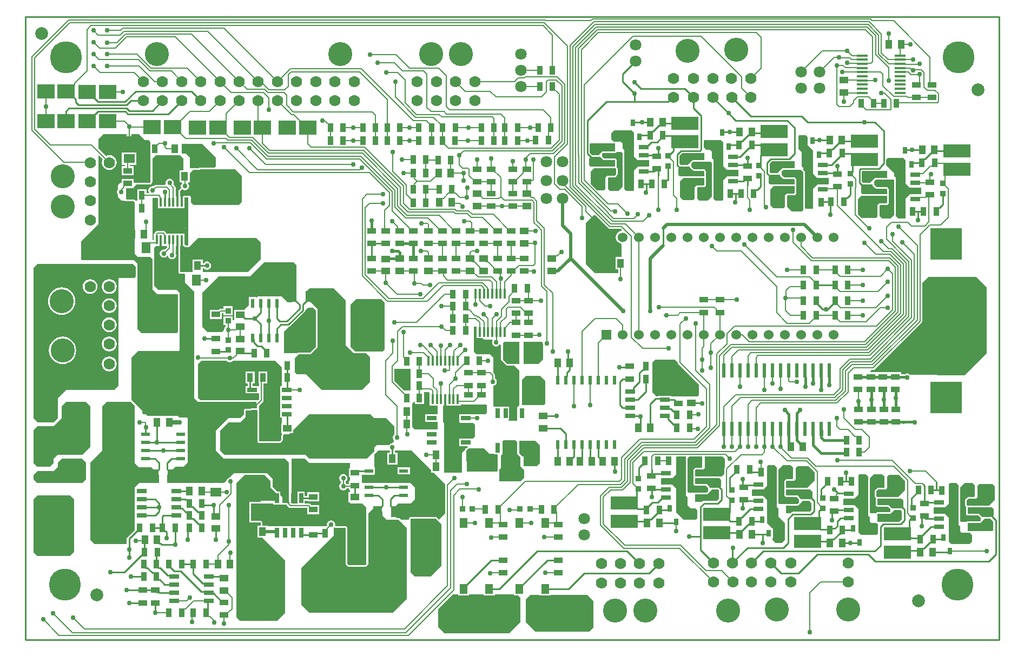
<source format=gtl>
G04*
G04 #@! TF.GenerationSoftware,Altium Limited,Altium Designer,19.1.8 (144)*
G04*
G04 Layer_Physical_Order=1*
G04 Layer_Color=255*
%FSLAX25Y25*%
%MOIN*%
G70*
G01*
G75*
%ADD10C,0.01000*%
%ADD18R,0.05315X0.03543*%
%ADD19C,0.03000*%
%ADD20R,0.04134X0.05512*%
%ADD21R,0.07008X0.01654*%
%ADD22R,0.02400X0.09000*%
%ADD23C,0.07874*%
%ADD24R,0.05709X0.06890*%
%ADD25R,0.06102X0.02559*%
%ADD26R,0.05512X0.04134*%
%ADD27R,0.03543X0.05315*%
%ADD28R,0.04921X0.06299*%
%ADD29R,0.02362X0.05709*%
%ADD30R,0.07087X0.05709*%
%ADD31R,0.23622X0.21260*%
%ADD32R,0.02756X0.03937*%
%ADD33R,0.03740X0.03543*%
%ADD34R,0.17126X0.08268*%
%ADD35R,0.03543X0.03740*%
%ADD36R,0.19685X0.19685*%
%ADD37R,0.02559X0.06102*%
%ADD38R,0.01772X0.05906*%
%ADD39R,0.05709X0.07087*%
%ADD40R,0.23622X0.19685*%
%ADD41R,0.18504X0.12598*%
%ADD42R,0.11024X0.08898*%
%ADD43R,0.06890X0.05709*%
%ADD44R,0.01772X0.05512*%
%ADD45R,0.14094X0.11575*%
%ADD46R,0.05709X0.02362*%
%ADD47R,0.10630X0.06693*%
%ADD48R,0.13780X0.20079*%
%ADD49R,0.09449X0.12795*%
%ADD50R,0.06299X0.08071*%
%ADD51R,0.19685X0.19685*%
%ADD52R,0.06693X0.10630*%
%ADD53R,0.12795X0.09449*%
%ADD95C,0.00800*%
%ADD96C,0.00700*%
%ADD97C,0.01500*%
%ADD98C,0.01200*%
%ADD99C,0.02000*%
%ADD100C,0.02500*%
%ADD101C,0.07087*%
%ADD102C,0.07000*%
%ADD103C,0.14800*%
%ADD104C,0.19685*%
%ADD105R,0.06024X0.06024*%
%ADD106C,0.06024*%
G36*
X463500Y417000D02*
X455500D01*
X453000Y414500D01*
X449423Y414500D01*
X447873Y416050D01*
Y421373D01*
X448500Y422000D01*
X463500D01*
Y417000D01*
D02*
G37*
G36*
X456500Y411500D02*
X463500D01*
Y407500D01*
X448500D01*
X447500Y408500D01*
Y412500D01*
X448500Y413500D01*
X449324D01*
X449423Y413480D01*
X449423D01*
D01*
X453000Y413480D01*
X453098Y413500D01*
X454500D01*
X456500Y411500D01*
D02*
G37*
G36*
X518500Y411520D02*
X511500Y411520D01*
X511500D01*
X511500D01*
X511345Y411489D01*
X511110Y411442D01*
X511110Y411442D01*
X511110D01*
X510943Y411331D01*
X510779Y411221D01*
Y411221D01*
X510779D01*
X510558Y411000D01*
X510500D01*
X508020Y408520D01*
X503980D01*
X503273Y409227D01*
Y414295D01*
X504705Y415727D01*
X515684D01*
X516270Y415843D01*
X516505Y416000D01*
X518500D01*
Y411520D01*
D02*
G37*
G36*
X475000Y428500D02*
Y414000D01*
X477500Y411500D01*
X484500D01*
Y407854D01*
X484146Y407500D01*
X477500Y407500D01*
X475000Y405000D01*
X475000Y393000D01*
X474500Y392500D01*
X470500D01*
X469000Y394000D01*
Y394901D01*
X469020Y395000D01*
Y416000D01*
X469000Y416098D01*
Y418000D01*
X468000Y419000D01*
Y422000D01*
X467000Y423000D01*
X463598D01*
X463500Y423020D01*
X462480D01*
X461000Y424500D01*
Y428000D01*
X462750Y429750D01*
X468250D01*
X468500Y430000D01*
X473500D01*
X475000Y428500D01*
D02*
G37*
G36*
X574000Y406520D02*
X567000Y406520D01*
X567000D01*
X567000D01*
X566845Y406489D01*
X566610Y406442D01*
X566610Y406442D01*
X566610D01*
X566443Y406331D01*
X566279Y406221D01*
Y406221D01*
X566279D01*
X566058Y406000D01*
X566000D01*
X563520Y403520D01*
X559480D01*
X558774Y404226D01*
Y409295D01*
X560205Y410726D01*
X570684D01*
X571270Y410843D01*
X571505Y411000D01*
X574000D01*
Y406520D01*
D02*
G37*
G36*
X217500Y413000D02*
X217500Y408000D01*
X216520Y407020D01*
X207866D01*
X207476Y406942D01*
X207145Y406721D01*
X206997Y406500D01*
X201500D01*
Y413000D01*
X199000Y415500D01*
X196500D01*
Y421500D01*
X209000D01*
X217500Y413000D01*
D02*
G37*
G36*
X162573Y427500D02*
Y423512D01*
X162681Y422966D01*
X162991Y422503D01*
X163454Y422193D01*
X164000Y422084D01*
X164546Y422193D01*
X165009Y422503D01*
X165319Y422966D01*
X165427Y423512D01*
Y427500D01*
X170000D01*
X173500Y424000D01*
X176000D01*
X177000Y423000D01*
Y397500D01*
X166657D01*
Y399835D01*
X159343D01*
Y397500D01*
X158500D01*
X157000Y396000D01*
Y395000D01*
Y393507D01*
X156645Y392975D01*
X156451Y392000D01*
X156645Y391024D01*
X157000Y390493D01*
Y389000D01*
X159000Y387000D01*
Y386500D01*
X161291D01*
Y386343D01*
X166657D01*
X167500Y385500D01*
Y373500D01*
Y372000D01*
Y354000D01*
X169500Y352000D01*
X177000D01*
X178500Y350500D01*
Y332000D01*
X181500Y329000D01*
X193500D01*
X194000Y328500D01*
Y306000D01*
X193000Y305000D01*
X171500D01*
X169000Y307500D01*
Y339901D01*
X169020Y340000D01*
Y346000D01*
X169000Y346098D01*
Y348000D01*
X167000Y350000D01*
X135000D01*
X134500Y350500D01*
Y361500D01*
X145000Y372000D01*
Y395000D01*
X145000Y414200D01*
X145462Y414392D01*
X147786Y412068D01*
X147416Y411175D01*
X147261Y410000D01*
X147416Y408825D01*
X147869Y407731D01*
X148591Y406791D01*
X149531Y406069D01*
X150625Y405616D01*
X151800Y405461D01*
X152975Y405616D01*
X154069Y406069D01*
X155009Y406791D01*
X155731Y407731D01*
X156184Y408825D01*
X156339Y410000D01*
X156184Y411175D01*
X155731Y412269D01*
X155009Y413209D01*
X154069Y413931D01*
X152975Y414384D01*
X151800Y414539D01*
X150625Y414384D01*
X149732Y414014D01*
X145000Y418747D01*
Y424500D01*
X148000Y427500D01*
X162573Y427500D01*
D02*
G37*
G36*
X530000Y422500D02*
Y408000D01*
X532500Y405500D01*
X539500D01*
Y401854D01*
X539146Y401500D01*
X532500Y401500D01*
X530000Y399000D01*
X530000Y387000D01*
X529500Y386500D01*
X525500D01*
X524000Y388000D01*
Y388901D01*
X524020Y389000D01*
Y410000D01*
X524000Y410099D01*
Y412000D01*
X523000Y413000D01*
Y417000D01*
X522000Y418000D01*
X519500D01*
X518092Y419408D01*
Y423592D01*
X518500Y424000D01*
X528500D01*
X530000Y422500D01*
D02*
G37*
G36*
X509496Y407422D02*
X509558Y407110D01*
X509779Y406779D01*
X509779D01*
Y406779D01*
X511279Y405279D01*
X511610Y405058D01*
X512000Y404980D01*
X518117D01*
X518120Y404978D01*
X518200Y404858D01*
X518480Y404578D01*
Y401520D01*
X505500D01*
X505402Y401500D01*
X503500D01*
X502500Y402500D01*
Y406500D01*
X503500Y407500D01*
X509480D01*
X509496Y407422D01*
D02*
G37*
G36*
X631000Y400520D02*
X624000Y400520D01*
X624000D01*
X624000D01*
X623845Y400489D01*
X623610Y400442D01*
X623610Y400442D01*
X623610D01*
X623443Y400331D01*
X623279Y400221D01*
Y400221D01*
X623279D01*
X623058Y400000D01*
X623000D01*
X620520Y397520D01*
X616480D01*
X615529Y398471D01*
Y404529D01*
X615727Y404727D01*
X626184D01*
X626770Y404843D01*
X627005Y405000D01*
X631000D01*
Y400520D01*
D02*
G37*
G36*
X582000Y426000D02*
Y421000D01*
X585500Y417500D01*
Y403000D01*
X588000Y400500D01*
X595000D01*
Y396854D01*
X594646Y396500D01*
X588000Y396500D01*
X585500Y394000D01*
X585500Y382000D01*
X585000Y381500D01*
X581000D01*
X580520Y381980D01*
X580520Y404000D01*
X580442Y404390D01*
X580221Y404721D01*
X579500Y405442D01*
Y407000D01*
X578500Y408000D01*
Y416500D01*
X576500Y418500D01*
X576500Y426500D01*
X577000Y427000D01*
X581000D01*
X582000Y426000D01*
D02*
G37*
G36*
X564996Y402422D02*
X565058Y402110D01*
X565279Y401779D01*
X565279D01*
Y401779D01*
X566779Y400279D01*
X567110Y400058D01*
X567500Y399980D01*
X573617D01*
X573620Y399978D01*
X573700Y399858D01*
X573980Y399578D01*
Y396520D01*
X561000D01*
X560901Y396500D01*
X559000D01*
X558000Y397500D01*
Y401500D01*
X559000Y402500D01*
X564980D01*
X564996Y402422D01*
D02*
G37*
G36*
X464000Y406213D02*
Y403000D01*
X463000Y402000D01*
X458500D01*
X457500Y401000D01*
Y394000D01*
X456500Y393000D01*
X452519D01*
X448500Y397019D01*
Y404500D01*
X450480Y406480D01*
X463500D01*
X464000Y406213D01*
D02*
G37*
G36*
X233500Y402000D02*
Y386000D01*
X231500Y384000D01*
X203500D01*
X202000Y385500D01*
X202000Y389000D01*
X201500Y389500D01*
X200599D01*
X200500Y389520D01*
X198283D01*
X197893Y389442D01*
X197786Y389370D01*
X197071D01*
Y385000D01*
X195724D01*
Y389370D01*
X195500D01*
Y392500D01*
X196698Y393698D01*
X197524Y393145D01*
X198500Y392951D01*
X199476Y393145D01*
X200302Y393698D01*
X200855Y394525D01*
X201049Y395500D01*
X200855Y396476D01*
X200302Y397302D01*
X200744Y397744D01*
X201327D01*
Y398327D01*
X201500Y398500D01*
Y403500D01*
X203457Y405457D01*
X207866D01*
Y406000D01*
X229500D01*
X233500Y402000D01*
D02*
G37*
G36*
X468000Y416000D02*
Y395000D01*
X465500Y392500D01*
X460500D01*
X459000Y394000D01*
Y400500D01*
X459480Y400980D01*
X463000D01*
X463098Y401000D01*
X463500D01*
X464500Y402000D01*
Y402058D01*
X464721Y402279D01*
X464942Y402610D01*
X465020Y403000D01*
Y406213D01*
X464990Y406359D01*
X464976Y406508D01*
X464952Y406553D01*
X464942Y406603D01*
X464859Y406727D01*
X464789Y406859D01*
X464749Y406891D01*
X464721Y406934D01*
X464597Y407017D01*
X464500Y407096D01*
Y407402D01*
X464520Y407500D01*
Y411500D01*
X464442Y411890D01*
X464221Y412221D01*
X463890Y412442D01*
X463500Y412520D01*
X456922D01*
X455500Y413942D01*
X455500Y415500D01*
X455980Y415980D01*
X463500D01*
X463890Y416058D01*
X464221Y416279D01*
X464369Y416500D01*
X467500D01*
X468000Y416000D01*
D02*
G37*
G36*
X621996Y396422D02*
X622058Y396110D01*
X622279Y395779D01*
X622279D01*
Y395779D01*
X623779Y394279D01*
X624110Y394058D01*
X624500Y393980D01*
X630617D01*
X630620Y393978D01*
X630700Y393858D01*
X630980Y393578D01*
Y390520D01*
X615980Y390520D01*
X615000Y391500D01*
Y395500D01*
X616000Y396500D01*
X621980D01*
X621996Y396422D01*
D02*
G37*
G36*
X642500Y411500D02*
Y397000D01*
X645000Y394500D01*
X652000D01*
Y390854D01*
X651646Y390500D01*
X645000Y390500D01*
X642500Y388000D01*
X642500Y376000D01*
X642000Y375500D01*
X638000D01*
X636500Y377000D01*
Y377902D01*
X636520Y378000D01*
Y380352D01*
X636549Y380500D01*
X636520Y380648D01*
Y399000D01*
X636500Y399098D01*
Y401000D01*
X635500Y402000D01*
Y403500D01*
X632500Y406500D01*
X630500Y408500D01*
Y409289D01*
X630529Y409437D01*
Y412029D01*
X631500Y413000D01*
X641000D01*
X642500Y411500D01*
D02*
G37*
G36*
X518480Y396480D02*
X518020Y396020D01*
X514500D01*
X514401Y396000D01*
X513500D01*
X512500Y395000D01*
Y388000D01*
X511500Y387000D01*
X505500D01*
X503500Y389000D01*
Y398500D01*
X505500Y400500D01*
X518480D01*
Y396480D01*
D02*
G37*
G36*
X523000Y410000D02*
Y389000D01*
X520500Y386500D01*
X515500D01*
X514000Y388000D01*
Y394500D01*
X514500Y395000D01*
X518500D01*
X519500Y396000D01*
Y405000D01*
X518921Y405579D01*
Y405780D01*
X518720D01*
X518500Y406000D01*
X512000D01*
X510500Y407500D01*
X510500Y409500D01*
X511500Y410500D01*
X522500Y410500D01*
X523000Y410000D01*
D02*
G37*
G36*
X195500Y414500D02*
X197500Y412500D01*
Y405256D01*
X195193D01*
Y397744D01*
X196459D01*
X196592Y397498D01*
X196659Y397244D01*
X196145Y396476D01*
X195951Y395500D01*
X196140Y394549D01*
X196131Y394545D01*
X196060Y394474D01*
X195977Y394419D01*
X194779Y393221D01*
X194558Y392890D01*
X194480Y392500D01*
Y389370D01*
X194512Y389212D01*
Y384141D01*
X194050Y383950D01*
X193165Y384835D01*
Y389370D01*
X192656D01*
Y394564D01*
X192656Y394564D01*
X192551Y395091D01*
X192253Y395537D01*
X191319Y396471D01*
X191355Y396525D01*
X191549Y397500D01*
X191355Y398476D01*
X190802Y399302D01*
X189976Y399855D01*
X189000Y400049D01*
X188024Y399855D01*
X187198Y399302D01*
X186645Y398476D01*
X186451Y397500D01*
X186605Y396726D01*
X186289Y396227D01*
X180350D01*
X180350Y396227D01*
X179823Y396122D01*
X179377Y395823D01*
X179377Y395823D01*
X179002Y395449D01*
X178500Y395549D01*
X177524Y395355D01*
X176698Y394802D01*
X176145Y393975D01*
X175951Y393000D01*
X176145Y392024D01*
X176431Y391597D01*
X176164Y391096D01*
X174709D01*
Y393657D01*
X169165D01*
Y386500D01*
X167942D01*
X167378Y387064D01*
X167048Y387284D01*
X166657Y387362D01*
X162638D01*
X162000Y388000D01*
Y394257D01*
X162015Y394279D01*
X162017Y394291D01*
X166657D01*
Y394757D01*
X168380Y396480D01*
X177000D01*
X177390Y396558D01*
X177721Y396779D01*
X177942Y397110D01*
X178020Y397500D01*
Y397744D01*
X178327D01*
Y400000D01*
X178500D01*
X178500Y412500D01*
X180500Y414500D01*
X195500Y414500D01*
D02*
G37*
G36*
X573980Y391480D02*
X573520Y391020D01*
X570000D01*
X569902Y391000D01*
X569000D01*
X568000Y390000D01*
Y383000D01*
X567000Y382000D01*
X561000D01*
X559000Y384000D01*
Y393500D01*
X561000Y395500D01*
X573980D01*
Y391480D01*
D02*
G37*
G36*
X200500Y359020D02*
X198942D01*
X198942Y359020D01*
X198721Y359351D01*
X198390Y359572D01*
X198283Y359593D01*
Y366142D01*
X187127D01*
X187110Y366228D01*
X186811Y366674D01*
X186021Y367465D01*
X185574Y367763D01*
X185047Y367868D01*
X181453D01*
X180927Y367763D01*
X180480Y367465D01*
X180070Y367055D01*
X179772Y366608D01*
X179679Y366142D01*
X179157D01*
Y362070D01*
X178500D01*
Y362500D01*
X178500Y388344D01*
X181717D01*
Y381858D01*
X198283D01*
Y388500D01*
X200500D01*
X200500Y359020D01*
D02*
G37*
G36*
X579500Y404000D02*
X579500Y381000D01*
X578500Y380000D01*
X572500Y380000D01*
X569500Y383000D01*
Y389500D01*
X570000Y390000D01*
X574000D01*
X575000Y391000D01*
Y400000D01*
X574421Y400579D01*
Y400779D01*
X574221D01*
X574000Y401000D01*
X567500D01*
X566000Y402500D01*
X566000Y404500D01*
X567000Y405500D01*
X578000Y405500D01*
X579500Y404000D01*
D02*
G37*
G36*
X630980Y389500D02*
Y385480D01*
X630520Y385020D01*
X627000D01*
X626901Y385000D01*
X626000D01*
X625000Y384000D01*
Y377000D01*
X624000Y376000D01*
X615291D01*
X613000Y378291D01*
X613000Y387500D01*
X615000Y389500D01*
X630980Y389500D01*
D02*
G37*
G36*
X635500Y399000D02*
Y378000D01*
X633000Y375500D01*
X628000D01*
X626500Y377000D01*
Y383500D01*
X627000Y384000D01*
X631000D01*
X632000Y385000D01*
Y394000D01*
X631421Y394579D01*
Y394779D01*
X631220D01*
X631000Y395000D01*
X624500D01*
X623000Y396500D01*
X623000Y398500D01*
X624000Y399500D01*
X635000Y399500D01*
X635500Y399000D01*
D02*
G37*
G36*
X194512Y358788D02*
X194480Y358630D01*
Y342500D01*
X194558Y342110D01*
X194779Y341779D01*
X195110Y341558D01*
X195500Y341480D01*
X198020D01*
X198500Y341000D01*
Y336000D01*
X204000Y330500D01*
Y290246D01*
X203951Y290000D01*
X204000Y289754D01*
Y265000D01*
X206500Y262500D01*
X207667D01*
X207669Y262499D01*
X208059Y262421D01*
X242500Y262421D01*
X242500Y258425D01*
X235792Y258299D01*
X235607Y258259D01*
X235421Y258222D01*
X235413Y258216D01*
X235403Y258214D01*
X235248Y258106D01*
X235090Y258000D01*
X235085Y257992D01*
X235077Y257987D01*
X234974Y257827D01*
X234869Y257670D01*
X234867Y257660D01*
X234862Y257652D01*
X234828Y257465D01*
X234791Y257279D01*
Y254791D01*
X232500Y252500D01*
X225000D01*
X217500Y245000D01*
X217500Y232500D01*
X222500Y227500D01*
X252500Y227500D01*
X260000D01*
X262500Y225000D01*
X262500Y200000D01*
X261503D01*
X261472Y200021D01*
X261373Y200040D01*
X261281Y200079D01*
X261180D01*
X261082Y200098D01*
X258854D01*
X258500Y200452D01*
X258500Y204000D01*
X257279Y205220D01*
Y207181D01*
X255319D01*
X252500Y210000D01*
Y215000D01*
X249000Y218500D01*
X247599D01*
X247500Y218520D01*
X235000Y218520D01*
X234901Y218500D01*
X228500D01*
X225937Y215937D01*
X225524Y215855D01*
X224698Y215302D01*
X224145Y214475D01*
X224063Y214063D01*
X222500Y212500D01*
X187500D01*
Y217500D01*
X192500Y222500D01*
X197500D01*
X200000Y225000D01*
Y252500D01*
X199500Y253000D01*
X195000D01*
X194000Y254000D01*
X175500Y254000D01*
X165500Y264000D01*
Y290000D01*
X169500Y294000D01*
X194500D01*
X195000Y294500D01*
Y305902D01*
X195020Y306000D01*
Y328500D01*
X195000Y328598D01*
Y330000D01*
X193500Y331500D01*
X182000D01*
X179520Y333980D01*
Y350500D01*
X179500Y350599D01*
Y357500D01*
X180500Y358500D01*
X181500D01*
X181630Y358630D01*
X182929D01*
Y365000D01*
X184276D01*
Y358630D01*
X187344D01*
Y357791D01*
X186002Y356449D01*
X185500Y356549D01*
X184525Y356355D01*
X183698Y355802D01*
X183145Y354976D01*
X182951Y354000D01*
X183145Y353025D01*
X183698Y352198D01*
X184525Y351645D01*
X185500Y351451D01*
X186476Y351645D01*
X187302Y352198D01*
X187532Y352542D01*
X188063Y352436D01*
X188145Y352025D01*
X188698Y351198D01*
X189524Y350645D01*
X190500Y350451D01*
X191475Y350645D01*
X192302Y351198D01*
X192855Y352025D01*
X193049Y353000D01*
X192855Y353976D01*
X192636Y354303D01*
X192656Y354402D01*
X192656Y354402D01*
Y358630D01*
X193165D01*
Y365000D01*
X194512D01*
Y358788D01*
D02*
G37*
G36*
X197071Y358630D02*
X198000D01*
Y358000D01*
X201000D01*
X206500Y363500D01*
X242500D01*
X245000Y361000D01*
Y350500D01*
X237000Y342500D01*
X209706D01*
X209307Y342744D01*
X209307Y343000D01*
Y344971D01*
X210015D01*
X210198Y344698D01*
X211024Y344145D01*
X212000Y343951D01*
X212976Y344145D01*
X213802Y344698D01*
X214355Y345525D01*
X214549Y346500D01*
X214355Y347476D01*
X213802Y348302D01*
X212976Y348855D01*
X212000Y349049D01*
X211024Y348855D01*
X210198Y348302D01*
X210015Y348029D01*
X209307D01*
Y350256D01*
X203173D01*
Y343000D01*
X203173Y342744D01*
X202774Y342500D01*
X195500D01*
Y358630D01*
X195724D01*
Y364500D01*
X197071D01*
Y358630D01*
D02*
G37*
G36*
X459264Y369577D02*
X459711Y369278D01*
X460238Y369174D01*
X467048D01*
X467500Y368722D01*
Y367981D01*
X466953Y367909D01*
X465977Y367504D01*
X465139Y366861D01*
X464496Y366023D01*
X464091Y365047D01*
X463954Y364000D01*
X464091Y362953D01*
X464496Y361977D01*
X465139Y361139D01*
X465977Y360496D01*
X466953Y360091D01*
X467500Y360019D01*
Y351756D01*
X463673D01*
Y344244D01*
X465313D01*
Y342313D01*
X465000Y342000D01*
X451000D01*
X445500Y347500D01*
Y373000D01*
X447000Y374500D01*
X450000Y377500D01*
X451341D01*
X459264Y369577D01*
D02*
G37*
G36*
X267000Y347000D02*
Y327268D01*
X266500Y327061D01*
X266007Y327554D01*
X265901Y328085D01*
X265570Y328581D01*
X265073Y328913D01*
X264488Y329029D01*
X263903Y328913D01*
X263407Y328581D01*
X263075Y328085D01*
X262959Y327500D01*
Y326909D01*
X263075Y326324D01*
X263407Y325828D01*
X264773Y324462D01*
X264581Y324000D01*
X261500D01*
X258000Y327500D01*
X243000Y327500D01*
X242465Y326965D01*
X242181Y327083D01*
Y327083D01*
X237819D01*
Y322319D01*
X234807Y319307D01*
X228744D01*
Y313244D01*
X228332Y312832D01*
X227870Y313023D01*
Y315272D01*
X222130D01*
Y309728D01*
X223623D01*
Y309087D01*
X223198Y308802D01*
X222645Y307976D01*
X222451Y307000D01*
X222459Y306959D01*
X221000Y305500D01*
X212500D01*
X209000Y309000D01*
X209000Y330000D01*
X219000Y340000D01*
X238500D01*
X247000Y348500D01*
X265500D01*
X267000Y347000D01*
D02*
G37*
G36*
X321500Y324000D02*
Y295000D01*
X320000Y293500D01*
X310099D01*
X310000Y293520D01*
X310000D01*
D01*
D01*
X303480Y293520D01*
X300500Y296500D01*
Y322500D01*
X304000Y326000D01*
X319500D01*
X321500Y324000D01*
D02*
G37*
G36*
X278980Y319020D02*
Y296672D01*
X275328Y293020D01*
X268500D01*
X268110Y292942D01*
X267779Y292721D01*
X267558Y292500D01*
X259500D01*
Y306000D01*
X262099Y308599D01*
X262129D01*
X262714Y308716D01*
X263210Y309047D01*
X272081Y317919D01*
X272413Y318415D01*
X272529Y319000D01*
Y319029D01*
X274000Y320500D01*
X277500D01*
X278980Y319020D01*
D02*
G37*
G36*
X258000Y284000D02*
Y272280D01*
X257071D01*
Y267721D01*
X257071D01*
Y267280D01*
X257071D01*
Y262720D01*
X257071D01*
Y262280D01*
X257071D01*
Y257720D01*
X257071D01*
Y257279D01*
X257071D01*
Y252720D01*
X258000D01*
Y249307D01*
X257661D01*
Y243173D01*
X258000D01*
Y241827D01*
X257661D01*
Y239126D01*
X256689Y238154D01*
X244059D01*
Y260113D01*
X246473Y262527D01*
X246473Y262527D01*
X246772Y262973D01*
X246877Y263500D01*
Y273843D01*
X249209D01*
Y281157D01*
X243665D01*
Y273843D01*
X244124D01*
Y272692D01*
X243913Y272280D01*
X243623Y272280D01*
X240092D01*
Y273843D01*
X241335D01*
Y281157D01*
X235791D01*
Y273843D01*
X237034D01*
Y272280D01*
X235811D01*
Y267721D01*
X243623D01*
X243913Y267721D01*
X244124Y267307D01*
Y264070D01*
X243494Y263441D01*
X208059Y263441D01*
X206500Y265000D01*
Y286000D01*
X208500Y288000D01*
X223995D01*
X224198Y287698D01*
X225025Y287145D01*
X226000Y286951D01*
X226975Y287145D01*
X227802Y287698D01*
X228005Y288000D01*
X254000D01*
X258000Y284000D01*
D02*
G37*
G36*
X419000Y299000D02*
Y298746D01*
X418951Y298500D01*
X419000Y298254D01*
Y289000D01*
X416000Y286000D01*
X407000D01*
Y299500D01*
X418500D01*
X419000Y299000D01*
D02*
G37*
G36*
X404500Y286000D02*
X397000D01*
X394500Y288500D01*
Y299000D01*
X395000Y299500D01*
X404500D01*
Y286000D01*
D02*
G37*
G36*
X692500Y333000D02*
Y292500D01*
X678781Y278781D01*
X645465Y279059D01*
X645302Y279302D01*
X644476Y279855D01*
X643500Y280049D01*
X642524Y279855D01*
X641997Y279503D01*
X639657D01*
Y280709D01*
X632342D01*
Y280709D01*
X632158D01*
Y280709D01*
X624843D01*
Y280709D01*
X624657D01*
Y280709D01*
X620862D01*
X620671Y281171D01*
X621624Y282123D01*
X622572D01*
X623099Y282228D01*
X623545Y282527D01*
X652323Y311305D01*
X652323Y311305D01*
X652622Y311751D01*
X652727Y312278D01*
X652727Y312278D01*
Y335726D01*
X656500Y339500D01*
X686000D01*
X692500Y333000D01*
D02*
G37*
G36*
X297500Y325000D02*
X297500Y297500D01*
X302500Y292500D01*
X310000Y292500D01*
X312500Y290000D01*
X312500Y275000D01*
X307500Y270000D01*
X282500D01*
X273000Y279500D01*
X267500D01*
X266000Y281000D01*
Y289500D01*
X268500Y292000D01*
X276000D01*
Y292250D01*
X280000Y296250D01*
Y320000D01*
X276000Y324000D01*
X275418D01*
X275227Y324462D01*
X276593Y325828D01*
X276925Y326324D01*
X277041Y326909D01*
Y327500D01*
X276925Y328085D01*
X276593Y328581D01*
X276097Y328913D01*
X275512Y329029D01*
X274926Y328913D01*
X274430Y328581D01*
X274099Y328085D01*
X273993Y327554D01*
X273462Y327023D01*
X273000Y327214D01*
Y330500D01*
X275000Y332500D01*
X290000D01*
X297500Y325000D01*
D02*
G37*
G36*
X337500Y283000D02*
Y269500D01*
X333395D01*
X327526Y275369D01*
Y283000D01*
X337500Y283000D01*
D02*
G37*
G36*
X502161Y286839D02*
Y286802D01*
X502161Y286802D01*
X502269Y286256D01*
X502579Y285792D01*
X515000Y273371D01*
Y267000D01*
X514000Y266000D01*
X498051D01*
Y266280D01*
X489949D01*
Y266029D01*
X488971D01*
X486500Y268500D01*
Y286500D01*
X488000Y288500D01*
X500500D01*
X502161Y286839D01*
D02*
G37*
G36*
X349217Y268142D02*
Y260236D01*
X354000D01*
Y254780D01*
X346319D01*
Y250220D01*
X354000D01*
Y245500D01*
X340000D01*
X338500Y247000D01*
Y261500D01*
X339703Y262703D01*
X340165Y262512D01*
Y261343D01*
X345709D01*
Y268500D01*
X348874D01*
X349217Y268142D01*
D02*
G37*
G36*
X420500Y275500D02*
Y261500D01*
X419500Y260500D01*
X406500D01*
X406000Y261000D01*
Y276000D01*
X408500Y278500D01*
X417500D01*
X420500Y275500D01*
D02*
G37*
G36*
X359453Y260236D02*
X368342D01*
Y261000D01*
X384000D01*
X384500Y260500D01*
Y256000D01*
X383500Y255000D01*
X378746D01*
X378500Y255049D01*
X378254Y255000D01*
X368500Y255000D01*
X368280Y254780D01*
X367579D01*
Y254079D01*
X367500Y254000D01*
Y250000D01*
X368000Y249500D01*
X376000D01*
X377000Y248500D01*
Y241000D01*
X376053Y240053D01*
X375681Y239780D01*
X375681Y239779D01*
X367579D01*
Y239000D01*
Y235221D01*
X372567D01*
X372759Y234758D01*
X371756Y233756D01*
X371173D01*
Y233173D01*
X369000Y231000D01*
Y219000D01*
X358000D01*
Y239000D01*
Y249500D01*
X357500Y250000D01*
Y260236D01*
X358106D01*
Y267000D01*
X359453D01*
Y260236D01*
D02*
G37*
G36*
X378217Y301736D02*
X381764D01*
X382500Y301000D01*
X387884D01*
X388119Y300559D01*
X387899Y300229D01*
X387705Y299254D01*
X387899Y298278D01*
X388452Y297451D01*
X389279Y296899D01*
X390254Y296705D01*
X391229Y296899D01*
X392056Y297451D01*
X392230Y297711D01*
X392815Y297786D01*
X393000Y297622D01*
Y288500D01*
X396500Y285000D01*
X396901D01*
X397000Y284980D01*
X401520D01*
X404500Y282000D01*
Y260500D01*
X403000Y259000D01*
Y251000D01*
X399000D01*
X397346Y251079D01*
X397358Y251579D01*
X398280D01*
Y259681D01*
X393779D01*
X393721Y259681D01*
X393280D01*
X393220Y259681D01*
X389000D01*
X388720Y259681D01*
X388500Y260090D01*
Y272551D01*
X388976Y272645D01*
X389802Y273198D01*
X390355Y274025D01*
X390549Y275000D01*
X390355Y275975D01*
X389802Y276802D01*
X389376Y277087D01*
Y279000D01*
X389272Y279527D01*
X388973Y279973D01*
X388500Y280447D01*
Y290000D01*
X386500Y292000D01*
X378000D01*
X376500Y293500D01*
Y309000D01*
X378217D01*
Y301736D01*
D02*
G37*
G36*
X243039Y257059D02*
Y238154D01*
X243117Y237763D01*
X243338Y237433D01*
X243669Y237212D01*
X244059Y237134D01*
X256689D01*
X257079Y237212D01*
X257410Y237433D01*
X258382Y238405D01*
X258603Y238736D01*
X258681Y239126D01*
Y241079D01*
X258721Y241106D01*
X258942Y241437D01*
X259020Y241827D01*
Y242500D01*
X262500Y242500D01*
X263173Y243173D01*
X265173D01*
Y245173D01*
X275000Y255000D01*
X312500D01*
X315000Y252500D01*
X322500D01*
X327500Y247500D01*
Y242505D01*
X327198Y242302D01*
X326645Y241476D01*
X326451Y240500D01*
X326645Y239525D01*
X327198Y238698D01*
X327242Y238242D01*
X325894Y236894D01*
X325265Y236769D01*
X324438Y236217D01*
X324293Y236000D01*
X316500Y236000D01*
X315000Y234500D01*
X315000Y232000D01*
X310500Y227500D01*
X275000Y227500D01*
X272500Y230000D01*
X222500D01*
X220000Y232500D01*
Y245000D01*
X225000Y250000D01*
X232500Y250000D01*
X235811Y253311D01*
Y257279D01*
X242683Y257409D01*
X243039Y257059D01*
D02*
G37*
G36*
X168000Y346000D02*
Y340000D01*
X167000Y339000D01*
X157500D01*
X157500Y272500D01*
X155000Y270000D01*
X125000Y270000D01*
X120000Y265000D01*
Y252500D01*
X117500Y250000D01*
X107500D01*
X105000Y252500D01*
Y345000D01*
X107500Y347500D01*
X166500D01*
X168000Y346000D01*
D02*
G37*
G36*
X350193Y220307D02*
Y218744D01*
X351756D01*
X358936Y211564D01*
X358874Y211250D01*
Y193874D01*
X355000Y190000D01*
X354942D01*
X353721Y191221D01*
X353390Y191442D01*
X353000Y191520D01*
X337500Y191520D01*
X337110Y191442D01*
X336779Y191221D01*
X336558Y190890D01*
X336480Y190500D01*
Y190000D01*
X331442D01*
X330721Y190721D01*
X330390Y190942D01*
X330000Y191020D01*
X328980D01*
X327500Y192500D01*
Y193178D01*
X327887Y193496D01*
X328012Y193471D01*
X328597Y193587D01*
X329093Y193919D01*
X329425Y194415D01*
X329541Y195000D01*
Y195591D01*
X329425Y196176D01*
X329093Y196672D01*
X327883Y197883D01*
X330000Y200000D01*
X337500D01*
X340000Y202500D01*
Y210000D01*
X337500Y212500D01*
X322746D01*
X322500Y212549D01*
X322254Y212500D01*
X307500D01*
Y217500D01*
X315000D01*
Y217819D01*
X315626D01*
Y222181D01*
X315000D01*
Y230000D01*
X317500Y232500D01*
X324240D01*
X324711Y232044D01*
Y231256D01*
X323173D01*
Y223744D01*
X329307D01*
Y231256D01*
X327769D01*
Y232429D01*
X327875Y232500D01*
X338000D01*
X350193Y220307D01*
D02*
G37*
G36*
X417000Y236000D02*
Y225000D01*
X415000Y223000D01*
X407000D01*
Y229000D01*
X406500D01*
X404500Y231000D01*
Y238500D01*
X414500D01*
X417000Y236000D01*
D02*
G37*
G36*
X137500Y262500D02*
X140000Y260000D01*
X140000Y235000D01*
X135000Y230000D01*
X120000D01*
X117500Y227500D01*
Y225000D01*
X115000Y222500D01*
X107500D01*
X105000Y225000D01*
Y245000D01*
X107500Y247500D01*
X117500D01*
X122500Y252500D01*
X122500Y260000D01*
X125000Y262500D01*
X137500Y262500D01*
D02*
G37*
G36*
X386000Y230500D02*
X388720D01*
Y230319D01*
X390681D01*
X391000Y230000D01*
Y220000D01*
X390500Y219500D01*
X372000D01*
X371780Y232338D01*
X371894Y232452D01*
X372115Y232783D01*
X372120Y232809D01*
X372146Y232814D01*
X372477Y233035D01*
X373198Y233756D01*
X382744D01*
X386000Y230500D01*
D02*
G37*
G36*
X531000Y227500D02*
Y221909D01*
X530911Y221776D01*
X530802Y221230D01*
X530802Y221230D01*
Y218302D01*
X529000Y216500D01*
X512803D01*
Y220520D01*
X513264Y220980D01*
X516784D01*
X516882Y221000D01*
X517783D01*
X518784Y222000D01*
Y228730D01*
X529771D01*
X531000Y227500D01*
D02*
G37*
G36*
X507283Y228099D02*
X507264Y228000D01*
Y207000D01*
X507283Y206902D01*
Y205000D01*
X508284Y204000D01*
Y198750D01*
X510034Y197000D01*
X513000D01*
X514000Y196000D01*
Y191000D01*
X513000Y190000D01*
X505784D01*
X501284Y194500D01*
Y209000D01*
X498783Y211500D01*
X491784D01*
Y215146D01*
X492137Y215500D01*
X498783Y215500D01*
X501284Y218000D01*
X501284Y228376D01*
X501637Y228730D01*
X507283D01*
Y228099D01*
D02*
G37*
G36*
X403000Y238000D02*
Y230500D01*
X405000Y228500D01*
Y223000D01*
X407500Y220500D01*
Y216000D01*
X405000Y213500D01*
X392500D01*
X392000Y214000D01*
Y219901D01*
X392020Y220000D01*
Y221020D01*
X393000Y222000D01*
Y229500D01*
X394000Y230500D01*
Y238500D01*
X394500D01*
X395000Y239000D01*
X402000D01*
X403000Y238000D01*
D02*
G37*
G36*
X137500Y225000D02*
X137500Y215000D01*
X135000Y212500D01*
X107500D01*
X105000Y215000D01*
Y217500D01*
X107500Y220000D01*
X117500D01*
X120000Y222500D01*
Y225000D01*
X122500Y227500D01*
X135000Y227500D01*
X137500Y225000D01*
D02*
G37*
G36*
X275000Y225000D02*
X300000D01*
Y221646D01*
X299342D01*
Y216102D01*
X300000D01*
Y213772D01*
X299342D01*
Y211927D01*
X298053D01*
X297802Y212302D01*
X297427Y212553D01*
Y213447D01*
X297802Y213698D01*
X298355Y214525D01*
X298549Y215500D01*
X298355Y216476D01*
X297802Y217302D01*
X296975Y217855D01*
X296000Y218049D01*
X295024Y217855D01*
X294198Y217302D01*
X293645Y216476D01*
X293451Y215500D01*
X293645Y214525D01*
X294198Y213698D01*
X294573Y213447D01*
Y212553D01*
X294198Y212302D01*
X293645Y211475D01*
X293451Y210500D01*
X293645Y209524D01*
X294198Y208698D01*
X295024Y208145D01*
X296000Y207951D01*
X296975Y208145D01*
X297802Y208698D01*
X298053Y209073D01*
X299342D01*
Y208228D01*
X300000D01*
Y206807D01*
X299295D01*
Y200673D01*
X300000D01*
Y200000D01*
X307500D01*
X310000Y197500D01*
X310000Y162442D01*
X309578Y162020D01*
X299422D01*
X298520Y162922D01*
Y184980D01*
X298442Y185371D01*
X298221Y185701D01*
X297890Y185922D01*
X297500Y186000D01*
X291360D01*
X290950Y186500D01*
X291049Y187000D01*
X290855Y187976D01*
X290302Y188802D01*
X289475Y189355D01*
X288500Y189549D01*
X287525Y189355D01*
X286698Y188802D01*
X286145Y187976D01*
X285951Y187000D01*
X286051Y186498D01*
X285553Y186000D01*
X249307D01*
Y186256D01*
X246020D01*
X246020Y188311D01*
X245942Y188701D01*
X245721Y189032D01*
X245390Y189253D01*
X245000Y189331D01*
X239173D01*
Y199921D01*
X245000D01*
X245390Y199999D01*
X245392Y200000D01*
X252720Y200000D01*
Y199079D01*
X257279D01*
Y199079D01*
X257720D01*
Y199079D01*
X261082D01*
X261099Y198993D01*
X261397Y198546D01*
X262417Y197527D01*
X262417Y197527D01*
X262863Y197228D01*
X263390Y197124D01*
X263390Y197124D01*
X273843D01*
Y193291D01*
X281157D01*
Y198835D01*
X276319D01*
X276166Y199063D01*
X275756Y199473D01*
X275309Y199772D01*
X274782Y199876D01*
X272280D01*
Y201601D01*
X273843D01*
Y201165D01*
X281157D01*
Y206709D01*
X273843D01*
Y204659D01*
X272280D01*
Y207181D01*
X267721D01*
Y199876D01*
X264449D01*
X264000Y200000D01*
Y227500D01*
X272500D01*
X275000Y225000D01*
D02*
G37*
G36*
X582583Y223000D02*
X586500Y219082D01*
X586500Y214216D01*
X581783Y209500D01*
X568803D01*
Y213520D01*
X569264Y213980D01*
X572784D01*
X572882Y214000D01*
X573783D01*
X574784Y215000D01*
Y222000D01*
X575783Y223000D01*
X582583Y223000D01*
D02*
G37*
G36*
X528784Y214500D02*
Y210500D01*
X527783Y209500D01*
X521803D01*
X521788Y209578D01*
X521726Y209890D01*
X521504Y210221D01*
X521504D01*
Y210221D01*
X520004Y211721D01*
X519674Y211942D01*
X519283Y212020D01*
X513167D01*
X512953Y212162D01*
X512829Y212187D01*
X512804Y212311D01*
X512803Y212313D01*
Y215480D01*
X527803D01*
X528784Y214500D01*
D02*
G37*
G36*
X563283Y222000D02*
Y221098D01*
X563264Y221000D01*
Y200000D01*
X563283Y199901D01*
Y198000D01*
X564284Y197000D01*
Y191750D01*
X568000Y188033D01*
Y177500D01*
X566000Y175500D01*
X562500D01*
X560500Y177500D01*
Y178532D01*
X560661D01*
Y184468D01*
X560315D01*
X557283Y187500D01*
Y202000D01*
X555705Y203579D01*
Y203780D01*
X555504D01*
X554783Y204500D01*
X547784D01*
Y208146D01*
X548137Y208500D01*
X554783Y208500D01*
X555504Y209221D01*
X555705D01*
Y209421D01*
X557283Y211000D01*
X557283Y223000D01*
X557784Y223500D01*
X561784D01*
X563283Y222000D01*
D02*
G37*
G36*
X517283Y222500D02*
X516784Y222000D01*
X512783D01*
X511784Y221000D01*
Y212000D01*
X511862Y211921D01*
Y211221D01*
X512563D01*
X512783Y211000D01*
X519283D01*
X520784Y209500D01*
X520783Y207500D01*
X519783Y206500D01*
X508783Y206500D01*
X508284Y207000D01*
Y228000D01*
X509013Y228730D01*
X517283D01*
Y222500D01*
D02*
G37*
G36*
X527510Y208040D02*
Y202705D01*
X526303Y201498D01*
X518324D01*
X517738Y201381D01*
X517242Y201050D01*
X517192Y201000D01*
X512783D01*
Y205480D01*
X519783Y205480D01*
X519783D01*
X519783D01*
X519939Y205511D01*
X520174Y205558D01*
X520174Y205558D01*
X520174D01*
X520340Y205669D01*
X520504Y205779D01*
Y205779D01*
X520505D01*
X520725Y206000D01*
X520784D01*
X523264Y208480D01*
X527069D01*
X527510Y208040D01*
D02*
G37*
G36*
X638506Y217500D02*
X642303Y213704D01*
Y208236D01*
X638087Y204020D01*
X625067D01*
X624567Y204287D01*
Y207500D01*
X625567Y208500D01*
X630067D01*
X631067Y209500D01*
Y216500D01*
X632067Y217500D01*
X638506Y217500D01*
D02*
G37*
G36*
X619567Y216500D02*
Y215599D01*
X619547Y215500D01*
Y194500D01*
X619567Y194402D01*
Y192500D01*
X620567Y191500D01*
Y188933D01*
X621500Y188000D01*
X624198D01*
X624346Y187779D01*
X624677Y187558D01*
X625008Y187492D01*
X625500Y187000D01*
Y185576D01*
X625471Y185428D01*
Y181471D01*
X624500Y180500D01*
X615067D01*
X613567Y182000D01*
Y196500D01*
X611067Y199000D01*
X604067D01*
Y202646D01*
X604421Y203000D01*
X611067Y203000D01*
X613567Y205500D01*
X613567Y217500D01*
X614067Y218000D01*
X618067D01*
X619567Y216500D01*
D02*
G37*
G36*
X585000Y207283D02*
Y203716D01*
X583783Y202500D01*
X577803D01*
X577788Y202578D01*
X577726Y202890D01*
X577504Y203221D01*
X577504D01*
Y203221D01*
X576965Y203761D01*
Y203780D01*
X576946D01*
X576004Y204721D01*
X575674Y204942D01*
X575283Y205020D01*
X569206D01*
X568803Y205422D01*
Y208480D01*
X581783D01*
X581882Y208500D01*
X583783D01*
X585000Y207283D01*
D02*
G37*
G36*
X251000Y214000D02*
Y210000D01*
X255811Y205189D01*
Y201500D01*
X245000Y201500D01*
Y200941D01*
X238154D01*
Y188311D01*
X245000D01*
X245000Y186256D01*
X243173D01*
Y178744D01*
X246256D01*
X250000Y175000D01*
X260000Y165000D01*
Y132500D01*
X255000Y127500D01*
X232500D01*
X230000Y130000D01*
Y167500D01*
X230000Y212500D01*
X235000Y217500D01*
X247500Y217500D01*
X251000Y214000D01*
D02*
G37*
G36*
X573283Y222000D02*
Y215500D01*
X572784Y215000D01*
X568784D01*
X567783Y214000D01*
Y205000D01*
X568784Y204000D01*
X575283D01*
X576784Y202500D01*
X576783Y200500D01*
X575783Y199500D01*
X564783Y199500D01*
X564284Y200000D01*
Y221000D01*
X566784Y223500D01*
X571783D01*
X573283Y222000D01*
D02*
G37*
G36*
X697500Y210500D02*
X697500Y202217D01*
X693803Y198520D01*
X680784D01*
X680283Y198787D01*
Y202000D01*
X681284Y203000D01*
X685783D01*
X686784Y204000D01*
Y211000D01*
X687783Y212000D01*
X696000D01*
X697500Y210500D01*
D02*
G37*
G36*
X584510Y200273D02*
Y195705D01*
X583578Y194773D01*
X572883D01*
X572395Y194676D01*
X572297Y194657D01*
X571801Y194325D01*
X571476Y194000D01*
X568784D01*
Y198480D01*
X575783Y198480D01*
X575783D01*
X575783D01*
X575939Y198511D01*
X576174Y198558D01*
X576174Y198558D01*
X576174D01*
X576340Y198669D01*
X576504Y198779D01*
Y198779D01*
X576505D01*
X576725Y199000D01*
X576784D01*
X579264Y201480D01*
X583303D01*
X584510Y200273D01*
D02*
G37*
G36*
X675283Y211000D02*
Y210099D01*
X675264Y210000D01*
Y189000D01*
X675283Y188901D01*
Y187000D01*
X676284Y186000D01*
Y182592D01*
X676379Y182621D01*
X677000Y182000D01*
X680685D01*
X680784Y181980D01*
X682020D01*
X683500Y180500D01*
Y176500D01*
X682000Y175000D01*
X670784D01*
X669283Y176500D01*
Y191000D01*
X666784Y193500D01*
X659784D01*
Y197146D01*
X660137Y197500D01*
X666783Y197500D01*
X669283Y200000D01*
X669283Y212000D01*
X669783Y212500D01*
X673783D01*
X675283Y211000D01*
D02*
G37*
G36*
X641067Y202000D02*
Y198000D01*
X640067Y197000D01*
X639665D01*
X639567Y197020D01*
D01*
X639567D01*
X635567Y197020D01*
X635468Y197000D01*
X634067D01*
X632067Y199000D01*
X625067D01*
Y203000D01*
X640067D01*
X641067Y202000D01*
D02*
G37*
G36*
X629567Y216500D02*
Y210000D01*
X629086Y209520D01*
X625567D01*
X625468Y209500D01*
X625067D01*
X624067Y208500D01*
Y208442D01*
X623846Y208221D01*
X623625Y207890D01*
X623547Y207500D01*
Y204287D01*
X623576Y204141D01*
X623591Y203992D01*
X623615Y203947D01*
X623625Y203897D01*
X623708Y203773D01*
X623778Y203641D01*
X623818Y203609D01*
X623846Y203566D01*
X623970Y203483D01*
X624067Y203404D01*
Y203099D01*
X624047Y203000D01*
Y199000D01*
X624125Y198610D01*
X624346Y198279D01*
X624677Y198058D01*
X625067Y197980D01*
X631645D01*
X633067Y196558D01*
X633067Y195000D01*
X632586Y194520D01*
X625067D01*
X624677Y194442D01*
X624346Y194221D01*
X624198Y194000D01*
X621067D01*
X620567Y194500D01*
Y215500D01*
X623067Y218000D01*
X628067D01*
X629567Y216500D01*
D02*
G37*
G36*
X696783Y196500D02*
Y192500D01*
X695784Y191500D01*
X694959D01*
X694861Y191520D01*
D01*
X694861D01*
X691283Y191520D01*
X691185Y191500D01*
X689783D01*
X687783Y193500D01*
X680784D01*
Y197500D01*
X695784D01*
X696783Y196500D01*
D02*
G37*
G36*
X685284Y211000D02*
Y204500D01*
X684803Y204020D01*
X681284D01*
X681185Y204000D01*
X680784D01*
X679783Y203000D01*
Y202942D01*
X679563Y202721D01*
X679342Y202390D01*
X679264Y202000D01*
Y198787D01*
X679293Y198641D01*
X679308Y198492D01*
X679332Y198447D01*
X679342Y198397D01*
X679424Y198273D01*
X679495Y198141D01*
X679534Y198109D01*
X679563Y198066D01*
X679687Y197983D01*
X679783Y197904D01*
Y197599D01*
X679764Y197500D01*
Y193500D01*
X679842Y193110D01*
X680062Y192779D01*
X680393Y192558D01*
X680784Y192480D01*
X687361D01*
X688784Y191058D01*
X688783Y189500D01*
X688303Y189020D01*
X680784D01*
X680393Y188942D01*
X680062Y188721D01*
X679915Y188500D01*
X676784D01*
X676284Y189000D01*
Y210000D01*
X678784Y212500D01*
X683783D01*
X685284Y211000D01*
D02*
G37*
G36*
X640294Y195273D02*
Y190205D01*
X638760Y188671D01*
X628713D01*
X628128Y188555D01*
X628046Y188500D01*
X625067D01*
Y193500D01*
X633067D01*
X635567Y196000D01*
X639567Y196000D01*
X640294Y195273D01*
D02*
G37*
G36*
X696471Y188890D02*
Y183687D01*
X695784Y183000D01*
X680784D01*
Y188000D01*
X688784D01*
X691283Y190500D01*
X694861Y190500D01*
X696471Y188890D01*
D02*
G37*
G36*
X167500Y260000D02*
Y225000D01*
X170213Y222287D01*
X177713D01*
X179617Y220383D01*
X178407Y219172D01*
X178075Y218676D01*
X177959Y218091D01*
Y217500D01*
X178075Y216915D01*
X178407Y216419D01*
X178903Y216087D01*
X179488Y215971D01*
X180073Y216087D01*
X180570Y216419D01*
X180901Y216915D01*
X181007Y217446D01*
X181780Y218220D01*
X182500Y217500D01*
X182500Y212500D01*
X170000Y212500D01*
X167500Y210000D01*
Y183663D01*
X163044Y179206D01*
X162712Y178710D01*
X162596Y178125D01*
Y175096D01*
X162500Y175000D01*
X142500Y175000D01*
X140000Y177500D01*
X140000Y197500D01*
Y225000D01*
X147500Y232500D01*
X147500Y260000D01*
X150000Y262500D01*
X165000Y262500D01*
X167500Y260000D01*
D02*
G37*
G36*
X130000Y202500D02*
Y170000D01*
X127500Y167500D01*
X107500D01*
X105000Y170000D01*
Y202500D01*
X107500Y205000D01*
X127500D01*
X130000Y202500D01*
D02*
G37*
G36*
X316718Y197038D02*
X315907Y196227D01*
X315575Y195731D01*
X315459Y195146D01*
Y195000D01*
X315575Y194415D01*
X315907Y193919D01*
X316403Y193587D01*
X316988Y193471D01*
X317573Y193587D01*
X318070Y193919D01*
X318363Y194358D01*
X319503Y195497D01*
X320000Y195000D01*
X320000Y192500D01*
X322500Y190000D01*
X330000D01*
X335000Y185000D01*
X335000Y141000D01*
X326500Y132500D01*
X275000D01*
X270000Y137500D01*
X270000Y160000D01*
X272500Y162500D01*
X290000Y180000D01*
Y184874D01*
X290423Y185181D01*
X290853Y185122D01*
X290879Y185101D01*
X290928Y185086D01*
X290970Y185058D01*
X291117Y185029D01*
X291260Y184985D01*
X291310Y184990D01*
X291360Y184980D01*
X297500D01*
Y162500D01*
X299000Y161000D01*
X310000D01*
X311500Y162500D01*
X311500Y194000D01*
X315000Y197500D01*
X316526D01*
X316718Y197038D01*
D02*
G37*
G36*
X353000Y190500D02*
X356500Y187000D01*
Y161500D01*
X350000Y155000D01*
X340000D01*
X337500Y157500D01*
X337500Y190500D01*
X353000Y190500D01*
D02*
G37*
G36*
X450000Y140000D02*
Y123500D01*
X447500Y121000D01*
X414500D01*
X408500Y127000D01*
Y141000D01*
X411000Y143500D01*
X416913D01*
Y143075D01*
X423835D01*
Y143500D01*
X446500D01*
X450000Y140000D01*
D02*
G37*
G36*
X401165Y143075D02*
X403925D01*
X405000Y142000D01*
Y127000D01*
X398000Y120000D01*
X358500D01*
X354500Y124000D01*
Y134877D01*
X363623Y144000D01*
X366665D01*
Y143075D01*
X373587D01*
Y144000D01*
X382413D01*
Y143075D01*
X389335D01*
Y144000D01*
X401165D01*
Y143075D01*
D02*
G37*
%LPC*%
G36*
X168543Y416342D02*
X159457D01*
Y408634D01*
X161624D01*
Y407709D01*
X159343D01*
Y402165D01*
X166657D01*
Y407709D01*
X164376D01*
Y408634D01*
X168543D01*
Y416342D01*
D02*
G37*
G36*
X190000Y375377D02*
X189473Y375272D01*
X189027Y374973D01*
X188728Y374527D01*
X188624Y374000D01*
X188728Y373473D01*
X189027Y373027D01*
X192527Y369527D01*
X192973Y369228D01*
X193500Y369124D01*
X193500Y369124D01*
X197500D01*
X198027Y369228D01*
X198473Y369527D01*
X198772Y369973D01*
X198876Y370500D01*
X198772Y371027D01*
X198473Y371473D01*
X198027Y371772D01*
X197500Y371877D01*
X194070D01*
X190973Y374973D01*
X190527Y375272D01*
X190000Y375377D01*
D02*
G37*
G36*
X227870Y321374D02*
X222130D01*
Y319979D01*
X220551D01*
X220551Y319979D01*
X220024Y319874D01*
X219578Y319576D01*
X219578Y319576D01*
X219211Y319209D01*
X213843D01*
Y313665D01*
X221158D01*
Y317226D01*
X222130D01*
Y315831D01*
X227870D01*
Y321374D01*
D02*
G37*
G36*
X151800Y338139D02*
X150625Y337984D01*
X149531Y337531D01*
X148591Y336809D01*
X147869Y335869D01*
X147416Y334775D01*
X147261Y333600D01*
X147416Y332425D01*
X147869Y331331D01*
X148591Y330391D01*
X149531Y329669D01*
X150625Y329216D01*
X151800Y329061D01*
X152975Y329216D01*
X154069Y329669D01*
X155009Y330391D01*
X155731Y331331D01*
X156184Y332425D01*
X156339Y333600D01*
X156184Y334775D01*
X155731Y335869D01*
X155009Y336809D01*
X154069Y337531D01*
X152975Y337984D01*
X151800Y338139D01*
D02*
G37*
G36*
X140000D02*
X138825Y337984D01*
X137731Y337531D01*
X136791Y336809D01*
X136069Y335869D01*
X135616Y334775D01*
X135461Y333600D01*
X135616Y332425D01*
X136069Y331331D01*
X136791Y330391D01*
X137731Y329669D01*
X138825Y329216D01*
X140000Y329061D01*
X141175Y329216D01*
X142269Y329669D01*
X143209Y330391D01*
X143931Y331331D01*
X144384Y332425D01*
X144539Y333600D01*
X144384Y334775D01*
X143931Y335869D01*
X143209Y336809D01*
X142269Y337531D01*
X141175Y337984D01*
X140000Y338139D01*
D02*
G37*
G36*
X151800Y326339D02*
X150625Y326184D01*
X149531Y325731D01*
X148591Y325009D01*
X147869Y324069D01*
X147416Y322975D01*
X147261Y321800D01*
X147416Y320625D01*
X147869Y319531D01*
X148591Y318591D01*
X149531Y317869D01*
X150625Y317416D01*
X151800Y317261D01*
X152975Y317416D01*
X154069Y317869D01*
X155009Y318591D01*
X155731Y319531D01*
X156184Y320625D01*
X156339Y321800D01*
X156184Y322975D01*
X155731Y324069D01*
X155009Y325009D01*
X154069Y325731D01*
X152975Y326184D01*
X151800Y326339D01*
D02*
G37*
G36*
X122500Y333041D02*
X120853Y332878D01*
X119270Y332398D01*
X117811Y331618D01*
X116532Y330568D01*
X115482Y329289D01*
X114702Y327830D01*
X114222Y326247D01*
X114059Y324600D01*
X114222Y322953D01*
X114702Y321370D01*
X115482Y319911D01*
X116532Y318632D01*
X117811Y317582D01*
X119270Y316802D01*
X120853Y316321D01*
X122500Y316159D01*
X124147Y316321D01*
X125730Y316802D01*
X127189Y317582D01*
X128468Y318632D01*
X129518Y319911D01*
X130298Y321370D01*
X130779Y322953D01*
X130941Y324600D01*
X130779Y326247D01*
X130298Y327830D01*
X129518Y329289D01*
X128468Y330568D01*
X127189Y331618D01*
X125730Y332398D01*
X124147Y332878D01*
X122500Y333041D01*
D02*
G37*
G36*
X151800Y314539D02*
X150625Y314384D01*
X149531Y313931D01*
X148591Y313209D01*
X147869Y312269D01*
X147416Y311175D01*
X147261Y310000D01*
X147416Y308825D01*
X147869Y307731D01*
X148591Y306791D01*
X149531Y306069D01*
X150625Y305616D01*
X151800Y305461D01*
X152975Y305616D01*
X154069Y306069D01*
X155009Y306791D01*
X155731Y307731D01*
X156184Y308825D01*
X156339Y310000D01*
X156184Y311175D01*
X155731Y312269D01*
X155009Y313209D01*
X154069Y313931D01*
X152975Y314384D01*
X151800Y314539D01*
D02*
G37*
G36*
Y302739D02*
X150625Y302584D01*
X149531Y302131D01*
X148591Y301409D01*
X147869Y300469D01*
X147416Y299375D01*
X147261Y298200D01*
X147416Y297025D01*
X147869Y295931D01*
X148591Y294991D01*
X149531Y294269D01*
X150625Y293816D01*
X151800Y293661D01*
X152975Y293816D01*
X154069Y294269D01*
X155009Y294991D01*
X155731Y295931D01*
X156184Y297025D01*
X156339Y298200D01*
X156184Y299375D01*
X155731Y300469D01*
X155009Y301409D01*
X154069Y302131D01*
X152975Y302584D01*
X151800Y302739D01*
D02*
G37*
G36*
X123000Y302741D02*
X121353Y302578D01*
X119770Y302098D01*
X118311Y301318D01*
X117032Y300268D01*
X115982Y298989D01*
X115202Y297530D01*
X114722Y295947D01*
X114559Y294300D01*
X114722Y292653D01*
X115202Y291070D01*
X115982Y289611D01*
X117032Y288332D01*
X118311Y287282D01*
X119770Y286502D01*
X121353Y286021D01*
X123000Y285859D01*
X124647Y286021D01*
X126230Y286502D01*
X127689Y287282D01*
X128968Y288332D01*
X130018Y289611D01*
X130798Y291070D01*
X131279Y292653D01*
X131441Y294300D01*
X131279Y295947D01*
X130798Y297530D01*
X130018Y298989D01*
X128968Y300268D01*
X127689Y301318D01*
X126230Y302098D01*
X124647Y302578D01*
X123000Y302741D01*
D02*
G37*
G36*
X151800Y290439D02*
X150625Y290284D01*
X149531Y289831D01*
X148591Y289109D01*
X147869Y288169D01*
X147416Y287075D01*
X147261Y285900D01*
X147416Y284725D01*
X147869Y283631D01*
X148591Y282691D01*
X149531Y281969D01*
X150625Y281516D01*
X151800Y281361D01*
X152975Y281516D01*
X154069Y281969D01*
X155009Y282691D01*
X155731Y283631D01*
X156184Y284725D01*
X156339Y285900D01*
X156184Y287075D01*
X155731Y288169D01*
X155009Y289109D01*
X154069Y289831D01*
X152975Y290284D01*
X151800Y290439D01*
D02*
G37*
G36*
X337083Y222181D02*
X329374D01*
Y217819D01*
X337083D01*
Y222181D01*
D02*
G37*
%LPD*%
D10*
X596000Y378000D02*
Y385902D01*
X589937D02*
X596000D01*
X546220Y219098D02*
X552846D01*
X661533Y208098D02*
X664847D01*
X501284Y188000D02*
X501784Y188500D01*
X491024Y188000D02*
X501284D01*
X170193Y184193D02*
Y185000D01*
X490000Y413937D02*
Y419000D01*
X481130Y414500D02*
X489437D01*
X490000Y413937D01*
X652673Y192673D02*
X654846Y190500D01*
X652500Y186000D02*
Y192500D01*
X542283Y202063D02*
X542846Y201500D01*
X542283Y197000D02*
Y202063D01*
X486283Y204000D02*
Y209063D01*
X523700Y450200D02*
X537900Y436000D01*
X595630Y184386D02*
X598886D01*
X595221Y183976D02*
X595630Y184386D01*
X586496Y187610D02*
Y187610D01*
X600331Y188831D02*
X602500Y191000D01*
X490000Y402000D02*
Y406063D01*
X487551Y404500D02*
X489114Y406063D01*
X557071Y416890D02*
X561500D01*
X547937Y420114D02*
Y421000D01*
X553098Y408051D02*
Y414598D01*
X496000Y414000D02*
X499370Y417370D01*
X476913Y207677D02*
X478185Y208949D01*
X474213Y199610D02*
Y200110D01*
X486000Y217220D02*
X486283Y216937D01*
X539347Y189000D02*
Y189886D01*
X534283Y194130D02*
Y201949D01*
X598567Y208433D02*
Y208500D01*
X482945Y196000D02*
Y196886D01*
X569428Y436000D02*
X574000Y431428D01*
X537900Y436000D02*
X569428D01*
X578500Y438500D02*
X582000Y435000D01*
X547200Y438500D02*
X578500D01*
X535500Y450200D02*
X547200Y438500D01*
X582000Y435000D02*
X617000D01*
X638256Y199740D02*
X641823Y196173D01*
Y189572D02*
Y196173D01*
X644913Y189677D02*
X646185Y190949D01*
X552000Y408051D02*
X553098D01*
X551949D02*
X552000D01*
X553098Y414598D02*
X555390Y416890D01*
X600331Y185831D02*
Y188831D01*
X602500Y191000D02*
X607437D01*
X598886Y184386D02*
X600331Y185831D01*
X125000Y436862D02*
X125831Y436031D01*
X238563Y270000D02*
Y277500D01*
Y270000D02*
X239862D01*
X212500Y131988D02*
Y139370D01*
X446343Y435843D02*
X458000Y447500D01*
X446343Y415416D02*
Y435843D01*
Y415416D02*
X451000Y410760D01*
X163172Y440000D02*
X188200D01*
X161723Y441449D02*
X163172Y440000D01*
X144666Y441449D02*
X161723D01*
X188200Y440000D02*
X196400Y448200D01*
X178400Y442000D02*
X184600Y448200D01*
X164000Y442000D02*
X178400D01*
X162551Y443449D02*
X164000Y442000D01*
X202400Y454000D02*
X208200Y448200D01*
X168000Y454000D02*
X202400D01*
X161551Y447551D02*
X168000Y454000D01*
X144666Y447551D02*
X161551D01*
X165200Y448200D02*
X172800D01*
X162551Y445551D02*
X165200Y448200D01*
X132949Y445551D02*
X162551D01*
X141000Y437783D02*
X144666Y441449D01*
X141000Y437236D02*
Y437783D01*
X139264Y435500D02*
X141000Y437236D01*
X126949Y443449D02*
X162551D01*
X125000Y441500D02*
X126949Y443449D01*
X125000Y436862D02*
Y441500D01*
X125831Y436031D02*
X126362Y435500D01*
X125299D02*
X126362D01*
X131189Y447311D02*
X132949Y445551D01*
X131189Y447311D02*
Y448913D01*
X139264Y453500D02*
X141000Y451764D01*
Y451217D02*
Y451764D01*
Y451217D02*
X144666Y447551D01*
X191657Y158343D02*
X195658D01*
X208339Y145661D02*
X212469D01*
X195658Y158343D02*
X208339Y145661D01*
X188563Y161437D02*
X191657Y158343D01*
X188563Y161437D02*
Y162500D01*
X614000Y397571D02*
Y405500D01*
X303051Y203740D02*
Y210965D01*
X311772Y210000D02*
X322500D01*
X333228D01*
X497728Y196878D02*
Y196965D01*
X496850Y196000D02*
X497728Y196878D01*
X491221Y195114D02*
Y196000D01*
X483543Y188000D02*
Y188689D01*
X482654Y188890D02*
X483543Y188000D01*
X553728Y189878D02*
Y189965D01*
X547221Y188114D02*
Y189000D01*
X539543Y181689D02*
X541110Y183256D01*
X539543Y181000D02*
Y181689D01*
X603504Y182614D02*
Y183500D01*
X659221Y177114D02*
Y178000D01*
X595563Y416000D02*
Y416886D01*
X548630Y428110D02*
X561500D01*
X540063Y421000D02*
Y421886D01*
X695689Y191834D02*
X698000Y189524D01*
Y168500D02*
Y189524D01*
X693756Y164256D02*
X698000Y168500D01*
X646283Y197051D02*
Y203051D01*
X650347Y207114D01*
X590567Y202551D02*
Y208834D01*
X534283Y208051D02*
Y215784D01*
X478284Y215051D02*
Y221937D01*
X619543Y168500D02*
X623787Y164256D01*
X588000Y168500D02*
X619543D01*
X576500Y157000D02*
X588000Y168500D01*
X553000Y395063D02*
Y401949D01*
X596000Y385902D02*
X596563D01*
X597000Y189500D02*
Y194996D01*
X597567Y195563D01*
X534283Y215784D02*
X537500Y219000D01*
X538346D01*
X217943Y315994D02*
X218386Y315551D01*
X206240Y346500D02*
X212000D01*
X466500Y275000D02*
X468000Y276500D01*
X466500Y260500D02*
Y275000D01*
Y260500D02*
X468000Y259000D01*
Y276500D02*
X472500D01*
X468000Y259000D02*
X472740D01*
X126223Y453740D02*
X126362D01*
X493000Y359000D02*
Y369500D01*
X164000Y171500D02*
X164125Y171625D01*
Y178125D01*
X170193Y184193D01*
X164000Y166500D02*
Y171500D01*
X652500Y192500D02*
X652673Y192673D01*
X627000Y185428D02*
X628713Y187142D01*
X627000Y174000D02*
Y185428D01*
X623500Y170500D02*
X627000Y174000D01*
X554800Y170500D02*
X623500D01*
X570000Y175500D02*
Y190361D01*
X567000Y172500D02*
X570000Y175500D01*
X545000Y172500D02*
X567000D01*
X570000Y190361D02*
X572883Y193244D01*
X419260Y254000D02*
X427500D01*
X419000Y253740D02*
X419260Y254000D01*
X591500Y319500D02*
X593500D01*
X587437Y323563D02*
X591500Y319500D01*
X587437Y323563D02*
Y325000D01*
X594500Y319500D02*
X599063Y324063D01*
X593500Y319500D02*
X594500D01*
X608437Y175500D02*
X613567D01*
X603307D02*
X608437D01*
X654284Y199937D02*
Y210717D01*
X653500Y211500D02*
X654284Y210717D01*
X475500Y459500D02*
X479500Y455500D01*
X506600D01*
X511900Y450200D01*
X468000Y460000D02*
Y464500D01*
X476000Y472500D01*
X468000Y460000D02*
X475500Y452500D01*
X574000Y415572D02*
Y431428D01*
X570684Y412256D02*
X574000Y415572D01*
X559572Y412256D02*
X570684D01*
X557244Y409928D02*
X559572Y412256D01*
X557244Y403327D02*
X560811Y399760D01*
X617000Y435000D02*
X623500D01*
X557244Y403327D02*
Y409928D01*
X560811Y399760D02*
X561500D01*
X547740Y429000D02*
X548630Y428110D01*
X623500Y435000D02*
X629000Y429500D01*
Y409437D02*
Y429500D01*
X627063Y407500D02*
X629000Y409437D01*
X627063Y407135D02*
Y407500D01*
X626184Y406256D02*
X627063Y407135D01*
X614756Y406256D02*
X626184D01*
X614000Y405500D02*
X614756Y406256D01*
X614000Y397571D02*
X617811Y393760D01*
X618500D01*
X515684Y417256D02*
X516563Y418135D01*
Y438865D01*
X511900Y443528D02*
X516563Y438865D01*
X511900Y443528D02*
Y450200D01*
X516000Y179500D02*
X516221Y179279D01*
Y171080D02*
Y179279D01*
X509000Y179500D02*
X516000D01*
X516221Y171080D02*
X524000Y163300D01*
X518324Y199969D02*
X526936D01*
X516221Y179720D02*
Y197865D01*
X525472Y212240D02*
X529039Y208673D01*
X516000Y179500D02*
X516221Y179720D01*
Y197865D02*
X518324Y199969D01*
X529039Y202072D02*
Y208673D01*
X526936Y199969D02*
X529039Y202072D01*
X524784Y212240D02*
X525472D01*
X532913Y194130D02*
X534283D01*
X535900Y163400D02*
X545000Y172500D01*
X535900Y172400D02*
X536000Y172500D01*
X535800Y163300D02*
X535900Y163400D01*
Y172400D01*
X547600Y163300D02*
X554800Y170500D01*
X582473Y205240D02*
X586039Y201673D01*
X581783Y205240D02*
X582473D01*
X586039Y195072D02*
Y201673D01*
X572883Y193244D02*
X584212D01*
X586039Y195072D01*
X628713Y187142D02*
X639393D01*
X641823Y189572D01*
X637567Y199740D02*
X638256D01*
X623787Y164256D02*
X693756D01*
X559400Y163300D02*
X565700Y157000D01*
X576500D01*
X695689Y191834D02*
Y192523D01*
X693972Y194240D02*
X695689Y192523D01*
X693284Y194240D02*
X693972D01*
X186000Y392000D02*
X186081Y391919D01*
Y385695D02*
X186161Y385614D01*
X186081Y385695D02*
Y391919D01*
X554500Y175500D02*
Y181000D01*
X547740D02*
X554500D01*
X557283D01*
X516740Y261760D02*
X517000Y261500D01*
X482469Y196476D02*
X482945Y196000D01*
X477347Y196476D02*
X482469D01*
X542000Y213717D02*
X542283Y214000D01*
X603437Y415213D02*
Y415524D01*
X499370Y417370D02*
Y420189D01*
X502071Y422890D01*
X506500D01*
X501744Y414928D02*
X504072Y417256D01*
X505311Y404760D02*
X506000D01*
X496095Y399158D02*
Y407949D01*
X501744Y408327D02*
Y414928D01*
Y408327D02*
X505311Y404760D01*
X504072Y417256D02*
X515684D01*
X492937Y426114D02*
Y427000D01*
X498437Y426524D02*
X502071Y422890D01*
X489114Y406063D02*
X490000D01*
X475500Y447500D02*
X496057D01*
X458000D02*
X475500D01*
Y452500D01*
X496057Y447500D02*
X498757Y450200D01*
X499600D01*
X587437Y334500D02*
X599063D01*
X608937Y415524D02*
X612571Y411890D01*
X596724Y408500D02*
X603437Y415213D01*
X646500Y418000D02*
X652760D01*
X642500D02*
X646500D01*
X534000Y429000D02*
X540260D01*
X530000D02*
X534000D01*
X589500Y424000D02*
X595760D01*
X585500D02*
X589500D01*
X537625Y385625D02*
X537750Y385750D01*
X537500Y385500D02*
X537625Y385625D01*
X650125Y374625D02*
X650250Y374750D01*
X650000Y374500D02*
X650125Y374625D01*
X486000Y217220D02*
Y220717D01*
X654284Y199937D02*
X654846Y200500D01*
X598567Y208433D02*
X600791Y206209D01*
X607228D02*
X607437Y206000D01*
X542000Y210720D02*
Y213717D01*
X642213Y182110D02*
X644913Y184811D01*
X590130Y183976D02*
X595221D01*
X645847Y178476D02*
X651035D01*
X590567Y208834D02*
X591759Y210027D01*
X591944D01*
X594630Y212713D01*
Y213500D01*
X560500Y236000D02*
Y246000D01*
X183043Y160343D02*
X187905Y155481D01*
X182158Y160343D02*
X183043D01*
Y152842D02*
X185886Y150000D01*
X182158Y152842D02*
X183043D01*
X192500Y174500D02*
Y185000D01*
X184240Y174500D02*
X192500D01*
X539965Y421000D02*
X540063D01*
X534433D02*
X539965D01*
X526284Y193110D02*
X530213D01*
X525783D02*
X526284D01*
X174272Y246772D02*
X174386Y246886D01*
X164032Y138531D02*
X164063Y138563D01*
X164000Y138500D02*
X164032Y138531D01*
X542783Y209937D02*
X544055Y211209D01*
X542000Y210720D02*
X542783Y209937D01*
X547024Y181000D02*
X547740D01*
X595465Y416000D02*
X595563D01*
X589933D02*
X595465D01*
X547819Y189000D02*
X552850D01*
X547221D02*
X547819D01*
X526284Y181890D02*
X538654D01*
X525783D02*
X526284D01*
X659319Y178000D02*
X664850D01*
X659221D02*
X659319D01*
X603602Y183500D02*
X609134D01*
X603504D02*
X603602D01*
X494654Y208500D02*
X495154D01*
X486846D02*
X494654D01*
X482945Y196886D02*
X486498Y200439D01*
X474213Y199610D02*
X477347Y196476D01*
X494362Y218209D02*
X494654Y218500D01*
X659024Y170000D02*
X669283D01*
X653799Y172256D02*
X657386Y175842D01*
X653110Y172256D02*
X653799D01*
X637783Y170890D02*
X650654D01*
X313357Y351000D02*
Y360126D01*
X322000D01*
X565500Y235000D02*
Y246000D01*
X555500Y235000D02*
Y246000D01*
X540500Y235000D02*
Y246000D01*
X530500Y235000D02*
Y246000D01*
X484600Y157000D02*
X490400Y162800D01*
X444500Y157000D02*
X484600D01*
X434724Y147224D02*
X444500Y157000D01*
X420374Y147224D02*
X434724D01*
X370126Y147913D02*
X387150Y164937D01*
X394000D01*
X470900Y170500D02*
X478600Y162800D01*
X415500Y170500D02*
X470900D01*
X392224Y147224D02*
X415500Y170500D01*
X385874Y147224D02*
X392224D01*
X421650Y164937D02*
X428500D01*
X404626Y147913D02*
X421650Y164937D01*
X404626Y147224D02*
Y147913D01*
X126362Y453740D02*
X131189Y448913D01*
X138201Y453500D02*
X139264D01*
X138201Y435500D02*
X139264D01*
X480130Y435000D02*
X485260D01*
X475000D02*
X480130D01*
X463370Y219630D02*
X463500Y219500D01*
X463240Y219760D02*
X463370Y219630D01*
X250000Y312500D02*
Y323228D01*
Y301772D02*
Y312500D01*
X185000Y232500D02*
X195728D01*
X174272D02*
X185000D01*
X435319Y282319D02*
Y286319D01*
X433681Y280681D02*
X435319Y282319D01*
X433681Y278138D02*
Y280681D01*
X472126Y284000D02*
X472500Y284374D01*
X466000Y284000D02*
X472126D01*
X510500Y261760D02*
X516740D01*
X478414Y254000D02*
X479000Y253414D01*
Y247740D02*
Y253414D01*
X472740Y254000D02*
X478414D01*
X477760Y246500D02*
X479000Y247740D01*
X501614Y261563D02*
X502500D01*
X500343Y262835D02*
X501614Y261563D01*
X500343Y262835D02*
Y263414D01*
X499757Y264000D02*
X500343Y263414D01*
X494000Y264000D02*
X499757D01*
X488500Y264500D02*
X493500D01*
X494000Y264000D01*
X485240Y261240D02*
X488500Y264500D01*
X485240Y246500D02*
Y261240D01*
X501563Y246500D02*
Y247386D01*
X500291Y248657D02*
X501563Y247386D01*
X499405Y248657D02*
X500291D01*
X496257Y251806D02*
X499405Y248657D01*
X496257Y251806D02*
Y253221D01*
X495477Y254000D02*
X496257Y253221D01*
X494000Y254000D02*
X495477D01*
X494000Y259000D02*
X494695Y258306D01*
X497757D01*
X499405Y256658D01*
X500291D01*
X501563Y255386D01*
Y254500D02*
Y255386D01*
X174272Y242500D02*
Y246772D01*
X216250Y193140D02*
X217500Y191890D01*
X216250Y193140D02*
Y198750D01*
X210187D02*
X216250D01*
X208937Y200000D02*
X210187Y198750D01*
X184626Y184114D02*
Y185000D01*
Y184114D02*
X185898Y182843D01*
X186414D01*
X187000Y182257D01*
Y178500D02*
Y182257D01*
X183496Y175244D02*
X184240Y174500D01*
X182807Y175244D02*
X183496D01*
X181240Y176811D02*
X182807Y175244D01*
X181240Y176811D02*
Y177500D01*
X482500Y269000D02*
Y276437D01*
X482563Y276500D01*
X477500Y264000D02*
X482500Y269000D01*
X472740Y264000D02*
X477500D01*
X478500Y280437D02*
X480406Y282343D01*
X481291D01*
X482563Y283614D01*
Y284500D01*
X478500Y274760D02*
Y280437D01*
X474934Y271194D02*
X478500Y274760D01*
X474934Y269779D02*
Y271194D01*
X474154Y269000D02*
X474934Y269779D01*
X472740Y269000D02*
X474154D01*
X658220Y208098D02*
X661533D01*
Y213250D01*
X669283Y170000D02*
X669783Y170500D01*
X650654Y170890D02*
X651543Y170000D01*
Y170689D01*
X653110Y172256D01*
X657386Y175842D02*
X657949D01*
X659221Y177114D01*
X665728Y178878D02*
Y178965D01*
X664850Y178000D02*
X665728Y178878D01*
X644913Y184811D02*
Y189677D01*
X642213Y182110D02*
X645847Y178476D01*
X651035D02*
X658059Y185500D01*
X663154D01*
X654846Y200500D02*
X663154D01*
X650347Y207114D02*
Y208000D01*
X654846Y190500D02*
X663154D01*
X602504Y213598D02*
X605817D01*
X609130D01*
X605817D02*
Y218750D01*
X613567Y175500D02*
X614067Y176000D01*
X582067Y176390D02*
X594937D01*
X595827Y175500D01*
Y176189D01*
X597394Y177756D01*
X598083D01*
X601669Y181342D01*
X602232D01*
X603504Y182614D01*
X610012Y184378D02*
Y184465D01*
X609134Y183500D02*
X610012Y184378D01*
X589197Y190311D02*
Y195177D01*
X586496Y187610D02*
X589197Y190311D01*
Y195177D02*
X590469Y196449D01*
X586496Y187610D02*
X590130Y183976D01*
X600791Y206209D02*
X607228D01*
X599130Y196000D02*
X607437D01*
X542846Y201500D02*
X551154D01*
X550862Y211209D02*
X551154Y211500D01*
X544055Y211209D02*
X550862D01*
X546846Y196500D02*
X551154D01*
X541504Y191157D02*
X546846Y196500D01*
X540618Y191157D02*
X541504D01*
X539347Y189886D02*
X540618Y191157D01*
X534323Y189000D02*
X539347D01*
X530213Y193110D02*
X534323Y189000D01*
X531894Y193110D02*
X532913Y194130D01*
X530213Y193110D02*
X531894D01*
X552850Y189000D02*
X553728Y189878D01*
X545949Y186843D02*
X547221Y188114D01*
X545386Y186843D02*
X545949D01*
X541799Y183256D02*
X545386Y186843D01*
X541110Y183256D02*
X541799D01*
X538654Y181890D02*
X539543Y181000D01*
X557283D02*
X557784Y181500D01*
X486283Y209063D02*
X486846Y208500D01*
X482346Y225114D02*
Y226000D01*
X481075Y223843D02*
X482346Y225114D01*
X480189Y223843D02*
X481075D01*
X478284Y221937D02*
X480189Y223843D01*
X487555Y218209D02*
X494362D01*
X486283Y216937D02*
X487555Y218209D01*
X492882Y203500D02*
X494654D01*
X489821Y200439D02*
X492882Y203500D01*
X486498Y200439D02*
X489821D01*
X474213Y200110D02*
X476913Y202811D01*
Y207677D01*
X491221Y196000D02*
X496850D01*
X489949Y193842D02*
X491221Y195114D01*
X489386Y193842D02*
X489949D01*
X485799Y190256D02*
X489386Y193842D01*
X485110Y190256D02*
X485799D01*
X483543Y188689D02*
X485110Y190256D01*
X469783Y188890D02*
X482654D01*
X665500Y384063D02*
Y390949D01*
X661437Y380000D02*
Y380886D01*
X662709Y382157D01*
X663594D01*
X665500Y384063D01*
X646933Y410000D02*
X652563D01*
X646055Y409122D02*
X646933Y410000D01*
X646055Y409035D02*
Y409122D01*
X652563Y410000D02*
Y410886D01*
X653835Y412157D01*
X654398D01*
X657984Y415744D01*
X658673D01*
X660240Y417311D01*
Y418000D01*
X661130Y417110D01*
X674000D01*
X642000Y417500D02*
X642500Y418000D01*
X650250Y374750D02*
Y379902D01*
X646937D02*
X650250D01*
X653563D01*
X591630Y403500D02*
X599937D01*
X600500Y402937D01*
X608500Y390063D02*
Y396949D01*
X604437Y386000D02*
Y386886D01*
X605709Y388158D01*
X606595D01*
X608500Y390063D01*
X600500Y402937D02*
Y408000D01*
X591630Y408500D02*
X596724D01*
X603913Y415524D02*
X608937D01*
X608598Y403051D02*
X609870Y404323D01*
Y409189D02*
X612571Y411890D01*
X609870Y404323D02*
Y409189D01*
X612571Y411890D02*
X617000D01*
X589055Y415122D02*
X589933Y416000D01*
X589055Y415035D02*
Y415122D01*
X595563Y416886D02*
X596835Y418157D01*
X597398D01*
X600984Y421744D01*
X601673D01*
X603240Y423311D01*
Y424000D01*
X604130Y423110D01*
X617000D01*
X585000Y423500D02*
X585500Y424000D01*
X536130Y408500D02*
X544437D01*
X545000Y407937D01*
X548937Y391000D02*
Y391886D01*
X550209Y393158D01*
X551094D01*
X553000Y395063D01*
X536130Y398500D02*
X542551D01*
X544114Y400063D01*
X545000D01*
Y396000D02*
Y400063D01*
Y407937D02*
Y413000D01*
X536130Y413500D02*
X540437D01*
X545780Y418843D01*
X546665D01*
X547937Y420114D01*
Y421000D02*
X552961D01*
X557071Y416890D01*
X555390D02*
X557071D01*
X533555Y420122D02*
X534433Y421000D01*
X533555Y420035D02*
Y420122D01*
X540063Y421886D02*
X541335Y423158D01*
X541898D01*
X545484Y426744D01*
X546173D01*
X547740Y428311D01*
Y429000D01*
X529500Y428500D02*
X530000Y429000D01*
X537750Y385750D02*
Y390902D01*
X534437D02*
X537750D01*
X541063D01*
X482750Y396902D02*
X486063D01*
X479437D02*
X482750D01*
X482500Y391500D02*
X482750Y391750D01*
Y396902D01*
X474500Y434500D02*
X475000Y435000D01*
X493630Y434110D02*
X506500D01*
X492740Y435000D02*
X493630Y434110D01*
X492740Y434311D02*
Y435000D01*
X491173Y432744D02*
X492740Y434311D01*
X490484Y432744D02*
X491173D01*
X486898Y429157D02*
X490484Y432744D01*
X486335Y429157D02*
X486898D01*
X485063Y427886D02*
X486335Y429157D01*
X485063Y427000D02*
Y427886D01*
X478555Y426035D02*
Y426122D01*
X479433Y427000D01*
X485063D01*
X493413Y426524D02*
X498437D01*
X482902Y419500D02*
X485963Y422561D01*
X489384D02*
X492937Y426114D01*
X485963Y422561D02*
X489384D01*
X481130Y419500D02*
X482902D01*
X481130Y404500D02*
X487551D01*
X495209Y399158D02*
X496095D01*
X493937Y397886D02*
X495209Y399158D01*
X493937Y397000D02*
Y397886D01*
X434500Y287500D02*
Y293500D01*
Y287500D02*
X435500Y286500D01*
X433000Y277457D02*
X433681Y278138D01*
X433000Y275783D02*
Y277457D01*
X435319Y286319D02*
X435500Y286500D01*
X428000Y275783D02*
X428020Y275803D01*
Y286500D01*
X429740Y246260D02*
X433000Y243000D01*
X419000Y246260D02*
X429740D01*
X433000Y236216D02*
Y243000D01*
X463240Y219760D02*
Y226000D01*
X455760D02*
Y226689D01*
X454193Y228256D02*
X455760Y226689D01*
X453586Y228256D02*
X454193D01*
X453000Y228842D02*
X453586Y228256D01*
X453000Y228842D02*
Y236216D01*
X448000Y227240D02*
X449240Y226000D01*
X448000Y227240D02*
Y236216D01*
X443000Y227240D02*
Y236216D01*
X441760Y226000D02*
X443000Y227240D01*
X435500Y226000D02*
Y226689D01*
X437067Y228256D01*
X437414D01*
X438000Y228842D01*
Y236216D01*
X428000D02*
X428020Y236197D01*
Y226000D02*
Y236197D01*
X245323Y297000D02*
X248937Y293386D01*
X243000Y297000D02*
X245323D01*
X271000Y319000D02*
Y322398D01*
X262129Y310129D02*
X271000Y319000D01*
Y322398D02*
X275512Y326909D01*
X266914Y324555D02*
X269000Y322469D01*
Y320000D02*
Y322469D01*
X261129Y312129D02*
X269000Y320000D01*
X256871Y312129D02*
X261129D01*
X257629Y310129D02*
X262129D01*
X261122Y270000D02*
X261437Y270315D01*
Y277500D01*
X261563Y277626D01*
Y285000D01*
X164063Y138563D02*
X172500D01*
X182578Y145165D02*
X182743Y145000D01*
X181272Y145165D02*
X182578D01*
X180000Y146437D02*
X181272Y145165D01*
X182743Y145000D02*
X191870D01*
X172500Y146437D02*
X180000D01*
X172437Y146500D02*
X172500Y146437D01*
X162500Y146500D02*
X172437D01*
X261122Y255000D02*
X261417Y254705D01*
Y246240D02*
Y254705D01*
X210500Y301500D02*
X210563Y301437D01*
X217500D01*
X224114Y293563D02*
X225000Y294449D01*
X217500Y293563D02*
X224114D01*
X232500Y293760D02*
X233760Y292500D01*
X241063D01*
X240681Y299319D02*
X243000Y297000D01*
X240681Y299319D02*
Y301091D01*
X240000Y301772D02*
X240681Y301091D01*
X248937Y292500D02*
Y293386D01*
X235342Y314000D02*
X241500D01*
X234756Y314586D02*
X235342Y314000D01*
X234756Y314586D02*
Y314673D01*
X233189Y316240D02*
X234756Y314673D01*
X232500Y316240D02*
X233189D01*
X241500Y314000D02*
X245000Y310500D01*
Y301772D02*
Y310500D01*
X241500Y314000D02*
X245000Y317500D01*
Y323228D01*
X256871Y312129D02*
X256871Y312129D01*
X255000Y314000D02*
X256871Y312129D01*
X255000Y314000D02*
Y323228D01*
Y307500D02*
X257629Y310129D01*
X275512Y326909D02*
Y327500D01*
X255000Y301772D02*
Y307500D01*
X266843Y324555D02*
X266914D01*
X264488Y326909D02*
X266843Y324555D01*
X264488Y326909D02*
Y327500D01*
X326240Y227500D02*
Y234414D01*
X327500Y205000D02*
X333228D01*
X325000Y202500D02*
X327500Y205000D01*
X325000Y198531D02*
Y202500D01*
Y198531D02*
X325586Y197945D01*
X325658D01*
X328012Y195591D01*
Y195000D02*
Y195591D01*
X311772Y205000D02*
X317500D01*
X320000Y202500D01*
Y198531D02*
Y202500D01*
X319414Y197945D02*
X320000Y198531D01*
X319342Y197945D02*
X319414D01*
X319342Y197500D02*
Y197945D01*
X316988Y195146D02*
X319342Y197500D01*
X316988Y195000D02*
Y195146D01*
X303150Y218937D02*
X304213Y220000D01*
X311772D01*
X170193Y185000D02*
X170591D01*
X161063Y157500D02*
X171405Y167842D01*
X172291D01*
X173563Y169114D01*
Y170000D01*
X152500Y157500D02*
X161063D01*
X221614Y131063D02*
X222500D01*
X173563Y170000D02*
Y177303D01*
X180886Y161614D02*
Y162500D01*
Y161614D02*
X182158Y160343D01*
X187905Y155481D02*
X191389D01*
X191870Y155000D01*
X180886Y169449D02*
X181437Y170000D01*
X180886Y162500D02*
Y169449D01*
X173012Y161614D02*
Y162500D01*
Y161614D02*
X174284Y160343D01*
X175169D01*
X178424Y157088D01*
X179614D01*
X180886Y155817D01*
Y155000D02*
Y155817D01*
Y154114D02*
X182158Y152842D01*
X180886Y154114D02*
Y155000D01*
X185886Y150000D02*
X191870D01*
X203563Y156437D02*
Y162500D01*
Y156437D02*
X209339Y150661D01*
X212469D01*
X213130Y150000D01*
X196437Y162500D02*
X203563D01*
X212469Y145661D02*
X213130Y145000D01*
X216124Y144428D02*
X221614Y138937D01*
X213702Y144428D02*
X216124D01*
X221614Y138937D02*
X222500D01*
X213130Y145000D02*
X213702Y144428D01*
X221240Y155000D02*
X222500Y153740D01*
X213130Y155000D02*
X221240D01*
X270000Y181370D02*
Y181870D01*
Y181370D02*
X270779Y180591D01*
X277500D01*
X278386Y181476D01*
X284813D01*
X217500Y177500D02*
Y184409D01*
X165000Y155000D02*
X173012D01*
X180000Y132500D02*
Y138563D01*
X180886D01*
X212500Y139370D02*
X213130Y140000D01*
X254370Y182500D02*
X255000Y181870D01*
X276693Y203130D02*
X277500Y203937D01*
X270000Y203130D02*
X276693D01*
X201063Y199114D02*
Y200000D01*
Y199114D02*
X202335Y197843D01*
X203221D01*
X206475Y194588D01*
X207665D01*
X208937Y193317D01*
Y192500D02*
Y193317D01*
X193130Y207500D02*
X201260D01*
X208937Y185000D02*
Y185886D01*
X207665Y187157D02*
X208937Y185886D01*
X206780Y187157D02*
X207665D01*
X203525Y190412D02*
X206780Y187157D01*
X202335Y190412D02*
X203525D01*
X201063Y191683D02*
X202335Y190412D01*
X201063Y191683D02*
Y192500D01*
Y193386D01*
X199791Y194658D02*
X201063Y193386D01*
X198906Y194658D02*
X199791D01*
X196823Y196740D02*
X198906Y194658D01*
X193889Y196740D02*
X196823D01*
X193130Y197500D02*
X193889Y196740D01*
X201063Y200000D02*
Y200886D01*
X199791Y202157D02*
X201063Y200886D01*
X198906Y202157D02*
X199791D01*
X198563Y202500D02*
X198906Y202157D01*
X193130Y202500D02*
X198563D01*
X200000Y177500D02*
Y183937D01*
X201063Y185000D01*
X185212Y192500D02*
X193130D01*
X184626Y191914D02*
X185212Y192500D01*
X184626Y185000D02*
Y191914D01*
X178465Y185000D02*
X184626D01*
X182500Y197500D02*
Y200000D01*
Y195000D02*
Y197500D01*
X171870D02*
X182500D01*
X171870Y202500D02*
X180000D01*
X182500Y200000D01*
X180000Y192500D02*
X182500Y195000D01*
X171870Y192500D02*
X180000D01*
X174272Y237500D02*
X181260D01*
Y250000D01*
Y237500D02*
X195728D01*
X190000Y227500D02*
X195728D01*
X187500Y225000D02*
X190000Y227500D01*
X187500Y221031D02*
Y225000D01*
Y221031D02*
X188086Y220445D01*
X188157D01*
X190512Y218091D01*
Y217500D02*
Y218091D01*
X174272Y227500D02*
X180000D01*
X182500Y225000D01*
Y221031D02*
Y225000D01*
X181914Y220445D02*
X182500Y221031D01*
X181843Y220445D02*
X181914D01*
X179488Y218091D02*
X181843Y220445D01*
X179488Y217500D02*
Y218091D01*
X100000Y500000D02*
X700000D01*
X100000Y116000D02*
X700000D01*
Y500000D01*
X100000Y116000D02*
Y500000D01*
D18*
X409000Y398063D02*
D03*
Y405937D02*
D03*
X472500Y284374D02*
D03*
Y276500D02*
D03*
X518000Y325437D02*
D03*
Y317563D02*
D03*
X528000Y325437D02*
D03*
Y317563D02*
D03*
X303000Y211000D02*
D03*
Y218874D02*
D03*
X394500Y164937D02*
D03*
Y157063D02*
D03*
X180000Y146437D02*
D03*
Y138563D02*
D03*
X172500D02*
D03*
Y146437D02*
D03*
X222500Y138937D02*
D03*
Y131063D02*
D03*
X163000Y397063D02*
D03*
Y404937D02*
D03*
X658901Y457937D02*
D03*
Y450063D02*
D03*
X649000D02*
D03*
Y457937D02*
D03*
X654284Y199937D02*
D03*
Y192063D02*
D03*
X598567Y202937D02*
D03*
Y195063D02*
D03*
X542783Y209937D02*
D03*
Y202063D02*
D03*
X485783Y216937D02*
D03*
Y209063D02*
D03*
X394500Y179063D02*
D03*
Y186937D02*
D03*
X428500Y179063D02*
D03*
Y186937D02*
D03*
X657500Y390063D02*
D03*
Y397937D02*
D03*
X600500Y395063D02*
D03*
Y402937D02*
D03*
X545000Y400063D02*
D03*
Y407937D02*
D03*
X400500Y390937D02*
D03*
Y383063D02*
D03*
Y405937D02*
D03*
Y398063D02*
D03*
X387000Y390937D02*
D03*
Y383063D02*
D03*
Y405937D02*
D03*
Y398063D02*
D03*
X378500Y405937D02*
D03*
Y398063D02*
D03*
X407500Y350937D02*
D03*
Y343063D02*
D03*
X399500D02*
D03*
Y350937D02*
D03*
X391000Y343063D02*
D03*
Y350937D02*
D03*
X365500Y343063D02*
D03*
Y350937D02*
D03*
X357000Y343063D02*
D03*
Y350937D02*
D03*
X339286Y343126D02*
D03*
Y351000D02*
D03*
X313357Y343126D02*
D03*
Y351000D02*
D03*
X410000Y324937D02*
D03*
Y317063D02*
D03*
X402500Y324937D02*
D03*
Y317063D02*
D03*
X373000Y272563D02*
D03*
Y280437D02*
D03*
X381000Y272563D02*
D03*
Y280437D02*
D03*
Y259063D02*
D03*
Y266937D02*
D03*
X373000Y259063D02*
D03*
Y266937D02*
D03*
X277500Y180591D02*
D03*
Y188465D02*
D03*
Y203937D02*
D03*
Y196063D02*
D03*
X217500Y308563D02*
D03*
Y316437D02*
D03*
Y301437D02*
D03*
Y293563D02*
D03*
X313357Y360126D02*
D03*
Y368000D02*
D03*
X322000D02*
D03*
Y360126D02*
D03*
X330643D02*
D03*
Y368000D02*
D03*
X339286D02*
D03*
Y360126D02*
D03*
X348500D02*
D03*
Y368000D02*
D03*
X357000D02*
D03*
Y360126D02*
D03*
X365500Y368000D02*
D03*
Y360126D02*
D03*
X374000D02*
D03*
Y368000D02*
D03*
X382500Y360126D02*
D03*
Y368000D02*
D03*
X391000D02*
D03*
Y360126D02*
D03*
X399500Y368000D02*
D03*
Y360126D02*
D03*
X428500Y157063D02*
D03*
Y164937D02*
D03*
X402500Y311437D02*
D03*
Y303563D02*
D03*
X410000Y311437D02*
D03*
Y303563D02*
D03*
X636000Y277937D02*
D03*
Y270063D02*
D03*
X628500Y277937D02*
D03*
Y270063D02*
D03*
X621000Y277937D02*
D03*
Y270063D02*
D03*
X613000Y277937D02*
D03*
Y270063D02*
D03*
X613500Y257937D02*
D03*
Y250063D02*
D03*
X621500Y257937D02*
D03*
Y250063D02*
D03*
X629000Y257937D02*
D03*
Y250063D02*
D03*
X636500Y257937D02*
D03*
Y250063D02*
D03*
X502500Y269437D02*
D03*
Y261563D02*
D03*
X489000Y406063D02*
D03*
Y413937D02*
D03*
D19*
X517000Y288500D02*
D03*
X113000Y268000D02*
D03*
X522500Y283500D02*
D03*
X475500Y459500D02*
D03*
Y452500D02*
D03*
X159000Y209000D02*
D03*
X296000Y210500D02*
D03*
X234000Y132000D02*
D03*
X225500Y176500D02*
D03*
X164000Y166500D02*
D03*
X162500Y146500D02*
D03*
X617000Y435000D02*
D03*
X623283Y184500D02*
D03*
X536000Y172500D02*
D03*
X509000Y179500D02*
D03*
X533500Y440500D02*
D03*
X339786Y335563D02*
D03*
X322000Y336000D02*
D03*
X426000Y123000D02*
D03*
X391500Y125000D02*
D03*
X631500Y344500D02*
D03*
Y336500D02*
D03*
Y328000D02*
D03*
Y320500D02*
D03*
X413000Y412000D02*
D03*
X393000Y338500D02*
D03*
X392000Y268500D02*
D03*
X325000Y244000D02*
D03*
X163500Y345000D02*
D03*
X143000Y354000D02*
D03*
X387000Y412500D02*
D03*
X464500Y426000D02*
D03*
X142000Y491500D02*
D03*
X150500D02*
D03*
Y469500D02*
D03*
Y476833D02*
D03*
X142000Y484167D02*
D03*
X150500Y484000D02*
D03*
X142000Y469500D02*
D03*
Y476833D02*
D03*
X606500Y479000D02*
D03*
X647000Y473500D02*
D03*
X601500Y475000D02*
D03*
X651000Y471000D02*
D03*
X606500Y471500D02*
D03*
X647000Y467000D02*
D03*
X600000Y470000D02*
D03*
X651000Y464500D02*
D03*
X603500Y466000D02*
D03*
X351000Y258000D02*
D03*
X565500Y235000D02*
D03*
X560500D02*
D03*
X680784Y179000D02*
D03*
X545500Y235000D02*
D03*
X530500D02*
D03*
X520500Y421500D02*
D03*
X535500Y235000D02*
D03*
X550500D02*
D03*
X579000Y425000D02*
D03*
X632500Y410000D02*
D03*
X555500Y235000D02*
D03*
X540500D02*
D03*
X565000Y179500D02*
D03*
X511000Y192000D02*
D03*
X372500Y394500D02*
D03*
X370000Y403500D02*
D03*
X414000Y360500D02*
D03*
X408500Y412000D02*
D03*
X367500Y414500D02*
D03*
X286500Y327500D02*
D03*
X229500Y225000D02*
D03*
X450500Y374000D02*
D03*
X269000Y270000D02*
D03*
X226000Y289500D02*
D03*
X216500Y126500D02*
D03*
X304000Y157500D02*
D03*
X343000Y215000D02*
D03*
X288500Y187000D02*
D03*
X152500Y157500D02*
D03*
X174386Y246886D02*
D03*
X216250Y198750D02*
D03*
X187000Y178500D02*
D03*
X356500Y309000D02*
D03*
X577500Y257500D02*
D03*
X585500Y274000D02*
D03*
X595500Y273000D02*
D03*
X580750Y272000D02*
D03*
X555500Y270000D02*
D03*
X565500Y270500D02*
D03*
X590500Y270000D02*
D03*
X575500Y275000D02*
D03*
X568000Y257500D02*
D03*
X540500Y272000D02*
D03*
X560500Y274000D02*
D03*
X378500Y411750D02*
D03*
X129500Y129500D02*
D03*
X186000Y422000D02*
D03*
X302000Y409000D02*
D03*
X326500Y416500D02*
D03*
X246500Y341000D02*
D03*
X253500D02*
D03*
X260500D02*
D03*
X372000Y388500D02*
D03*
X386500Y321500D02*
D03*
X409500Y423500D02*
D03*
X178500Y393000D02*
D03*
X201500Y142000D02*
D03*
X197500Y378500D02*
D03*
X190000D02*
D03*
X183000Y371000D02*
D03*
X190000Y370500D02*
D03*
X197500D02*
D03*
X322500Y210000D02*
D03*
X430500Y355000D02*
D03*
X583500Y120500D02*
D03*
X333000Y305500D02*
D03*
X390254Y299254D02*
D03*
X369500Y383000D02*
D03*
X596000Y378000D02*
D03*
X597000Y189500D02*
D03*
X496000Y286500D02*
D03*
Y280000D02*
D03*
X503000D02*
D03*
X509500Y274371D02*
D03*
X503000Y274500D02*
D03*
X542000Y215000D02*
D03*
X553000Y225500D02*
D03*
X400500Y411000D02*
D03*
X170500Y250000D02*
D03*
X198500Y395500D02*
D03*
X632000Y489500D02*
D03*
X225000Y307000D02*
D03*
X189000Y397500D02*
D03*
X212000Y346500D02*
D03*
X634500Y366000D02*
D03*
X627500Y361500D02*
D03*
X523000Y358500D02*
D03*
X484500Y377500D02*
D03*
X616000Y383000D02*
D03*
X364500Y215500D02*
D03*
X372000Y212000D02*
D03*
X379500Y208500D02*
D03*
X489720Y226098D02*
D03*
X356000Y274000D02*
D03*
X365000Y277000D02*
D03*
X118000Y267500D02*
D03*
X307500Y407000D02*
D03*
X477500Y378063D02*
D03*
X320500Y390500D02*
D03*
Y385000D02*
D03*
X302000Y423500D02*
D03*
X370000Y399000D02*
D03*
X495000Y316000D02*
D03*
X490500Y321000D02*
D03*
X507000Y314000D02*
D03*
X327500Y311500D02*
D03*
X343600Y297500D02*
D03*
X326500Y300350D02*
D03*
X356010Y297290D02*
D03*
X343500Y329000D02*
D03*
X517000Y282000D02*
D03*
X522500Y293000D02*
D03*
X514500Y246000D02*
D03*
X514750Y254750D02*
D03*
X604500Y258000D02*
D03*
X600000Y252500D02*
D03*
X485000Y318500D02*
D03*
X468500D02*
D03*
X358500Y282000D02*
D03*
X337000Y293000D02*
D03*
X206500Y290000D02*
D03*
X164125Y171625D02*
D03*
X168000Y177000D02*
D03*
X202750Y126750D02*
D03*
X211500Y310500D02*
D03*
X226500Y169500D02*
D03*
X225500Y199000D02*
D03*
X226500Y213500D02*
D03*
X224000Y207000D02*
D03*
X621500Y264000D02*
D03*
X629000D02*
D03*
X613500Y263000D02*
D03*
X642000Y297500D02*
D03*
X652500Y186000D02*
D03*
X678500Y208000D02*
D03*
X463500Y380000D02*
D03*
X627500Y453000D02*
D03*
X632000Y460500D02*
D03*
X471000Y378500D02*
D03*
X556500Y382500D02*
D03*
X573000Y368500D02*
D03*
X546500Y381000D02*
D03*
X326000Y374000D02*
D03*
X568500Y326500D02*
D03*
X425000Y293500D02*
D03*
X427500Y254000D02*
D03*
X416500Y276000D02*
D03*
X421500Y298500D02*
D03*
X450500Y401000D02*
D03*
X662000Y355358D02*
D03*
X672500D02*
D03*
X673000Y365358D02*
D03*
X662500D02*
D03*
Y270500D02*
D03*
X673000D02*
D03*
X672500Y260500D02*
D03*
X662000D02*
D03*
X634000Y380500D02*
D03*
X577500Y382500D02*
D03*
X466000Y397000D02*
D03*
X521000Y391500D02*
D03*
X260500Y334500D02*
D03*
X253500D02*
D03*
X246500D02*
D03*
X239500D02*
D03*
X443000Y376000D02*
D03*
X636500Y286000D02*
D03*
X642000Y292000D02*
D03*
Y285500D02*
D03*
X636500Y291500D02*
D03*
X631500Y286000D02*
D03*
X593500Y319500D02*
D03*
X543000Y359500D02*
D03*
X608437Y175500D02*
D03*
X600500Y226500D02*
D03*
X445500Y139000D02*
D03*
Y133500D02*
D03*
Y128000D02*
D03*
X439000Y139000D02*
D03*
Y133500D02*
D03*
Y128000D02*
D03*
X425000Y133500D02*
D03*
X432500D02*
D03*
X425000Y128000D02*
D03*
X432500D02*
D03*
X425000Y139000D02*
D03*
X432500D02*
D03*
X372500Y137000D02*
D03*
X365000D02*
D03*
X496500Y295500D02*
D03*
X211500Y337500D02*
D03*
X238000Y419000D02*
D03*
X230000D02*
D03*
X216000Y422000D02*
D03*
X222500Y419500D02*
D03*
X213500Y410500D02*
D03*
X206000Y419000D02*
D03*
X188500Y403000D02*
D03*
Y408000D02*
D03*
Y412500D02*
D03*
X186000Y392000D02*
D03*
X183000Y378500D02*
D03*
X185500Y354000D02*
D03*
X190500Y353000D02*
D03*
X189000Y344000D02*
D03*
X174500Y373500D02*
D03*
X159000Y392000D02*
D03*
X153000Y354500D02*
D03*
X138000Y354000D02*
D03*
X176000Y312000D02*
D03*
X188000D02*
D03*
Y321000D02*
D03*
X176500Y321500D02*
D03*
X333000Y403500D02*
D03*
X542283Y197000D02*
D03*
X385000Y288000D02*
D03*
X371079Y294500D02*
D03*
X368000Y297500D02*
D03*
X255250Y258500D02*
D03*
Y251000D02*
D03*
X249000Y258500D02*
D03*
Y251000D02*
D03*
X255250Y266500D02*
D03*
X249000D02*
D03*
X317000Y471500D02*
D03*
X332000Y412000D02*
D03*
X554500Y175500D02*
D03*
X517000Y261500D02*
D03*
X501284Y182783D02*
D03*
X534000Y227500D02*
D03*
X413500Y235000D02*
D03*
X403500Y218500D02*
D03*
X396000D02*
D03*
X381000Y222500D02*
D03*
Y230500D02*
D03*
X347000Y230000D02*
D03*
X362500Y237500D02*
D03*
Y252000D02*
D03*
X378500Y252500D02*
D03*
X388000Y275000D02*
D03*
X396500Y293000D02*
D03*
X416500Y293500D02*
D03*
X413500Y343000D02*
D03*
X640500Y361000D02*
D03*
X620000Y369500D02*
D03*
X501500Y381000D02*
D03*
X490000Y419000D02*
D03*
X638000Y370500D02*
D03*
X617000Y360500D02*
D03*
X490000Y381000D02*
D03*
X643500Y277500D02*
D03*
X560500Y387500D02*
D03*
X646500Y418000D02*
D03*
X534000Y429000D02*
D03*
X589500Y424000D02*
D03*
X505500Y391500D02*
D03*
X537625Y385625D02*
D03*
X650125Y374625D02*
D03*
X658000Y403000D02*
D03*
X545000Y413000D02*
D03*
X600500Y408000D02*
D03*
X513000Y311000D02*
D03*
X398500Y196000D02*
D03*
X623500Y214000D02*
D03*
X598500Y208500D02*
D03*
X538500Y325500D02*
D03*
X329000Y240500D02*
D03*
X296000Y215500D02*
D03*
X349700Y297500D02*
D03*
X361900D02*
D03*
X692500Y170500D02*
D03*
X486283Y204000D02*
D03*
X695000Y206500D02*
D03*
X645000Y220000D02*
D03*
X605817Y218750D02*
D03*
X640500Y212500D02*
D03*
X584000Y219500D02*
D03*
X567000D02*
D03*
X511000Y226000D02*
D03*
X528000Y224000D02*
D03*
X414500Y368000D02*
D03*
X393750Y383063D02*
D03*
X335500Y242500D02*
D03*
X343680Y355500D02*
D03*
X378500D02*
D03*
X349500Y334500D02*
D03*
X377522Y322522D02*
D03*
X344000Y372500D02*
D03*
X370500Y374000D02*
D03*
X417937Y324937D02*
D03*
X416782Y303782D02*
D03*
X390500Y316500D02*
D03*
X382500D02*
D03*
X356500Y321500D02*
D03*
X372969Y423500D02*
D03*
X336750D02*
D03*
X411000Y431500D02*
D03*
X373031D02*
D03*
X336750D02*
D03*
X302000D02*
D03*
X322500Y465500D02*
D03*
X328000Y460000D02*
D03*
X312500Y476500D02*
D03*
X283000Y436000D02*
D03*
X250000Y442500D02*
D03*
X261500Y431500D02*
D03*
X233701D02*
D03*
X206201D02*
D03*
X177500D02*
D03*
X466740Y338240D02*
D03*
X343000Y209000D02*
D03*
X350000D02*
D03*
Y215500D02*
D03*
X343000D02*
D03*
Y202500D02*
D03*
X350000D02*
D03*
Y196000D02*
D03*
X343000D02*
D03*
X369449Y203949D02*
D03*
X411776Y187776D02*
D03*
X377276D02*
D03*
X387000Y179000D02*
D03*
X419719Y179281D02*
D03*
X386500Y157000D02*
D03*
X420563Y157063D02*
D03*
X438000Y260000D02*
D03*
X448000Y260500D02*
D03*
X111000Y128500D02*
D03*
X117273Y132273D02*
D03*
X616000Y316000D02*
D03*
Y325000D02*
D03*
Y334500D02*
D03*
Y344000D02*
D03*
X569500D02*
D03*
X645500Y483000D02*
D03*
X623746Y460746D02*
D03*
X604500Y447500D02*
D03*
X192500Y174500D02*
D03*
X222500Y126000D02*
D03*
X362500Y245000D02*
D03*
X330500Y278500D02*
D03*
X112701Y444620D02*
D03*
X160000Y453500D02*
D03*
X164250Y432250D02*
D03*
X326286Y355563D02*
D03*
X313357Y374134D02*
D03*
X648000Y250000D02*
D03*
X636500Y264750D02*
D03*
X466000Y284000D02*
D03*
X496000Y274000D02*
D03*
X479000Y253414D02*
D03*
X482500Y391500D02*
D03*
X480130Y435000D02*
D03*
X434500Y293500D02*
D03*
X463370Y219630D02*
D03*
X316500Y297500D02*
D03*
Y304500D02*
D03*
Y312000D02*
D03*
Y320500D02*
D03*
X264500Y305500D02*
D03*
Y298000D02*
D03*
X282750Y219500D02*
D03*
Y212000D02*
D03*
X276500Y219500D02*
D03*
Y212000D02*
D03*
X267000Y195500D02*
D03*
Y189250D02*
D03*
X251500Y195500D02*
D03*
X259000D02*
D03*
X251500Y189250D02*
D03*
X259000D02*
D03*
X189000Y262500D02*
D03*
X196500D02*
D03*
X189000Y256250D02*
D03*
X196500D02*
D03*
X173500Y262500D02*
D03*
X181000D02*
D03*
X173500Y256250D02*
D03*
X181000D02*
D03*
X164032Y138531D02*
D03*
X181260Y237500D02*
D03*
X231500Y274000D02*
D03*
X224833D02*
D03*
X218167D02*
D03*
X211500D02*
D03*
X250000Y312500D02*
D03*
X210500Y301500D02*
D03*
X241500Y314000D02*
D03*
X326240Y234414D02*
D03*
X350000Y165000D02*
D03*
Y172500D02*
D03*
Y180000D02*
D03*
Y187500D02*
D03*
X307500Y190000D02*
D03*
X300000D02*
D03*
X212500Y216250D02*
D03*
X205000D02*
D03*
X212500Y222500D02*
D03*
X205000D02*
D03*
Y235000D02*
D03*
X212500D02*
D03*
X205000Y228750D02*
D03*
X212500D02*
D03*
Y241250D02*
D03*
X205000D02*
D03*
X212500Y247500D02*
D03*
X205000D02*
D03*
X372500Y126000D02*
D03*
X365000D02*
D03*
X372500Y131500D02*
D03*
X365000D02*
D03*
X379000Y126000D02*
D03*
Y131500D02*
D03*
Y137000D02*
D03*
X385500Y126000D02*
D03*
Y131500D02*
D03*
Y137000D02*
D03*
X217500Y177500D02*
D03*
X165000Y155000D02*
D03*
X180000Y132500D02*
D03*
X200000Y177500D02*
D03*
X182500Y197500D02*
D03*
X195000Y250000D02*
D03*
X185000Y232500D02*
D03*
X125000Y201000D02*
D03*
X117500D02*
D03*
X110000D02*
D03*
X125000Y172500D02*
D03*
X117500D02*
D03*
X110000D02*
D03*
D20*
X639740Y483000D02*
D03*
X632260D02*
D03*
X435500Y226000D02*
D03*
X428020D02*
D03*
X449240D02*
D03*
X441760D02*
D03*
X463240D02*
D03*
X455760D02*
D03*
X428020Y286500D02*
D03*
X435500D02*
D03*
X188740Y250000D02*
D03*
X181260D02*
D03*
X218760Y162500D02*
D03*
X226240D02*
D03*
X173760Y177500D02*
D03*
X181240D02*
D03*
X651543Y170000D02*
D03*
X659024D02*
D03*
X595827Y175500D02*
D03*
X603307D02*
D03*
X514543Y226000D02*
D03*
X522024D02*
D03*
X540260Y181000D02*
D03*
X547740D02*
D03*
X483260Y188000D02*
D03*
X490740D02*
D03*
X516740Y391000D02*
D03*
X509260D02*
D03*
X660240Y418000D02*
D03*
X652760D02*
D03*
X629740Y379500D02*
D03*
X622260D02*
D03*
X603240Y424000D02*
D03*
X595760D02*
D03*
X572240Y386000D02*
D03*
X564760D02*
D03*
X547740Y429000D02*
D03*
X540260D02*
D03*
X401760Y289000D02*
D03*
X409240D02*
D03*
X401760Y296500D02*
D03*
X409240D02*
D03*
X400760Y271500D02*
D03*
X408240D02*
D03*
X400760Y264000D02*
D03*
X408240D02*
D03*
X401760Y226000D02*
D03*
X409240D02*
D03*
X395740D02*
D03*
X388260D02*
D03*
X366760Y230000D02*
D03*
X374240D02*
D03*
X366760Y222500D02*
D03*
X374240D02*
D03*
X360740Y230000D02*
D03*
X353260D02*
D03*
X360740Y222500D02*
D03*
X353260D02*
D03*
X342740Y256500D02*
D03*
X335260D02*
D03*
X342740Y249000D02*
D03*
X335260D02*
D03*
X192260Y418500D02*
D03*
X199740D02*
D03*
X205740Y401500D02*
D03*
X198260D02*
D03*
X173240Y366000D02*
D03*
X165760D02*
D03*
X198760Y346500D02*
D03*
X206240D02*
D03*
X182740Y401500D02*
D03*
X175260D02*
D03*
X355260Y385500D02*
D03*
X362740D02*
D03*
X362240Y403500D02*
D03*
X354760D02*
D03*
X571760Y235000D02*
D03*
X579240D02*
D03*
X485240Y246500D02*
D03*
X477760D02*
D03*
X492740Y435000D02*
D03*
X485260D02*
D03*
X461740Y397000D02*
D03*
X454260D02*
D03*
X306260Y165000D02*
D03*
X313740D02*
D03*
X238760Y182500D02*
D03*
X246240D02*
D03*
X276260Y316000D02*
D03*
X283740D02*
D03*
X208740Y207500D02*
D03*
X201260D02*
D03*
X690024Y208000D02*
D03*
X682543D02*
D03*
X634807Y214173D02*
D03*
X627327D02*
D03*
X578524Y219673D02*
D03*
X571043D02*
D03*
X318760Y227500D02*
D03*
X326240D02*
D03*
X466740Y348000D02*
D03*
X459260D02*
D03*
D21*
X639193Y452984D02*
D03*
Y455543D02*
D03*
Y458102D02*
D03*
Y460661D02*
D03*
Y463221D02*
D03*
Y465779D02*
D03*
Y468339D02*
D03*
Y470898D02*
D03*
Y473457D02*
D03*
Y476016D02*
D03*
X615807Y452984D02*
D03*
Y455543D02*
D03*
Y458102D02*
D03*
Y460661D02*
D03*
Y463221D02*
D03*
Y465779D02*
D03*
Y468339D02*
D03*
Y470898D02*
D03*
Y473457D02*
D03*
Y476016D02*
D03*
D22*
X530500Y246000D02*
D03*
X535500D02*
D03*
X540500D02*
D03*
X545500D02*
D03*
X550500D02*
D03*
X555500D02*
D03*
X560500D02*
D03*
X565500D02*
D03*
X570500D02*
D03*
X575500D02*
D03*
X580500D02*
D03*
X585500D02*
D03*
X590500D02*
D03*
X595500D02*
D03*
Y282000D02*
D03*
X590500D02*
D03*
X585500D02*
D03*
X580500D02*
D03*
X575500D02*
D03*
X570500D02*
D03*
X565500D02*
D03*
X560500D02*
D03*
X555500D02*
D03*
X550500D02*
D03*
X545500D02*
D03*
X540500D02*
D03*
X535500D02*
D03*
X530500D02*
D03*
D23*
X687000Y455000D02*
D03*
X110000Y489500D02*
D03*
X650500Y140000D02*
D03*
X144000Y143500D02*
D03*
D24*
X316988Y195000D02*
D03*
X328012D02*
D03*
X275512Y327500D02*
D03*
X264488D02*
D03*
X190512Y217500D02*
D03*
X179488D02*
D03*
D25*
X607437Y206000D02*
D03*
Y201000D02*
D03*
Y196000D02*
D03*
Y191000D02*
D03*
X628697Y206000D02*
D03*
Y201000D02*
D03*
Y196000D02*
D03*
Y191000D02*
D03*
X213130Y140000D02*
D03*
Y145000D02*
D03*
Y150000D02*
D03*
Y155000D02*
D03*
X191870Y140000D02*
D03*
Y145000D02*
D03*
Y150000D02*
D03*
Y155000D02*
D03*
X663154Y200500D02*
D03*
Y195500D02*
D03*
Y190500D02*
D03*
Y185500D02*
D03*
X684413Y200500D02*
D03*
Y195500D02*
D03*
Y190500D02*
D03*
Y185500D02*
D03*
X551653Y211500D02*
D03*
Y206500D02*
D03*
Y201500D02*
D03*
Y196500D02*
D03*
X572913Y211500D02*
D03*
Y206500D02*
D03*
Y201500D02*
D03*
Y196500D02*
D03*
X494654Y218500D02*
D03*
Y213500D02*
D03*
Y208500D02*
D03*
Y203500D02*
D03*
X515913Y218500D02*
D03*
Y213500D02*
D03*
Y208500D02*
D03*
Y203500D02*
D03*
X536130Y398500D02*
D03*
Y403500D02*
D03*
Y408500D02*
D03*
Y413500D02*
D03*
X514870Y398500D02*
D03*
Y403500D02*
D03*
Y408500D02*
D03*
Y413500D02*
D03*
X648630Y387500D02*
D03*
Y392500D02*
D03*
Y397500D02*
D03*
Y402500D02*
D03*
X627370Y387500D02*
D03*
Y392500D02*
D03*
Y397500D02*
D03*
Y402500D02*
D03*
X591630Y393500D02*
D03*
Y398500D02*
D03*
Y403500D02*
D03*
Y408500D02*
D03*
X570370Y393500D02*
D03*
Y398500D02*
D03*
Y403500D02*
D03*
Y408500D02*
D03*
X350370Y252500D02*
D03*
Y247500D02*
D03*
Y242500D02*
D03*
Y237500D02*
D03*
X371630Y252500D02*
D03*
Y247500D02*
D03*
Y242500D02*
D03*
Y237500D02*
D03*
X494000Y254000D02*
D03*
Y259000D02*
D03*
Y264000D02*
D03*
Y269000D02*
D03*
X472740Y254000D02*
D03*
Y259000D02*
D03*
Y264000D02*
D03*
Y269000D02*
D03*
X481130Y404500D02*
D03*
Y409500D02*
D03*
Y414500D02*
D03*
Y419500D02*
D03*
X459870Y404500D02*
D03*
Y409500D02*
D03*
Y414500D02*
D03*
Y419500D02*
D03*
X261122Y255000D02*
D03*
Y260000D02*
D03*
Y265000D02*
D03*
Y270000D02*
D03*
X239862Y255000D02*
D03*
Y260000D02*
D03*
Y265000D02*
D03*
Y270000D02*
D03*
X171870Y207500D02*
D03*
Y202500D02*
D03*
Y197500D02*
D03*
Y192500D02*
D03*
X193130Y207500D02*
D03*
Y202500D02*
D03*
Y197500D02*
D03*
Y192500D02*
D03*
D26*
X303051Y203740D02*
D03*
Y196260D02*
D03*
X222500Y153740D02*
D03*
Y146260D02*
D03*
X604500Y460740D02*
D03*
Y453260D02*
D03*
X524784Y204760D02*
D03*
Y212240D02*
D03*
X618500Y401240D02*
D03*
Y393760D02*
D03*
X561500Y407240D02*
D03*
Y399760D02*
D03*
X506000Y412240D02*
D03*
Y404760D02*
D03*
X409000Y390839D02*
D03*
Y383358D02*
D03*
X378500Y390740D02*
D03*
Y383260D02*
D03*
X382500Y350740D02*
D03*
Y343260D02*
D03*
X374000Y343260D02*
D03*
Y350740D02*
D03*
X348500Y343260D02*
D03*
Y350740D02*
D03*
X330786Y343323D02*
D03*
Y350803D02*
D03*
X322098Y343224D02*
D03*
Y350705D02*
D03*
X419000Y253740D02*
D03*
Y246260D02*
D03*
X424500Y343260D02*
D03*
Y350740D02*
D03*
X407500Y360260D02*
D03*
Y367740D02*
D03*
X510500Y269240D02*
D03*
Y261760D02*
D03*
X451000Y418240D02*
D03*
Y410760D02*
D03*
X232500Y316240D02*
D03*
Y308760D02*
D03*
Y301240D02*
D03*
Y293760D02*
D03*
X261417Y238760D02*
D03*
Y246240D02*
D03*
X217500Y184409D02*
D03*
Y191890D02*
D03*
X693284Y194240D02*
D03*
Y186760D02*
D03*
X637567Y199740D02*
D03*
Y192260D02*
D03*
X581783Y205240D02*
D03*
Y197760D02*
D03*
D27*
X424937Y467000D02*
D03*
X417063D02*
D03*
X424937Y457000D02*
D03*
X417063D02*
D03*
X211437Y162500D02*
D03*
X203563D02*
D03*
X173563Y170000D02*
D03*
X181437D02*
D03*
X180886Y162500D02*
D03*
X173012D02*
D03*
X180886Y155000D02*
D03*
X173012D02*
D03*
X203563Y132500D02*
D03*
X211437D02*
D03*
X196437D02*
D03*
X188563D02*
D03*
X622937Y446500D02*
D03*
X615063D02*
D03*
X636937D02*
D03*
X629063D02*
D03*
X651445Y178000D02*
D03*
X659319D02*
D03*
X595728Y183500D02*
D03*
X603602D02*
D03*
X594630Y213598D02*
D03*
X602504D02*
D03*
X539945Y189000D02*
D03*
X547819D02*
D03*
X482945Y196000D02*
D03*
X490819D02*
D03*
X496347Y226098D02*
D03*
X504220D02*
D03*
X481847D02*
D03*
X489720D02*
D03*
X534437Y390902D02*
D03*
X526563D02*
D03*
X418063Y196057D02*
D03*
X425937D02*
D03*
X383563D02*
D03*
X391437D02*
D03*
X646937Y379902D02*
D03*
X639063D02*
D03*
X661437D02*
D03*
X653563D02*
D03*
X660437Y410000D02*
D03*
X652563D02*
D03*
X604437Y385902D02*
D03*
X596563D02*
D03*
X603339Y416000D02*
D03*
X595465D02*
D03*
X590437Y385500D02*
D03*
X582563D02*
D03*
X548937Y390902D02*
D03*
X541063D02*
D03*
X547839Y421000D02*
D03*
X539965D02*
D03*
X409437Y332500D02*
D03*
X401563D02*
D03*
X363563Y329000D02*
D03*
X371437D02*
D03*
X363563Y321500D02*
D03*
X371437D02*
D03*
X363563Y314000D02*
D03*
X371437D02*
D03*
X363563Y306500D02*
D03*
X371437D02*
D03*
X379937Y288000D02*
D03*
X372063D02*
D03*
X335063Y287500D02*
D03*
X342937D02*
D03*
X335063Y280000D02*
D03*
X342937D02*
D03*
X335063Y272500D02*
D03*
X342937D02*
D03*
X335063Y265000D02*
D03*
X342937D02*
D03*
X292687Y181476D02*
D03*
X284813D02*
D03*
X261437Y277500D02*
D03*
X253563D02*
D03*
X269437Y285000D02*
D03*
X261563D02*
D03*
X241063Y292500D02*
D03*
X248937D02*
D03*
X179937Y418500D02*
D03*
X172063D02*
D03*
X164063Y390000D02*
D03*
X171937D02*
D03*
Y382000D02*
D03*
X164063D02*
D03*
X295937Y431500D02*
D03*
X288063D02*
D03*
X295937Y423500D02*
D03*
X288063D02*
D03*
X308063D02*
D03*
X315937D02*
D03*
X330937D02*
D03*
X323063D02*
D03*
X342563D02*
D03*
X350437D02*
D03*
X339063Y385260D02*
D03*
X346937D02*
D03*
X362874Y393500D02*
D03*
X355000D02*
D03*
X346937D02*
D03*
X339063D02*
D03*
X346937Y403500D02*
D03*
X339063D02*
D03*
X308063Y431500D02*
D03*
X315937D02*
D03*
X330937D02*
D03*
X323063D02*
D03*
X342563D02*
D03*
X350437D02*
D03*
X339063Y411760D02*
D03*
X346937D02*
D03*
X365000Y431500D02*
D03*
X357126D02*
D03*
X362197Y411500D02*
D03*
X354323D02*
D03*
X381063Y423500D02*
D03*
X388937D02*
D03*
X381063Y431500D02*
D03*
X388937D02*
D03*
X403437Y423500D02*
D03*
X395563D02*
D03*
X403437Y431500D02*
D03*
X395563D02*
D03*
X414563Y424000D02*
D03*
X422437D02*
D03*
X416063Y431500D02*
D03*
X423937D02*
D03*
X364874Y423500D02*
D03*
X357000D02*
D03*
X606063Y239000D02*
D03*
X613937D02*
D03*
X606063Y231500D02*
D03*
X613937D02*
D03*
X606937Y316000D02*
D03*
X599063D02*
D03*
X606937Y325000D02*
D03*
X599063D02*
D03*
X606937Y334500D02*
D03*
X599063D02*
D03*
X606937Y344000D02*
D03*
X599063D02*
D03*
X587437Y316000D02*
D03*
X579563D02*
D03*
X587437Y325000D02*
D03*
X579563D02*
D03*
X587437Y334500D02*
D03*
X579563D02*
D03*
X587437Y344000D02*
D03*
X579563D02*
D03*
X501563Y246500D02*
D03*
X509437D02*
D03*
X501563Y254500D02*
D03*
X509437D02*
D03*
X490437Y276500D02*
D03*
X482563D02*
D03*
X490437Y284500D02*
D03*
X482563D02*
D03*
X492937Y427000D02*
D03*
X485063D02*
D03*
X493937Y396902D02*
D03*
X486063D02*
D03*
X479437D02*
D03*
X471563D02*
D03*
X246437Y277500D02*
D03*
X238563D02*
D03*
X201063Y192500D02*
D03*
X208937D02*
D03*
X201063Y200000D02*
D03*
X208937D02*
D03*
X201063Y185000D02*
D03*
X208937D02*
D03*
X170591D02*
D03*
X178465D02*
D03*
X192500D02*
D03*
X184626D02*
D03*
X672720Y208000D02*
D03*
X664847D02*
D03*
X617004Y213598D02*
D03*
X609130D02*
D03*
X658220Y208098D02*
D03*
X650347D02*
D03*
X561221Y219098D02*
D03*
X553346D02*
D03*
X546437Y221000D02*
D03*
X538563D02*
D03*
X188563Y162500D02*
D03*
X196437D02*
D03*
D28*
X404626Y147224D02*
D03*
X420374D02*
D03*
Y187776D02*
D03*
X404626D02*
D03*
X370126Y147224D02*
D03*
X385874D02*
D03*
Y187776D02*
D03*
X370126D02*
D03*
D29*
X463000Y275783D02*
D03*
X458000D02*
D03*
X453000D02*
D03*
X448000D02*
D03*
X443000D02*
D03*
X438000D02*
D03*
X433000D02*
D03*
X428000D02*
D03*
X463000Y236216D02*
D03*
X458000D02*
D03*
X453000D02*
D03*
X448000D02*
D03*
X443000D02*
D03*
X438000D02*
D03*
X433000D02*
D03*
X428000D02*
D03*
X240000Y301772D02*
D03*
X245000D02*
D03*
X250000D02*
D03*
X255000D02*
D03*
X240000Y323228D02*
D03*
X245000D02*
D03*
X250000D02*
D03*
X255000D02*
D03*
D30*
X217500Y206988D02*
D03*
Y218012D02*
D03*
X230000Y256988D02*
D03*
Y268012D02*
D03*
X221063Y256988D02*
D03*
Y268012D02*
D03*
X212500Y256988D02*
D03*
Y268012D02*
D03*
X164000Y412488D02*
D03*
Y423512D02*
D03*
D31*
X284095Y150000D02*
D03*
X245905D02*
D03*
D32*
X669783Y170500D02*
D03*
X665728Y178965D02*
D03*
X673839D02*
D03*
X614067Y176000D02*
D03*
X610012Y184465D02*
D03*
X618122D02*
D03*
X558284Y181500D02*
D03*
X554228Y189965D02*
D03*
X562339D02*
D03*
X501284Y188500D02*
D03*
X497228Y196965D02*
D03*
X505339D02*
D03*
X642000Y417500D02*
D03*
X646055Y409035D02*
D03*
X637945D02*
D03*
X529500Y428500D02*
D03*
X533555Y420035D02*
D03*
X525445D02*
D03*
X474500Y434500D02*
D03*
X478555Y426035D02*
D03*
X470445D02*
D03*
X580945Y415035D02*
D03*
X589055D02*
D03*
X585000Y423500D02*
D03*
D33*
X647000Y197051D02*
D03*
Y190949D02*
D03*
X591500Y203051D02*
D03*
Y196949D02*
D03*
X535500Y208051D02*
D03*
Y201949D02*
D03*
X477783Y215051D02*
D03*
Y208949D02*
D03*
X665500Y390949D02*
D03*
Y397051D02*
D03*
X608500Y396949D02*
D03*
Y403051D02*
D03*
X552000Y401949D02*
D03*
Y408051D02*
D03*
X225000Y312500D02*
D03*
Y318602D02*
D03*
Y300551D02*
D03*
Y294449D02*
D03*
X496000Y407949D02*
D03*
Y414051D02*
D03*
D34*
X637500Y169890D02*
D03*
Y181110D02*
D03*
X582067Y176390D02*
D03*
Y187610D02*
D03*
X526284Y181890D02*
D03*
Y193110D02*
D03*
X561500Y429110D02*
D03*
Y417890D02*
D03*
X674000Y417110D02*
D03*
Y405890D02*
D03*
X617000Y423110D02*
D03*
Y411890D02*
D03*
X506500Y434110D02*
D03*
Y422890D02*
D03*
X469283Y200110D02*
D03*
Y188890D02*
D03*
D35*
X375551Y196500D02*
D03*
X369449D02*
D03*
X404949D02*
D03*
X411051D02*
D03*
D36*
X667500Y265071D02*
D03*
Y298929D02*
D03*
Y359929D02*
D03*
Y326071D02*
D03*
X182500Y316929D02*
D03*
Y283071D02*
D03*
D37*
X406000Y255630D02*
D03*
X401000D02*
D03*
X396000D02*
D03*
X391000D02*
D03*
X406000Y234370D02*
D03*
X401000D02*
D03*
X396000D02*
D03*
X391000D02*
D03*
X270000Y203130D02*
D03*
X265000D02*
D03*
X260000D02*
D03*
X255000D02*
D03*
X270000Y181870D02*
D03*
X265000D02*
D03*
X260000D02*
D03*
X255000D02*
D03*
D38*
X366457Y287811D02*
D03*
X363898D02*
D03*
X361339D02*
D03*
X358780D02*
D03*
X356221D02*
D03*
X353661D02*
D03*
X351102D02*
D03*
X348543D02*
D03*
X366457Y264189D02*
D03*
X363898D02*
D03*
X361339D02*
D03*
X358780D02*
D03*
X356221D02*
D03*
X353661D02*
D03*
X351102D02*
D03*
X348543D02*
D03*
X377543Y305689D02*
D03*
X380102D02*
D03*
X382661D02*
D03*
X385221D02*
D03*
X387779D02*
D03*
X390339D02*
D03*
X392898D02*
D03*
X395457D02*
D03*
X377543Y329311D02*
D03*
X380102D02*
D03*
X382661D02*
D03*
X385221D02*
D03*
X387779D02*
D03*
X390339D02*
D03*
X392898D02*
D03*
X395457D02*
D03*
D39*
X268012Y212579D02*
D03*
X256988D02*
D03*
X204012Y410000D02*
D03*
X192988D02*
D03*
X172988D02*
D03*
X184012D02*
D03*
X163488Y357500D02*
D03*
X174512D02*
D03*
X205512Y337500D02*
D03*
X194488D02*
D03*
X173988Y346500D02*
D03*
X185012D02*
D03*
X173988Y337500D02*
D03*
X185012D02*
D03*
X315512Y185000D02*
D03*
X304488D02*
D03*
X315512Y175000D02*
D03*
X304488D02*
D03*
X329488Y185000D02*
D03*
X340512D02*
D03*
X329488Y175000D02*
D03*
X340512D02*
D03*
X329488Y164213D02*
D03*
X340512D02*
D03*
X256988Y222500D02*
D03*
X268012D02*
D03*
X283012Y307500D02*
D03*
X271988D02*
D03*
X283012Y298500D02*
D03*
X271988D02*
D03*
X294488Y316500D02*
D03*
X305512D02*
D03*
X294488Y298500D02*
D03*
X305512D02*
D03*
X294488Y307500D02*
D03*
X305512D02*
D03*
D40*
X297500Y281299D02*
D03*
Y243701D02*
D03*
D41*
X222500Y390858D02*
D03*
Y357000D02*
D03*
D42*
X138201Y435500D02*
D03*
X150799D02*
D03*
X138201Y453500D02*
D03*
X150799D02*
D03*
X125299Y435500D02*
D03*
X112701D02*
D03*
X125299Y453740D02*
D03*
X112701D02*
D03*
X274098Y431500D02*
D03*
X261500D02*
D03*
X246299D02*
D03*
X233701D02*
D03*
X218799D02*
D03*
X206201D02*
D03*
X190799Y432000D02*
D03*
X178201D02*
D03*
D43*
X112500Y228012D02*
D03*
Y216988D02*
D03*
D44*
X198957Y385614D02*
D03*
X196398D02*
D03*
X193839D02*
D03*
X191279D02*
D03*
X188721D02*
D03*
X186161D02*
D03*
X183602D02*
D03*
X181043D02*
D03*
X198957Y362386D02*
D03*
X196398D02*
D03*
X193839D02*
D03*
X191279D02*
D03*
X188721D02*
D03*
X186161D02*
D03*
X183602D02*
D03*
X181043D02*
D03*
D45*
X190000Y374000D02*
D03*
D46*
X174272Y242500D02*
D03*
Y237500D02*
D03*
Y232500D02*
D03*
Y227500D02*
D03*
X195728Y242500D02*
D03*
Y237500D02*
D03*
Y232500D02*
D03*
Y227500D02*
D03*
X333228Y205000D02*
D03*
Y210000D02*
D03*
Y215000D02*
D03*
Y220000D02*
D03*
X311772Y205000D02*
D03*
Y210000D02*
D03*
Y215000D02*
D03*
Y220000D02*
D03*
D47*
X250374Y242500D02*
D03*
X234626D02*
D03*
D48*
X129941Y250000D02*
D03*
X160059D02*
D03*
D49*
X416260Y134000D02*
D03*
X398740D02*
D03*
D50*
X132500Y222500D02*
D03*
X148051D02*
D03*
D51*
X151929Y187500D02*
D03*
X118071D02*
D03*
D52*
X242500Y194626D02*
D03*
Y210374D02*
D03*
D53*
X112500Y239705D02*
D03*
Y257224D02*
D03*
D95*
X631760Y483500D02*
X632000Y483740D01*
X164500Y432000D02*
X178201D01*
X164000Y423512D02*
Y432500D01*
X221614Y131063D02*
X222986Y132435D01*
X302587Y210500D02*
X303051Y210965D01*
X419500Y179500D02*
X419937Y179063D01*
X403937Y423000D02*
X404437Y423500D01*
X590567Y196449D02*
Y197933D01*
X555344Y382662D02*
X556506Y381500D01*
X551949Y408051D02*
X555344Y404656D01*
X540500Y281500D02*
X540750Y281750D01*
X555500Y270000D02*
Y282000D01*
X540500D02*
X540750Y281750D01*
X565500Y270500D02*
Y282000D01*
X540500Y272000D02*
Y281500D01*
X560500Y274000D02*
Y282000D01*
X571000Y333500D02*
X578563D01*
X568700Y331200D02*
X571000Y333500D01*
X568700Y326700D02*
Y331200D01*
X643723Y193749D02*
Y193770D01*
X643730Y193777D01*
X643723Y193749D02*
X643723Y193749D01*
X643730Y193777D02*
Y214295D01*
X643723Y193749D02*
X646188Y190994D01*
X646185Y190949D02*
X646188Y190994D01*
X378500Y405937D02*
Y411750D01*
X555344Y382662D02*
Y404656D01*
X350437Y431500D02*
Y432563D01*
X347000Y436000D02*
X350437Y432563D01*
X339000Y436000D02*
X347000D01*
X388937Y431500D02*
Y437063D01*
X387800Y438200D02*
X388937Y437063D01*
X356800Y438200D02*
X387800D01*
X408937Y317063D02*
X410000D01*
X405000Y321000D02*
X408937Y317063D01*
X397500Y321000D02*
X405000D01*
X588000Y200500D02*
X590567Y197933D01*
X588000Y200500D02*
Y219601D01*
X375000Y369000D02*
Y373000D01*
X374000Y374000D02*
X375000Y373000D01*
X370500Y374000D02*
X374000D01*
Y368000D02*
X375000Y369000D01*
X392898Y329311D02*
Y341165D01*
X375000Y355500D02*
X378500D01*
X374000Y354500D02*
X375000Y355500D01*
X374000Y350740D02*
Y354500D01*
X379000Y339500D02*
X387500D01*
X375240Y343260D02*
X379000Y339500D01*
X374000Y343260D02*
X375240D01*
X348500Y350740D02*
Y354500D01*
X347500Y355500D02*
X348500Y354500D01*
X343680Y355500D02*
X347500D01*
X401563Y331063D02*
Y332500D01*
X398000Y327500D02*
X401563Y331063D01*
X398000Y324046D02*
Y327500D01*
X158525Y488600D02*
X160925Y491000D01*
X142000Y491500D02*
X144900Y488600D01*
X158525D01*
X222900Y492500D02*
X255400Y460000D01*
X212600Y491000D02*
X243600Y460000D01*
X160925Y491000D02*
X212600D01*
X192500Y487500D02*
X220000Y460000D01*
X162500Y487500D02*
X192500D01*
X155500Y480500D02*
X162500Y487500D01*
X323063Y431500D02*
Y448937D01*
X306000Y466000D02*
X323063Y448937D01*
X263946Y466000D02*
X306000D01*
X307000Y468000D02*
X339000Y436000D01*
X263400Y468000D02*
X307000D01*
X357063Y423777D02*
Y431500D01*
X395626Y423571D02*
Y437600D01*
X262000Y464054D02*
X263946Y466000D01*
X262000Y457000D02*
Y464054D01*
X259850Y454850D02*
X262000Y457000D01*
X250196Y454850D02*
X259850D01*
X245046Y460000D02*
X250196Y454850D01*
X255400Y460000D02*
X263400Y468000D01*
X326500Y404546D02*
X334750Y396296D01*
X326500Y404546D02*
Y416500D01*
X357860Y340140D02*
Y343063D01*
X360300Y337700D02*
X386300D01*
X357860Y340140D02*
X360300Y337700D01*
X429000Y423783D02*
Y452051D01*
X424159Y418942D02*
X429000Y423783D01*
X360672Y418942D02*
X424159D01*
X383500Y321500D02*
X386500D01*
X380102Y324898D02*
X383500Y321500D01*
X380102Y324898D02*
Y329311D01*
X250000Y442500D02*
Y449954D01*
X246654Y453300D02*
X250000Y449954D01*
X226700Y453300D02*
X246654D01*
X404437Y423500D02*
X409500D01*
X364000Y146396D02*
Y204954D01*
X120950Y118550D02*
X336154D01*
X364000Y146396D01*
X334350Y120350D02*
X362000Y148000D01*
X129196Y120350D02*
X334350D01*
X444400Y416112D02*
Y457891D01*
X444443Y399057D02*
Y416068D01*
X444400Y416112D02*
X444443Y416068D01*
X444400Y457891D02*
X474309Y487800D01*
X444443Y399057D02*
X459000Y384500D01*
X419000Y442500D02*
X423000Y438500D01*
X361500Y442500D02*
X419000D01*
X408114Y405937D02*
X409000D01*
X411000Y431500D02*
X416063D01*
X424937Y456114D02*
X429000Y452051D01*
X459000Y384500D02*
X465000D01*
X471000Y378500D01*
X359500Y444500D02*
X361500Y442500D01*
X359500Y444500D02*
Y463500D01*
Y440000D02*
X393226D01*
X358000Y441500D02*
X359500Y440000D01*
X350000Y441500D02*
X358000D01*
X355300Y439700D02*
X356800Y438200D01*
X341300Y439700D02*
X355300D01*
X351612Y437900D02*
X357126Y432386D01*
X340554Y437900D02*
X351612D01*
X393226Y440000D02*
X395626Y437600D01*
X334000Y447000D02*
X341300Y439700D01*
X328000Y450454D02*
X340554Y437900D01*
X338303Y412000D02*
X338803Y411500D01*
X145667Y480500D02*
X155500D01*
X142000Y484167D02*
X145667Y480500D01*
X628500Y457367D02*
X635109Y450758D01*
X627220Y465779D02*
X628500Y464500D01*
Y457367D02*
Y464500D01*
X615807Y465779D02*
X627220D01*
X516430Y487800D02*
X541500Y462730D01*
Y456000D02*
Y462730D01*
Y456000D02*
X547300Y450200D01*
X408500Y412000D02*
Y413000D01*
Y406437D02*
Y412000D01*
X334750Y390459D02*
Y396296D01*
Y390459D02*
X339063Y386146D01*
X117273Y132273D02*
X129196Y120350D01*
X111000Y128500D02*
X120950Y118550D01*
X366457Y263000D02*
X376500D01*
X345000Y334500D02*
X349500D01*
X343937Y335563D02*
X345000Y334500D01*
X339786Y335563D02*
X343937D01*
X322000Y343126D02*
X322000Y343126D01*
X571500Y316000D02*
X579563D01*
X568500Y319000D02*
X571500Y316000D01*
X568500Y319000D02*
Y326500D01*
X351500Y272000D02*
Y277000D01*
X348500Y280000D02*
X351500Y277000D01*
X342937Y280000D02*
X348500D01*
X555500Y231500D02*
Y235000D01*
X554000Y230000D02*
X555500Y231500D01*
X541000Y230000D02*
X554000D01*
X532230Y221230D02*
X541000Y230000D01*
X632000Y483740D02*
Y489500D01*
X366000Y212000D02*
X372000D01*
X362000Y208000D02*
X366000Y212000D01*
X367773Y208727D02*
X379273D01*
X379500Y208500D01*
X466746Y211700D02*
X469313Y214268D01*
X440694Y211700D02*
X466746D01*
X425937Y196943D02*
X440694Y211700D01*
X466000Y213500D02*
X467513Y215013D01*
X407994Y213500D02*
X466000D01*
X391437Y196943D02*
X407994Y213500D01*
X469313Y214268D02*
Y227328D01*
X467513Y215013D02*
Y228074D01*
X420374Y187776D02*
X427661D01*
X503588Y286802D02*
Y310588D01*
X537356Y231856D02*
X540500Y235000D01*
X467513Y228074D02*
X478912Y239473D01*
X503588Y286802D02*
X519900Y270490D01*
Y247299D02*
Y270490D01*
X512074Y239473D02*
X519900Y247299D01*
X356000Y264409D02*
Y274000D01*
Y264409D02*
X356221Y264189D01*
X353661D02*
Y269839D01*
X351500Y272000D02*
X353661Y269839D01*
X361339Y273339D02*
X365000Y277000D01*
X361339Y264189D02*
Y273339D01*
X366063Y272563D02*
X373000D01*
X363898Y270398D02*
X366063Y272563D01*
X363898Y264189D02*
Y270398D01*
X365000Y280500D02*
X372063Y287563D01*
X365000Y277000D02*
Y280500D01*
X372063Y287563D02*
Y288000D01*
X501500Y381000D02*
Y388000D01*
X499500Y390000D02*
X501500Y388000D01*
X499500Y390000D02*
Y410500D01*
X329000Y329000D02*
X343500D01*
X322000Y336000D02*
X329000Y329000D01*
X302000Y423500D02*
X308063D01*
X295937D02*
X302000D01*
X478000Y304000D02*
Y364000D01*
X478912Y239473D02*
X512074D01*
X503588Y310588D02*
X507000Y314000D01*
X343600Y297500D02*
X344021Y297079D01*
X345094D01*
X513000Y281899D02*
X521700Y273199D01*
X512819Y237673D02*
X521700Y246553D01*
X513000Y281899D02*
Y311000D01*
X345421Y293000D02*
X348543Y289878D01*
X337000Y293000D02*
X345421D01*
X336279Y293721D02*
X337000Y293000D01*
X644000Y468339D02*
X645066D01*
X635025Y223000D02*
X643730Y214295D01*
X587147Y223000D02*
X635025D01*
X631760Y483500D02*
X632260Y483000D01*
X635109Y450758D02*
X643277D01*
X545000Y388430D02*
X546500Y386930D01*
X545000Y388430D02*
Y396000D01*
X546500Y381000D02*
Y386930D01*
X348697Y343063D02*
X356422D01*
X399500Y340500D02*
Y343063D01*
X395457Y336457D02*
X399500Y340500D01*
X395457Y329311D02*
Y336457D01*
X568500Y326500D02*
X578191D01*
X579563Y325128D01*
Y325000D02*
Y325128D01*
X568500Y326500D02*
X568700Y326700D01*
X599063Y324063D02*
Y325000D01*
Y323937D02*
Y324063D01*
X602500Y320500D02*
X624000D01*
X599063Y323937D02*
X602500Y320500D01*
X625443Y330443D02*
X631500Y336500D01*
X608598Y403051D02*
X611770Y399880D01*
Y394597D02*
Y399880D01*
X611500Y394327D02*
X611770Y394597D01*
X611500Y377844D02*
Y394327D01*
X479658Y237673D02*
X512819D01*
X474513Y212121D02*
Y225174D01*
X481195Y231856D01*
X537356D01*
X521700Y246553D02*
Y273199D01*
X474513Y212121D02*
X477685Y208949D01*
X469313Y227328D02*
X479658Y237673D01*
X646978Y473478D02*
X647000Y473500D01*
X532230Y204502D02*
Y221230D01*
Y204502D02*
X534784Y201949D01*
X581484Y226117D02*
X588000Y219601D01*
X339063Y385260D02*
Y386146D01*
X393661Y187776D02*
X394500Y186937D01*
X362000Y148000D02*
Y208000D01*
X364000Y204954D02*
X367773Y208727D01*
X357000Y422614D02*
X360672Y418942D01*
X357126Y431500D02*
Y432386D01*
X357000Y422614D02*
Y423500D01*
X424937Y456114D02*
Y457000D01*
X317000Y471500D02*
X327312D01*
X332413Y466400D01*
X312500Y476500D02*
X328463D01*
X336762Y468200D01*
X332000Y412000D02*
X338303D01*
X427309Y188128D02*
X427661Y187776D01*
X392700Y188309D02*
X393233Y187776D01*
X393661D01*
X385874D02*
X393233D01*
X391437Y196057D02*
X392700Y194794D01*
X391765Y387765D02*
X393000Y389000D01*
X496000Y414000D02*
X499500Y410500D01*
X474309Y487800D02*
X516430D01*
X490000Y381000D02*
Y402000D01*
X608500Y403051D02*
X608598D01*
X657500Y397937D02*
Y401431D01*
X657579Y401510D01*
Y402579D01*
X658000Y403000D01*
X648630Y397500D02*
X657063D01*
X657500Y397937D01*
X391437Y196057D02*
Y196943D01*
X425937Y196057D02*
Y196943D01*
X398500Y196000D02*
X404449D01*
X404949Y196500D01*
X528000Y304000D02*
Y317563D01*
X518000Y304000D02*
Y317563D01*
X538437Y325437D02*
X538500Y325500D01*
X528000Y325437D02*
X538437D01*
X518000D02*
X528000D01*
X296000Y210500D02*
Y215500D01*
X302902Y210902D02*
X303000Y211000D01*
X296000Y210500D02*
X302587D01*
X358780Y294379D02*
X361900Y297500D01*
X349700D02*
X353661Y293539D01*
X345094Y297079D02*
X350829Y291344D01*
Y288084D02*
Y291344D01*
X361339Y287811D02*
X361612Y288084D01*
X358780Y287811D02*
Y294379D01*
X353661Y287811D02*
Y293539D01*
X350829Y288084D02*
X351102Y287811D01*
X348543D02*
Y289878D01*
X406742Y404565D02*
X408114Y405937D01*
X401386Y398063D02*
X406742Y403420D01*
Y404565D01*
X408500Y406437D02*
X408687Y406250D01*
X669783Y170500D02*
X692500D01*
X582229Y227917D02*
X587147Y223000D01*
X569383Y226117D02*
X581484D01*
X565500Y234457D02*
Y235000D01*
X572040Y227917D02*
X582229D01*
X565500Y234457D02*
X572040Y227917D01*
X645000Y220000D02*
X654783D01*
X661533Y213250D01*
X560500Y235000D02*
Y236000D01*
Y235000D02*
X569383Y226117D01*
X477685Y208949D02*
X477783D01*
X414240Y367740D02*
X414500Y368000D01*
X407500Y367740D02*
X414240D01*
X400500Y398063D02*
X401386D01*
X409000Y390839D02*
Y398063D01*
X400500Y390937D02*
Y398063D01*
X387000Y405937D02*
Y412500D01*
X393750Y383063D02*
X400500D01*
X387000D02*
X393750D01*
X408705D02*
X409000Y383358D01*
X400500Y383063D02*
X408705D01*
X386803Y383260D02*
X387000Y383063D01*
X378500Y383260D02*
X386803D01*
X346937Y393500D02*
X355000D01*
X346937Y385260D02*
Y393500D01*
Y403500D02*
Y411760D01*
X347197Y411500D01*
X354323D01*
X362240Y403500D02*
Y411457D01*
X362197Y411500D02*
X362240Y411457D01*
Y403500D02*
X370000D01*
X393000Y389000D02*
Y400823D01*
X387886Y405937D02*
X393000Y400823D01*
X387000Y405937D02*
X387886D01*
X382164Y387765D02*
X391765D01*
X379189Y390740D02*
X382164Y387765D01*
X378500Y390740D02*
X379189D01*
X335260Y242740D02*
X335500Y242500D01*
X335260Y242740D02*
Y249000D01*
Y256500D01*
X382500Y350740D02*
X383323D01*
X322000Y336000D02*
Y343126D01*
X313357Y343126D02*
X322000D01*
X330786Y343323D02*
X330983Y343126D01*
X339286D01*
X339786Y342626D01*
Y335563D02*
Y342626D01*
X377522Y322522D02*
X377543Y322543D01*
X377500Y322500D02*
X377522Y322522D01*
X377543Y322543D02*
Y329311D01*
X357600Y334100D02*
X381132D01*
X382388Y329584D02*
Y332844D01*
Y329584D02*
X382661Y329311D01*
X386300Y337700D02*
X387779Y336221D01*
X387500Y339500D02*
X390339Y336661D01*
X381132Y334100D02*
X382388Y332844D01*
X357000Y343063D02*
X357860D01*
X387779Y329311D02*
Y336221D01*
X390339Y329311D02*
Y336661D01*
X348500Y343260D02*
X348697Y343063D01*
X373803D02*
X374000Y343260D01*
X365500Y343063D02*
X373803D01*
X391000D02*
X392898Y341165D01*
X399500Y350937D02*
X407500D01*
X399500D02*
Y360126D01*
X382500D02*
X391000D01*
Y350937D02*
Y360126D01*
X365500D02*
X374000D01*
X365500Y350937D02*
Y360126D01*
X348500D02*
X357000D01*
Y350937D02*
Y360126D01*
X374000Y368000D02*
X382500D01*
X390339Y305689D02*
Y312237D01*
X393400Y315299D01*
Y319446D01*
X398000Y324046D01*
X409437Y332500D02*
X410000Y331937D01*
Y324937D02*
Y331937D01*
X417937Y324937D02*
X418000Y325000D01*
X410000Y324937D02*
X417937D01*
X402500D02*
X410000D01*
X416782Y303782D02*
X417000Y304000D01*
X416563Y303563D02*
X416782Y303782D01*
X410000Y303563D02*
X416563D01*
X402500D02*
X410000D01*
Y311437D02*
Y317063D01*
X396500Y320000D02*
X397500Y321000D01*
X396500Y315000D02*
Y320000D01*
X392898Y311398D02*
X396500Y315000D01*
X392898Y305689D02*
Y311398D01*
X402500Y311437D02*
Y317063D01*
X398937Y311437D02*
X402500D01*
X395457Y307957D02*
X398937Y311437D01*
X395457Y305689D02*
Y307957D01*
X382500Y316500D02*
X385221Y313779D01*
Y305689D02*
Y313779D01*
X387779Y313779D02*
X390500Y316500D01*
X387779Y305689D02*
Y313779D01*
X356500Y321500D02*
X363563D01*
Y314000D02*
Y321500D01*
X338803Y411500D02*
X339063Y411760D01*
X372969Y423500D02*
X381063D01*
X364874D02*
X372969D01*
X336750D02*
X342563D01*
X330937D02*
X336750D01*
X403437D02*
X403937Y423000D01*
X403437Y431500D02*
X411000D01*
X373031D02*
X381063D01*
X365000D02*
X373031D01*
X388937Y423500D02*
Y431500D01*
X336750D02*
X342563D01*
X330937D02*
X336750D01*
X350437Y423500D02*
Y431500D01*
X347500Y444000D02*
X350000Y441500D01*
X302000Y431500D02*
X308063D01*
X295937D02*
X302000D01*
X328000Y450454D02*
Y460000D01*
X334000Y447000D02*
Y461000D01*
X329500Y465500D02*
X334000Y461000D01*
X322500Y465500D02*
X329500D01*
X354800Y468200D02*
X359500Y463500D01*
X336762Y468200D02*
X354800D01*
X347500Y444000D02*
Y464500D01*
X345600Y466400D02*
X347500Y464500D01*
X332413Y466400D02*
X345600D01*
X323063Y423500D02*
Y431500D01*
X288063D02*
Y432386D01*
Y423500D02*
Y431500D01*
X220000Y460000D02*
X226700Y453300D01*
X283000Y436000D02*
X283421Y435579D01*
X284870D01*
X243600Y460000D02*
X245046D01*
X284870Y435579D02*
X288063Y432386D01*
X167300Y465500D02*
X172800Y460000D01*
X146000Y465500D02*
X167300D01*
X142000Y469500D02*
X146000Y465500D01*
X169709Y473500D02*
X176809Y466400D01*
X145333Y473500D02*
X169709D01*
X142000Y476833D02*
X145333Y473500D01*
X466500Y338000D02*
X466740Y338240D01*
Y348000D01*
X427309Y188128D02*
Y194686D01*
X425937Y196057D02*
X427309Y194686D01*
X427661Y187776D02*
X428500Y186937D01*
X392700Y188309D02*
Y194794D01*
X383120Y196500D02*
X383563Y196057D01*
X375551Y196500D02*
X383120D01*
X369449Y203949D02*
X369500Y204000D01*
X369449Y196500D02*
Y203949D01*
X419937Y179063D02*
X428500D01*
X387000Y179000D02*
X387063Y179063D01*
X394500D01*
X411776Y187776D02*
X412000Y188000D01*
X404626Y187776D02*
X411776D01*
X377276D02*
X377500Y188000D01*
X370126Y187776D02*
X377276D01*
X420500Y157000D02*
X420563Y157063D01*
X428500D01*
X386500Y157000D02*
X386563Y157063D01*
X394500D01*
X453000Y299000D02*
X458000Y304000D01*
X453000Y275783D02*
Y299000D01*
X468000Y304000D02*
Y310000D01*
X464000Y314000D02*
X468000Y310000D01*
X451000Y314000D02*
X464000D01*
X443000Y306000D02*
X451000Y314000D01*
X443000Y275783D02*
Y306000D01*
X448000Y260500D02*
Y275783D01*
X438000Y260000D02*
Y275783D01*
X606937Y316000D02*
X616000D01*
X606937Y325000D02*
X616000D01*
X606937Y334500D02*
X616000D01*
X606937Y344000D02*
X616000D01*
X578563Y333500D02*
X579563Y334500D01*
X569500Y344000D02*
X579563D01*
X639193Y465779D02*
X644119D01*
X650600Y464100D02*
X651000Y464500D01*
X644119Y465779D02*
X645799Y464100D01*
X650600D01*
X645066Y468339D02*
X646405Y467000D01*
X647000D01*
X639193Y470898D02*
X639491Y470600D01*
X650600D02*
X651000Y471000D01*
X639491Y470600D02*
X650600D01*
X639193Y473457D02*
X639215Y473478D01*
X646978D01*
X639740Y483000D02*
X645500D01*
X639193Y482453D02*
X639740Y483000D01*
X639193Y476016D02*
Y482453D01*
X623661Y460661D02*
X623746Y460746D01*
X615807Y460661D02*
X623661D01*
X615728Y460740D02*
X615807Y460661D01*
X604500Y460740D02*
X615728D01*
X604500Y447500D02*
Y453260D01*
X604776Y452984D01*
X615807D01*
X602235Y330443D02*
X625443D01*
X599063Y333614D02*
Y334500D01*
Y333614D02*
X602235Y330443D01*
X624000Y320500D02*
X631500Y328000D01*
X222986Y132435D02*
X224935D01*
X227500Y135000D01*
Y142000D01*
X223240Y146260D02*
X227500Y142000D01*
X222500Y146260D02*
X223240D01*
X222500Y126000D02*
Y131063D01*
X344709Y270583D02*
X349917D01*
X351102Y269398D01*
Y264189D02*
Y269398D01*
X373000Y280437D02*
X381000D01*
X366457Y263000D02*
Y264189D01*
X380437Y266937D02*
X381000D01*
X376500Y263000D02*
X380437Y266937D01*
X373000D02*
Y272563D01*
X342937Y272354D02*
Y272500D01*
Y265000D02*
Y272354D01*
X344709Y270583D01*
X342937Y280000D02*
Y287500D01*
X405500Y467000D02*
X417063D01*
X405500Y457000D02*
X417063D01*
X261122Y270000D02*
X269000D01*
X112701Y444620D02*
Y453740D01*
Y435500D02*
Y444620D01*
X150799Y453500D02*
X160000D01*
X161000Y435500D02*
X164000Y432500D01*
X164250Y432250D02*
X164500Y432000D01*
X164000Y432500D02*
X164250Y432250D01*
X150799Y435500D02*
X161000D01*
X168922Y476833D02*
X177555Y468200D01*
X150500Y476833D02*
X168922D01*
X199800Y468200D02*
X208000Y460000D01*
X177555Y468200D02*
X199800D01*
X190000Y466400D02*
X196400Y460000D01*
X179730D02*
X184600D01*
X150500Y469500D02*
X170230D01*
X176809Y466400D02*
X190000D01*
X170230Y469500D02*
X179730Y460000D01*
D96*
X362740Y384811D02*
X367689D01*
X429500Y398883D02*
X445500Y382883D01*
X429500Y398883D02*
Y399000D01*
X493900Y316000D02*
X495000Y317100D01*
X362677Y306500D02*
X363563Y307386D01*
X329350Y287850D02*
Y305880D01*
X326150Y284650D02*
X329350Y287850D01*
X326150Y274799D02*
Y284650D01*
X359000Y306500D02*
X362677D01*
X356500Y309000D02*
X359000Y306500D01*
X326150Y274799D02*
X335063Y265886D01*
X341000Y311500D02*
X358500Y329000D01*
X327500Y311500D02*
X341000D01*
X600500Y226500D02*
X634000D01*
X535604Y296200D02*
X618443D01*
X530500Y291096D02*
X535604Y296200D01*
X530500Y282000D02*
Y291096D01*
X534900Y297900D02*
X617739D01*
X527950Y290950D02*
X534900Y297900D01*
X527950Y247924D02*
Y290950D01*
X532362Y298362D02*
Y304530D01*
X526250Y292250D02*
X532362Y298362D01*
X526250Y248628D02*
Y292250D01*
X553258Y261758D02*
X600258D01*
X550500Y259000D02*
X553258Y261758D01*
X550500Y246000D02*
Y259000D01*
X547958Y263458D02*
X599554D01*
X545500Y261000D02*
X547958Y263458D01*
X545500Y246000D02*
Y261000D01*
X540658Y265158D02*
X598850D01*
X535500Y260000D02*
X540658Y265158D01*
X535500Y246000D02*
Y260000D01*
X537858Y266858D02*
X598145D01*
X530500Y259500D02*
X537858Y266858D01*
X530500Y249300D02*
Y259500D01*
X570500Y275500D02*
X571000Y275000D01*
X570500Y275500D02*
Y282000D01*
X571000Y275000D02*
X575500D01*
X602009Y270721D02*
Y282817D01*
X598145Y266858D02*
X602009Y270721D01*
X603709Y270017D02*
Y282113D01*
X598850Y265158D02*
X603709Y270017D01*
X605409Y269313D02*
Y281409D01*
X599554Y263458D02*
X605409Y269313D01*
X607109Y268609D02*
Y280109D01*
X600258Y261758D02*
X607109Y268609D01*
X583323Y339500D02*
X587437Y335386D01*
X563000Y339500D02*
X583323D01*
X543000Y359500D02*
X563000Y339500D01*
X618218Y311943D02*
X626775Y320500D01*
X602235Y311943D02*
X618218D01*
X654360Y371000D02*
X656735Y373374D01*
X646000Y371000D02*
X654360D01*
X643650Y373350D02*
X646000Y371000D01*
X668770Y376270D02*
Y393880D01*
X664160Y371660D02*
X668770Y376270D01*
X657566Y371660D02*
X664160D01*
X407500Y360260D02*
X414940D01*
X414000Y359320D02*
X414940Y360260D01*
X404000Y346500D02*
X413000D01*
X401500Y344000D02*
X404000Y346500D01*
X400437Y344000D02*
X401500D01*
X399500Y343063D02*
X400437Y344000D01*
X373000Y406500D02*
X373500Y406000D01*
X369500Y406500D02*
X373000D01*
X367500Y408500D02*
X369500Y406500D01*
X344000Y372500D02*
X348000D01*
X348500Y372000D01*
Y368000D02*
Y372000D01*
X398500Y368000D02*
X399500D01*
X388407Y378093D02*
X398500Y368000D01*
X375311Y378093D02*
X388407D01*
X187000Y418500D02*
X192260D01*
X186000Y419500D02*
X187000Y418500D01*
X186000Y419500D02*
Y422000D01*
X384977Y349023D02*
X388712Y345288D01*
Y344485D02*
Y345288D01*
Y344485D02*
X390133Y343063D01*
X391000D01*
X384217Y349023D02*
X384977D01*
X382500Y350740D02*
X384217Y349023D01*
X374000Y350740D02*
X375717Y349023D01*
X376737D01*
X380094Y345666D01*
Y344977D02*
Y345666D01*
Y344977D02*
X381811Y343260D01*
X382500D01*
X635031Y497500D02*
X657500Y475031D01*
X621904Y497500D02*
X635031D01*
X620754Y498650D02*
X621904Y497500D01*
X449746Y498650D02*
X620754D01*
X448596Y497500D02*
X449746Y498650D01*
X420904Y497500D02*
X448596D01*
X420554Y497850D02*
X420904Y497500D01*
X126850Y497850D02*
X420554D01*
X104139Y475139D02*
X126850Y497850D01*
X127554Y496150D02*
X419850D01*
X105839Y474435D02*
X127554Y496150D01*
X419850D02*
X434150Y481850D01*
X321557Y368000D02*
Y380557D01*
X140425Y494450D02*
X419146D01*
X138000Y492025D02*
X140425Y494450D01*
X419146D02*
X424937Y488659D01*
X160200Y492750D02*
X222650D01*
X222900Y492500D01*
X158950Y491500D02*
X160200Y492750D01*
X150500Y491500D02*
X158950D01*
X161650Y489250D02*
X202550D01*
X156400Y484000D02*
X161650Y489250D01*
X150500Y484000D02*
X156400D01*
X202550Y489250D02*
X231800Y460000D01*
X136350Y122650D02*
X333650D01*
X129500Y129500D02*
X136350Y122650D01*
X182500Y422000D02*
X186000D01*
X179937Y419437D02*
X182500Y422000D01*
X179937Y418500D02*
Y419437D01*
X248000Y409000D02*
X302000D01*
X243300Y405700D02*
X306200D01*
X238000Y404000D02*
X312055D01*
X238000Y419000D02*
X248000Y409000D01*
X230000Y419000D02*
X243300Y405700D01*
X222500Y419500D02*
X238000Y404000D01*
X312000Y385000D02*
X320500D01*
X309350Y382350D02*
X312000Y385000D01*
X309350Y340795D02*
Y382350D01*
X310500Y390500D02*
X320500D01*
X307650Y387650D02*
X310500Y390500D01*
X307650Y340091D02*
Y387650D01*
X372000Y388500D02*
Y392940D01*
X372060Y393000D01*
Y394060D01*
X372500Y394500D01*
X362874Y392614D02*
Y392665D01*
X365131Y391243D02*
X367874Y388500D01*
X364296Y391243D02*
X365131D01*
X362874Y392665D02*
X364296Y391243D01*
X362874Y392665D02*
Y393500D01*
X367874Y388500D02*
X372000D01*
X361452Y391193D02*
X362874Y392614D01*
X360952Y391193D02*
X361452D01*
X357666Y387906D02*
X360952Y391193D01*
X356977Y387906D02*
X357666D01*
X355260Y386189D02*
X356977Y387906D01*
X355260Y385500D02*
Y386189D01*
X245500Y276563D02*
X246437Y277500D01*
X245500Y263500D02*
Y276563D01*
X242930Y260929D02*
X245500Y263500D01*
X430750Y423058D02*
Y457525D01*
X424884Y417193D02*
X430750Y423058D01*
X370193Y417193D02*
X424884D01*
X432450Y422354D02*
Y458229D01*
X425588Y415492D02*
X432450Y422354D01*
X410992Y415492D02*
X425588D01*
X434150Y421650D02*
Y481850D01*
X426107Y413607D02*
X434150Y421650D01*
X426107Y396973D02*
Y413607D01*
X313700Y441300D02*
X315937Y439063D01*
X265200Y441300D02*
X313700D01*
X261000Y445500D02*
X265200Y441300D01*
X315937Y431500D02*
Y439063D01*
Y423500D02*
Y431500D01*
X105839Y430492D02*
Y474435D01*
X409500Y423500D02*
X414063D01*
X414563Y424000D01*
X211437Y131665D02*
Y132500D01*
Y131665D02*
X212859Y130243D01*
X213694D01*
X216060Y127877D01*
Y126940D02*
Y127877D01*
Y126940D02*
X216500Y126500D01*
X360250Y211250D02*
X364500Y215500D01*
X360250Y149250D02*
Y211250D01*
X333650Y122650D02*
X360250Y149250D01*
X445500Y380000D02*
Y382883D01*
Y380000D02*
X450500Y375000D01*
Y374000D02*
Y375000D01*
X429500Y399000D02*
X431000D01*
X435893Y394894D02*
Y412527D01*
Y394894D02*
X460238Y370550D01*
X439293Y396303D02*
Y413935D01*
X435850Y412570D02*
X435893Y412527D01*
X437550Y413274D02*
Y481646D01*
Y413274D02*
X437593Y413231D01*
X439250Y413978D02*
X439293Y413935D01*
X440950Y414683D02*
X440993Y414639D01*
X442650Y415387D02*
Y479533D01*
Y415387D02*
X442693Y415344D01*
X442650Y479533D02*
X453167Y490050D01*
X442693Y398332D02*
Y415344D01*
Y398332D02*
X460950Y380075D01*
X440950Y480237D02*
X452563Y491850D01*
X440950Y414683D02*
Y480237D01*
X440993Y397628D02*
Y414639D01*
Y397628D02*
X459260Y379361D01*
X439250Y480942D02*
X451858Y493550D01*
X439250Y413978D02*
Y480942D01*
X439293Y396303D02*
X461646Y373950D01*
X437593Y395598D02*
X460942Y372250D01*
X437550Y481646D02*
X451154Y495250D01*
X437593Y395598D02*
Y413231D01*
X435850Y482350D02*
X450450Y496950D01*
X435850Y412570D02*
Y482350D01*
X423000Y438500D02*
X423937Y437563D01*
Y431500D02*
Y437563D01*
Y430614D02*
Y431500D01*
X422437Y429114D02*
X423937Y430614D01*
X422437Y424000D02*
Y429114D01*
X408500Y413000D02*
X410992Y415492D01*
X427972Y462708D02*
X432450Y458229D01*
X427268Y461007D02*
X430750Y457525D01*
X460950Y380075D02*
X463425D01*
X463500Y380000D01*
X460238Y370550D02*
X467619D01*
X460942Y372250D02*
X469750D01*
X461646Y373950D02*
X480950D01*
X459260Y378740D02*
Y379361D01*
Y378740D02*
X462350Y375650D01*
X475150D01*
X443000Y376000D02*
Y382920D01*
X432420Y393500D02*
X443000Y382920D01*
X429580Y393500D02*
X432420D01*
X426107Y396973D02*
X429580Y393500D01*
X412297Y398797D02*
X413007Y399507D01*
Y411993D01*
X413000Y412000D02*
X413007Y411993D01*
X409734Y398797D02*
X412297D01*
X563000Y317500D02*
Y333500D01*
X541000Y355500D02*
X563000Y333500D01*
X526000Y355500D02*
X541000D01*
X418000Y450500D02*
X421000Y453500D01*
X390000Y450500D02*
X418000D01*
X386500Y454000D02*
X390000Y450500D01*
X421000Y453500D02*
Y460000D01*
X178500Y393000D02*
X180350Y394850D01*
X172217Y389720D02*
X182488D01*
X622283Y472283D02*
Y487504D01*
X621280Y471280D02*
X622283Y472283D01*
X616189Y471280D02*
X621280D01*
X452563Y491850D02*
X617938D01*
X622283Y487504D01*
X451858Y493550D02*
X618642D01*
X623983Y476483D02*
X632000Y468467D01*
X618642Y493550D02*
X623983Y488208D01*
Y476483D02*
Y488208D01*
X451154Y495250D02*
X619346D01*
X625938Y476933D02*
X631973Y470898D01*
X619346Y495250D02*
X625938Y488658D01*
Y476933D02*
Y488658D01*
X627638Y477638D02*
X631818Y473457D01*
X627638Y477638D02*
Y489362D01*
X620050Y496950D02*
X627638Y489362D01*
X450450Y496950D02*
X620050D01*
X631973Y470898D02*
X639193D01*
X550625Y490050D02*
X553500Y487175D01*
Y468200D02*
Y487175D01*
X547300Y462000D02*
X553500Y468200D01*
X453167Y490050D02*
X550625D01*
X424937Y467000D02*
Y488659D01*
X467619Y370550D02*
X473638Y364530D01*
Y302193D02*
X480332Y295500D01*
X409000Y398063D02*
X409734Y398797D01*
X415200Y374300D02*
X419900Y369600D01*
X413019Y388475D02*
X415200Y386295D01*
X411816Y388475D02*
X413019D01*
X411406Y388885D02*
X411816Y388475D01*
X411406Y388885D02*
Y389122D01*
X409689Y390839D02*
X411406Y389122D01*
X409000Y390839D02*
X409689D01*
X415200Y374300D02*
Y386295D01*
X412315Y386775D02*
X413500Y385590D01*
Y373000D02*
Y385590D01*
Y373000D02*
X415650Y370850D01*
X419900Y334504D02*
Y369600D01*
X418200Y333800D02*
Y368331D01*
X415681Y370850D02*
X418200Y368331D01*
X415650Y370850D02*
X415681D01*
X414000Y347500D02*
Y359320D01*
X413000Y346500D02*
X414000Y347500D01*
X425000Y293500D02*
Y329404D01*
X419900Y334504D02*
X425000Y329404D01*
X274098Y421402D02*
X276058Y419443D01*
X274098Y421402D02*
Y431500D01*
X250551Y417693D02*
X308403D01*
X246299Y421944D02*
X250551Y417693D01*
X246299Y421944D02*
Y431500D01*
X249946Y415893D02*
X307658D01*
X240138Y425701D02*
X249946Y415893D01*
X225661Y425701D02*
X240138D01*
X249442Y413993D02*
X306942D01*
X239434Y424001D02*
X249442Y413993D01*
X224957Y424001D02*
X239434D01*
X216000Y422000D02*
X216350Y422350D01*
X224204D01*
X326200Y380200D02*
X338400Y368000D01*
X326500Y292500D02*
Y300350D01*
X322000Y288000D02*
X326500Y292500D01*
X322000Y267000D02*
Y288000D01*
X335063Y265000D02*
Y265886D01*
X332470Y309000D02*
X356500D01*
X329000Y240500D02*
Y260000D01*
X322000Y267000D02*
X329000Y260000D01*
X211437Y132500D02*
X211500Y132437D01*
X198694Y134757D02*
X203937Y140000D01*
X197859Y134757D02*
X198694D01*
X196437Y133335D02*
X197859Y134757D01*
X196437Y132500D02*
Y133335D01*
X203937Y140000D02*
X213130D01*
X199500D02*
X201500Y142000D01*
X191870Y140000D02*
X199500D01*
X174169Y247103D02*
Y249832D01*
X174000Y250000D02*
X174169Y249832D01*
X170500Y250000D02*
X174000D01*
X262370Y199520D02*
X263390Y198500D01*
X261919Y201210D02*
X262370Y200759D01*
Y199520D02*
Y200759D01*
X600000Y446000D02*
X601500Y444500D01*
X653850Y456650D02*
X655800Y454700D01*
X657500Y458937D02*
Y475031D01*
X656500Y457937D02*
X657500Y458937D01*
X190000Y374000D02*
X193500Y370500D01*
X197500D01*
X611500Y245500D02*
X615500D01*
X604500Y252500D02*
X611500Y245500D01*
X604500Y252500D02*
Y258000D01*
X615500Y245500D02*
X620000Y241000D01*
X611243Y241257D02*
X612515D01*
X607000Y245500D02*
X611243Y241257D01*
X602000Y245500D02*
X607000D01*
X418200Y333800D02*
X421500Y330500D01*
X427957Y352457D02*
X430500Y355000D01*
X426906Y352457D02*
X427957D01*
X425189Y350740D02*
X426906Y352457D01*
X424500Y350740D02*
X425189D01*
X421500Y298500D02*
Y330500D01*
X225500Y176500D02*
Y199000D01*
Y174500D02*
Y176500D01*
X610500Y448275D02*
X612732Y450507D01*
X610500Y447000D02*
Y448275D01*
X608000Y444500D02*
X610500Y447000D01*
X601500Y444500D02*
X608000D01*
X619765Y450507D02*
X622937Y447335D01*
X612732Y450507D02*
X619765D01*
X615063Y445437D02*
X618008Y442492D01*
X615063Y445437D02*
Y446500D01*
X651000Y459359D02*
Y464500D01*
X345181Y326150D02*
X354930Y335900D01*
X347950Y324450D02*
X357600Y334100D01*
X583500Y145000D02*
X590000Y151500D01*
X607000D01*
X583500Y120500D02*
Y145000D01*
X333000Y290217D02*
Y305500D01*
X363563Y306500D02*
Y307386D01*
X312055Y404000D02*
X324500Y391555D01*
X306200Y405700D02*
X307500Y407000D01*
X390339Y299339D02*
Y305689D01*
X390254Y299254D02*
X390339Y299339D01*
X364702Y381202D02*
X365754Y380150D01*
X336711Y381202D02*
X364702D01*
X365754Y380150D02*
X373254D01*
X365050Y378450D02*
X372550D01*
X364098Y379402D02*
X365050Y378450D01*
X335966Y379402D02*
X364098D01*
X373254Y380150D02*
X375311Y378093D01*
X374707Y376293D02*
X381821D01*
X372550Y378450D02*
X374707Y376293D01*
X367689Y384811D02*
X369500Y383000D01*
X553000Y225500D02*
X553346Y225153D01*
Y219098D02*
Y225153D01*
X329350Y305880D02*
X332470Y309000D01*
X400500Y405937D02*
Y411000D01*
X198260Y401500D02*
X198500Y401260D01*
Y395500D02*
Y401260D01*
X225000Y300551D02*
Y307000D01*
X232500Y301240D02*
Y308760D01*
X225000Y307000D02*
X229684D01*
X229727Y307043D01*
X230783D01*
X232500Y308760D01*
X225000Y307000D02*
Y312500D01*
X217943Y315994D02*
Y315994D01*
X219808Y317859D01*
X219808D01*
X220551Y318602D01*
X225000D01*
X191279Y385614D02*
Y394564D01*
X189000Y396844D02*
X191279Y394564D01*
X187180Y394850D02*
X188850Y393180D01*
X180350Y394850D02*
X187180D01*
X189000Y396844D02*
Y397500D01*
X624000Y353500D02*
X632788D01*
X585204Y351200D02*
X632683D01*
X578000Y358404D02*
X585204Y351200D01*
X578000Y358404D02*
Y364000D01*
X632683Y351200D02*
X637750Y346133D01*
X632000Y357000D02*
X634096D01*
X627500Y361500D02*
X632000Y357000D01*
X634096D02*
X642850Y348246D01*
X628700Y355300D02*
X633392D01*
X600500Y383500D02*
X628700Y355300D01*
X634500Y361500D02*
X646250Y349750D01*
X634500Y361500D02*
Y366000D01*
X631979Y349500D02*
X636050Y345429D01*
X632788Y353500D02*
X639450Y346837D01*
X633392Y355300D02*
X641150Y347542D01*
X636050Y318615D02*
Y345429D01*
X637750Y317911D02*
Y346133D01*
X639450Y317207D02*
Y346837D01*
X641150Y316503D02*
Y347542D01*
X642850Y315799D02*
Y348246D01*
X644550Y315094D02*
Y348950D01*
X630650Y362850D02*
X644550Y348950D01*
X630650Y362850D02*
Y370150D01*
X646250Y314390D02*
Y349750D01*
X523000Y358500D02*
X526000Y355500D01*
X480950Y373950D02*
X484500Y377500D01*
X173240Y366000D02*
X174500Y367260D01*
X456200Y203796D02*
X460654Y208250D01*
X456200Y187367D02*
Y203796D01*
Y187367D02*
X469517Y174050D01*
X454500Y204500D02*
X459950Y209950D01*
X454500Y186663D02*
Y204500D01*
Y186663D02*
X468813Y172350D01*
X468175Y208250D02*
X472763Y212839D01*
X460654Y208250D02*
X468175D01*
X467470Y209950D02*
X471063Y213543D01*
X459950Y209950D02*
X467470D01*
X472763Y212839D02*
Y225899D01*
X471063Y213543D02*
Y226603D01*
X489720Y226098D02*
X496347D01*
X486000Y228716D02*
X487390Y230106D01*
X631500Y344500D02*
X634350Y341650D01*
Y319320D02*
Y341650D01*
X514248Y234223D02*
X527950Y247924D01*
X531394Y230106D02*
X534000Y227500D01*
X486000Y220717D02*
Y228716D01*
X361339Y282339D02*
Y287811D01*
X361000Y282000D02*
X361339Y282339D01*
X358500Y282000D02*
X361000D01*
X327900Y382519D02*
Y393035D01*
X224204Y422350D02*
X224253Y422301D01*
X306238Y412292D02*
X326200Y392331D01*
X306942Y413993D02*
X327900Y393035D01*
X307658Y415893D02*
X329600Y393950D01*
X308403Y417693D02*
X331300Y394796D01*
X309128Y419443D02*
X333000Y395571D01*
X276058Y419443D02*
X309128D01*
X524563Y321000D02*
X525743Y319820D01*
X490500Y321000D02*
X524563D01*
X477500Y378000D02*
Y378063D01*
X475150Y375650D02*
X477500Y378000D01*
X600000Y446000D02*
Y470000D01*
X603721Y465779D02*
X615807D01*
X603500Y466000D02*
X603721Y465779D01*
X600000Y470000D02*
X603969D01*
X605319Y468650D01*
X615496D01*
X615807Y468339D01*
X104139Y429788D02*
Y475139D01*
X138000Y466441D02*
Y492025D01*
X130322Y458763D02*
X138000Y466441D01*
X130322Y457839D02*
Y458763D01*
X126223Y453740D02*
X130322Y457839D01*
X125299Y453740D02*
X126223D01*
X286152Y182815D02*
Y184652D01*
X284813Y181476D02*
X286152Y182815D01*
Y184652D02*
X288500Y187000D01*
X307650Y340091D02*
X323291Y324450D01*
X323995Y326150D02*
X345181D01*
X321557Y380557D02*
X324500Y383500D01*
Y391555D01*
X326200Y380200D02*
Y392331D01*
X327900Y382519D02*
X334516Y375902D01*
X329600Y383223D02*
Y393950D01*
Y383223D02*
X335220Y377602D01*
X331300Y384139D02*
Y394796D01*
Y384139D02*
X335194Y380245D01*
X333000Y384914D02*
Y395571D01*
Y384914D02*
X336711Y381202D01*
X323291Y324450D02*
X347950D01*
X370000Y399000D02*
Y403500D01*
X377000Y398500D02*
X378063D01*
X373500Y402000D02*
X377000Y398500D01*
X373500Y402000D02*
Y406000D01*
X378063Y398500D02*
X378500Y398063D01*
X309350Y340795D02*
X323995Y326150D01*
X358500Y329000D02*
X363563D01*
X503563Y317563D02*
X518000D01*
X502000Y316000D02*
X503563Y317563D01*
X495000Y316000D02*
X502000D01*
X493900D02*
X495000D01*
Y317100D01*
X525743Y318985D02*
Y319820D01*
Y318985D02*
X527165Y317563D01*
X528000D01*
X333000Y290217D02*
X333410Y289808D01*
X333641D01*
X335063Y288386D01*
Y287500D02*
Y288386D01*
X513544Y235923D02*
X526250Y248628D01*
X517000Y288500D02*
Y295500D01*
Y282000D02*
Y288500D01*
X522500Y283500D02*
Y293000D01*
Y298500D01*
X528000Y304000D01*
X514750Y254750D02*
X515000Y255000D01*
X514500Y254500D02*
X514750Y254750D01*
X509437Y254500D02*
X514500D01*
X509937Y246000D02*
X514500D01*
X509437Y246500D02*
X509937Y246000D01*
X620000Y234500D02*
Y241000D01*
X617000Y231500D02*
X620000Y234500D01*
X613937Y231500D02*
X617000D01*
X600000Y247500D02*
Y252500D01*
Y247500D02*
X602000Y245500D01*
X612515Y241257D02*
X613937Y239835D01*
Y239000D02*
Y239835D01*
X517000Y295500D02*
X518000Y296500D01*
Y304000D01*
X174169Y247103D02*
X174386Y246886D01*
X206500Y290000D02*
X207000Y289500D01*
X226000D01*
X228240D01*
X230094Y291354D01*
Y292043D01*
X231811Y293760D01*
X232500D01*
X173563Y177303D02*
X173760Y177500D01*
X173260Y177000D02*
X173563Y177303D01*
X168000Y177000D02*
X173260D01*
X202750Y131687D02*
X203563Y132500D01*
X202750Y126750D02*
Y131687D01*
X226240Y169240D02*
X226500Y169500D01*
X226240Y162500D02*
Y169240D01*
X180000Y132500D02*
X188563D01*
X226850Y205820D02*
Y213150D01*
X217500Y191890D02*
X218189D01*
X226500Y213500D02*
X226850Y213150D01*
X219906Y198875D02*
X226850Y205820D01*
X218189Y191890D02*
X219906Y193607D01*
Y198875D01*
X223988Y206988D02*
X224000Y207000D01*
X217500Y206988D02*
X223988D01*
X208740Y207500D02*
X209252Y206988D01*
X217500D01*
X218760Y167760D02*
X225500Y174500D01*
X218760Y162500D02*
Y167760D01*
X211437Y162500D02*
X218760D01*
X639193Y468339D02*
X644000D01*
X637378Y446941D02*
X662118D01*
X662909Y447732D01*
Y452394D01*
X655800Y454700D02*
X660603D01*
X636937Y446500D02*
X637378Y446941D01*
X660603Y454700D02*
X662909Y452394D01*
X653850Y456650D02*
Y465681D01*
X652180Y467350D02*
X653850Y465681D01*
X647350Y467350D02*
X652180D01*
X647000Y467000D02*
X647350Y467350D01*
X617035Y299600D02*
X636050Y318615D01*
X546232Y299600D02*
X617035D01*
X541831Y304000D02*
X546232Y299600D01*
X617739Y297900D02*
X637750Y317911D01*
X618443Y296200D02*
X639450Y317207D01*
X619147Y294500D02*
X641150Y316503D01*
X539500Y294500D02*
X619147D01*
X619851Y292800D02*
X642850Y315799D01*
X547300Y292800D02*
X619851D01*
X551600Y291100D02*
X620555D01*
X550500Y290000D02*
X551600Y291100D01*
X620555D02*
X644550Y315094D01*
X550500Y282000D02*
Y290000D01*
X545500Y291000D02*
X547300Y292800D01*
X545500Y282000D02*
Y291000D01*
X608192Y289000D02*
X620860D01*
X602009Y282817D02*
X608192Y289000D01*
X620860D02*
X646250Y314390D01*
X608796Y287200D02*
X621464D01*
X603709Y282113D02*
X608796Y287200D01*
X621464D02*
X647950Y313686D01*
X613000Y270063D02*
X613500Y269563D01*
Y263000D02*
Y269563D01*
X622168Y285500D02*
X649650Y312982D01*
X609500Y285500D02*
X622168D01*
X605409Y281409D02*
X609500Y285500D01*
X610500Y283500D02*
X622572D01*
X607109Y280109D02*
X610500Y283500D01*
X622572D02*
X651350Y312278D01*
X647950Y313686D02*
Y353550D01*
X649650Y312982D02*
Y358850D01*
X651350Y312278D02*
Y365444D01*
X638000Y370500D02*
X649650Y358850D01*
X651350Y365444D02*
X657566Y371660D01*
X640500Y361000D02*
X647950Y353550D01*
X630650Y370150D02*
X633850Y373350D01*
X538000Y304000D02*
X541831D01*
X421000Y460000D02*
X422008Y461007D01*
X401580Y460000D02*
X403687Y462107D01*
X407527D01*
X408128Y462708D02*
X427972D01*
X407527Y462107D02*
X408128Y462708D01*
X422008Y461007D02*
X427268D01*
X591000Y479000D02*
X606500D01*
X578000Y466000D02*
X591000Y479000D01*
X598500Y475000D02*
X601500D01*
X589500Y466000D02*
X598500Y475000D01*
X606500Y471500D02*
X606801Y471199D01*
X615506D01*
X615807Y470898D01*
X606500Y479000D02*
X609484Y476016D01*
X615807D01*
X603060Y474500D02*
X608000D01*
X603000Y474560D02*
X603060Y474500D01*
X601940Y474560D02*
X603000D01*
X601500Y475000D02*
X601940Y474560D01*
X608000Y474500D02*
X609043Y473457D01*
X615807D01*
Y470898D02*
X616189Y471280D01*
X631818Y473457D02*
X639193D01*
X649578Y457937D02*
X651000Y459359D01*
X649000Y457937D02*
X649578D01*
X643277Y450758D02*
X643971Y450063D01*
X649000D01*
X656500D01*
X622937Y446500D02*
X629063D01*
X622937D02*
Y447335D01*
X627500Y453000D02*
X629500D01*
X633500Y449000D01*
Y442903D02*
Y449000D01*
X633090Y442492D02*
X633500Y442903D01*
X618008Y442492D02*
X633090D01*
X473638Y302193D02*
Y364530D01*
X632000Y460500D02*
Y468467D01*
X469750Y372250D02*
X478000Y364000D01*
X573000Y361000D02*
Y368500D01*
Y361000D02*
X584500Y349500D01*
X631979D01*
X617000Y360500D02*
X624000Y353500D01*
X600500Y383500D02*
Y395063D01*
X480382Y235923D02*
X513544D01*
X471063Y226603D02*
X480382Y235923D01*
X537132Y309300D02*
X624331D01*
X326000Y374000D02*
X329588Y370412D01*
Y369054D02*
Y370412D01*
Y369054D02*
X330643Y368000D01*
X356422Y343063D02*
X357000D01*
X355000Y341641D02*
X356422Y343063D01*
X381000Y266937D02*
Y272563D01*
X362740Y384811D02*
Y385500D01*
X587437Y316000D02*
X599063D01*
X587437Y334500D02*
Y335386D01*
X599931Y205349D02*
X600791Y206209D01*
X599931Y204301D02*
Y205349D01*
X598567Y202937D02*
X599931Y204301D01*
X634000Y226500D02*
X648394Y212106D01*
X652894D01*
X653500Y211500D01*
X611500Y377844D02*
X619844Y369500D01*
X535500Y290500D02*
X539500Y294500D01*
X535500Y282000D02*
Y290500D01*
X532362Y304530D02*
X537132Y309300D01*
X529050Y158450D02*
X536000Y151500D01*
X624331Y309300D02*
X634350Y319320D01*
X481087Y234223D02*
X514248D01*
X472763Y225899D02*
X481087Y234223D01*
X468813Y172350D02*
X503150D01*
X469517Y174050D02*
X503854D01*
X519454Y158450D01*
X529050D01*
X480332Y295500D02*
X496500D01*
X211500Y337500D02*
X212000Y338000D01*
X205512Y337500D02*
X211500D01*
X238729Y422301D02*
X248738Y412292D01*
X223958Y425000D02*
X224957Y424001D01*
X219862Y431500D02*
X225661Y425701D01*
X198862Y425000D02*
X223958D01*
X191862Y432000D02*
X198862Y425000D01*
X334516Y375902D02*
X348212D01*
X356114Y368000D01*
X190799Y432000D02*
X191862D01*
X188850Y385744D02*
Y393180D01*
X183279Y385937D02*
Y388929D01*
X182488Y389720D02*
X183279Y388929D01*
X181043Y362386D02*
Y366082D01*
Y361229D02*
Y362386D01*
X185500Y354000D02*
X188721Y357221D01*
Y385614D02*
X188850Y385744D01*
X185838Y362709D02*
X186161Y362386D01*
X190500Y353622D02*
X191279Y354402D01*
X181043Y366082D02*
X181453Y366492D01*
X190500Y353000D02*
Y353622D01*
X185838Y362063D02*
X186161Y362386D01*
X181453Y366492D02*
X185047D01*
X191279Y354402D02*
Y362386D01*
X188721Y357221D02*
Y362386D01*
X185047Y366492D02*
X185838Y365701D01*
Y362709D02*
Y365701D01*
X171937Y382000D02*
Y390000D01*
X174500Y367260D02*
Y373500D01*
X159000Y392000D02*
X159440Y392440D01*
Y393503D01*
X160743Y394806D01*
Y395641D01*
X162165Y397063D01*
X163000D01*
Y411488D02*
X164000Y412488D01*
X163000Y404937D02*
Y411488D01*
X248738Y412292D02*
X306238D01*
X335194Y380174D02*
Y380245D01*
X333000Y403500D02*
X339063D01*
X339797Y396797D02*
X341500Y398500D01*
X339797Y394234D02*
Y396797D01*
X339063Y393500D02*
X339797Y394234D01*
Y400203D02*
X341500Y398500D01*
X339797Y400203D02*
Y402766D01*
X339063Y403500D02*
X339797Y402766D01*
X341500Y398500D02*
X349760D01*
X352354Y401094D01*
X353043D01*
X354760Y402811D01*
Y403500D01*
X367500Y414500D02*
X370193Y417193D01*
X367500Y408500D02*
Y414500D01*
X365200Y460000D02*
X371200Y454000D01*
X386500D01*
X377000Y460000D02*
X401580D01*
X371437Y321500D02*
Y329000D01*
X378904Y315000D02*
X379500D01*
X378204Y315700D02*
X378904Y315000D01*
X377237Y315700D02*
X378204D01*
X373694Y319243D02*
X377237Y315700D01*
X372859Y319243D02*
X373694D01*
X371437Y320665D02*
X372859Y319243D01*
X371437Y320665D02*
Y321500D01*
X379500Y315000D02*
X382661Y311839D01*
Y305689D02*
Y311839D01*
X380102Y305689D02*
Y311398D01*
X377500Y314000D02*
X380102Y311398D01*
X371437Y314000D02*
X377500D01*
X371437Y306500D02*
Y314000D01*
X379937Y288000D02*
X385000D01*
X364221Y293721D02*
X368000Y297500D01*
X364221Y288134D02*
Y293721D01*
X366457Y289878D02*
X371079Y294500D01*
X274782Y198500D02*
X275192Y198090D01*
Y197485D02*
Y198090D01*
Y197485D02*
X276614Y196063D01*
X277500D01*
X263390Y198500D02*
X274782D01*
X260929Y201210D02*
X261919D01*
X260000Y202140D02*
X260929Y201210D01*
X260000Y202140D02*
Y203130D01*
X240792Y260929D02*
X242930D01*
X239862Y260000D02*
X240792Y260929D01*
X356114Y368000D02*
X357000D01*
X104139Y429788D02*
X123677Y410250D01*
X139750D01*
X140000Y410000D01*
X105839Y430492D02*
X115482Y420849D01*
X140951D01*
X151800Y410000D01*
X563000Y317500D02*
X569500Y311000D01*
X583000D01*
X585693Y313692D01*
X586015D01*
X587437Y315114D01*
Y316000D01*
X503150Y172350D02*
X524000Y151500D01*
X501284Y188000D02*
Y188500D01*
Y182783D02*
Y188000D01*
X501000Y182500D02*
X501284Y182783D01*
X633850Y373350D02*
X643650D01*
X660437Y409114D02*
Y410000D01*
X487390Y230106D02*
X531394D01*
X417621Y196500D02*
X418063Y196057D01*
X411051Y196500D02*
X417621D01*
X347000Y230000D02*
X353260D01*
Y222500D02*
Y230000D01*
X371630Y252500D02*
X378500D01*
X388000Y275000D02*
Y279000D01*
X386563Y280437D02*
X388000Y279000D01*
X381000Y280437D02*
X386563D01*
X381821Y376293D02*
X390114Y368000D01*
X391000D01*
X393000Y389000D02*
X395225Y386775D01*
X412315D01*
X363898Y287811D02*
X364221Y288134D01*
X366457Y287811D02*
Y289878D01*
X407500Y360260D02*
X408760Y359000D01*
X413437Y343063D02*
X413500Y343000D01*
X407500Y343063D02*
X413437D01*
X626993Y339992D02*
X631500Y344500D01*
X626775Y320500D02*
X631500D01*
X619844Y369500D02*
X620000D01*
X599063Y315114D02*
X602235Y311943D01*
X599063Y315114D02*
Y316000D01*
X656614Y390063D02*
X657500D01*
X654931Y388380D02*
X656614Y390063D01*
X665937Y409524D02*
X669571Y405890D01*
X657744Y407842D02*
X659165D01*
X656735Y373374D02*
Y389298D01*
X648630Y387500D02*
X649509Y388380D01*
X654931D01*
X656735Y389298D02*
X657500Y390063D01*
X665500Y397051D02*
X665598D01*
X668770Y393880D01*
X356010Y288021D02*
X356221Y287811D01*
X356010Y288021D02*
Y297290D01*
X387000Y390937D02*
Y398063D01*
X378500D02*
X387000D01*
X384947Y329584D02*
X385221Y329311D01*
X381891Y335900D02*
X384947Y332844D01*
X354930Y335900D02*
X381891D01*
X384947Y329584D02*
Y332844D01*
X364614Y368000D02*
X365500D01*
X335220Y377602D02*
X355012D01*
X273035Y431500D02*
X274098D01*
X355012Y377602D02*
X364614Y368000D01*
X213347Y441547D02*
X220000Y448200D01*
X224253Y422301D02*
X238729D01*
X338400Y368000D02*
X339286D01*
X249400Y453100D02*
X259400D01*
X247400Y455100D02*
X249400Y453100D01*
X236700Y455100D02*
X247400D01*
X261000Y445500D02*
Y451500D01*
X259400Y453100D02*
X261000Y451500D01*
X231800Y460000D02*
X236700Y455100D01*
X335194Y380174D02*
X335966Y379402D01*
X218799Y431500D02*
X219862D01*
X255400Y448200D02*
X264100Y439500D01*
X265441D02*
X268987Y435954D01*
X264100Y439500D02*
X265441D01*
X268987Y435549D02*
X273035Y431500D01*
X268987Y435549D02*
Y435954D01*
X243600Y434199D02*
Y448200D01*
Y434199D02*
X246299Y431500D01*
X223911Y440311D02*
X231800Y448200D01*
X223911Y435549D02*
Y440311D01*
X219862Y431500D02*
X223911Y435549D01*
X201409Y441547D02*
X213347D01*
X191862Y432000D02*
X201409Y441547D01*
X602185Y339992D02*
X626993D01*
X599063Y343114D02*
X602185Y339992D01*
X599063Y343114D02*
Y344000D01*
X550500Y235000D02*
Y246000D01*
X545500Y235000D02*
Y246000D01*
X535500Y235000D02*
Y246000D01*
X587437Y344000D02*
X599063D01*
X648630Y402500D02*
X649409Y403279D01*
X653181D01*
X657744Y407842D01*
X659165D02*
X660437Y409114D01*
X660913Y409524D02*
X665937D01*
X665598Y397051D02*
X666870Y398323D01*
Y403189D01*
X669571Y405890D01*
X674000D01*
X591630Y393500D02*
X591921Y393791D01*
X599228D01*
X600500Y395063D01*
X174512Y357500D02*
Y358189D01*
X177016Y360693D01*
X180508D02*
X181043Y361229D01*
X177016Y360693D02*
X180508D01*
X174512Y357500D02*
X175292Y358280D01*
X183279Y385937D02*
X183602Y385614D01*
X171937Y390000D02*
X172217Y389720D01*
X197043Y348217D02*
X198760Y346500D01*
D97*
X636000Y277500D02*
X636219Y277718D01*
X590500Y231000D02*
X606563D01*
X636000Y270563D02*
X636500Y270063D01*
Y264750D02*
Y270063D01*
X628500Y270563D02*
X629000Y270063D01*
Y264000D02*
Y270063D01*
X621000Y270563D02*
X621500Y270063D01*
Y264000D02*
Y270063D01*
X595500Y273000D02*
Y277500D01*
X590950Y242250D02*
Y244950D01*
X585500Y274000D02*
Y277500D01*
X575500Y255500D02*
X577500Y257500D01*
X580750Y272000D02*
Y277500D01*
X575500Y250500D02*
Y255500D01*
X590500Y244500D02*
X590950Y244950D01*
X570500Y250500D02*
Y255000D01*
X590500Y244500D02*
Y246000D01*
X568000Y257500D02*
X570500Y255000D01*
X590500Y242700D02*
X590950Y242250D01*
X590500Y270000D02*
Y277500D01*
X621500Y257937D02*
Y264000D01*
X629000Y257937D02*
Y264000D01*
X613500Y257937D02*
Y263000D01*
X636500Y257937D02*
Y264750D01*
X640937Y250063D02*
X647937D01*
X636500D02*
X640937D01*
X641000Y250000D01*
X628500Y277937D02*
X636000D01*
X621000D02*
X628500D01*
X613000D02*
X621000D01*
X643282Y277718D02*
X643500Y277500D01*
X636219Y277718D02*
X643282D01*
X329907Y355563D02*
X330786Y354684D01*
Y350803D02*
Y354684D01*
X326286Y355563D02*
X329907D01*
X322098Y350705D02*
X322197Y350803D01*
X330786D01*
X339286Y351000D02*
X339286Y351000D01*
X339286Y351000D02*
Y360126D01*
X330643D02*
X339286D01*
X313357Y374134D02*
X313786Y374563D01*
X313357Y368000D02*
Y374134D01*
X629000Y250063D02*
X636500D01*
X621500D02*
X629000D01*
X613500D02*
X621500D01*
X575500Y238740D02*
Y241500D01*
Y238740D02*
X579240Y235000D01*
X570500Y236260D02*
Y241500D01*
Y236260D02*
X571760Y235000D01*
X590500Y240500D02*
Y242700D01*
Y240500D02*
X592000Y239000D01*
X606063D01*
X590500Y242700D02*
Y244500D01*
X606063Y231500D02*
X606563Y231000D01*
X585500Y236000D02*
X590500Y231000D01*
X585500Y236000D02*
Y241500D01*
D98*
X590500Y277500D02*
Y282000D01*
X580500D02*
X580750Y281750D01*
X575500Y246000D02*
Y250500D01*
X570500Y246000D02*
Y250500D01*
X585500Y277500D02*
Y282000D01*
X595500Y277500D02*
Y282000D01*
X580750Y277500D02*
Y281750D01*
X570500Y241500D02*
Y246000D01*
X575500Y241500D02*
Y246000D01*
X585500Y241500D02*
Y246000D01*
D99*
X428260Y343260D02*
X436000Y351000D01*
X424500Y343260D02*
X428260D01*
X431000Y371312D02*
X436000Y366312D01*
X431000Y371312D02*
Y388000D01*
X436000Y351000D02*
Y366312D01*
Y351000D02*
X468500Y318500D01*
X493000Y369500D02*
X495500Y372000D01*
X485000Y351000D02*
X493000Y359000D01*
X485000Y318500D02*
Y351000D01*
X495500Y372000D02*
X580000D01*
X588000Y364000D01*
X246240Y182500D02*
X254370D01*
D100*
X188740Y250000D02*
X195000D01*
D101*
X405500Y457000D02*
D03*
Y467000D02*
D03*
Y477000D02*
D03*
X444500Y180500D02*
D03*
Y190500D02*
D03*
X431000Y388000D02*
D03*
X421000D02*
D03*
X431000Y399000D02*
D03*
X421000D02*
D03*
X431000Y410500D02*
D03*
X421000D02*
D03*
X578000Y466000D02*
D03*
Y456000D02*
D03*
X589500Y466000D02*
D03*
Y456000D02*
D03*
X476000Y482500D02*
D03*
Y472500D02*
D03*
D102*
X377000Y448200D02*
D03*
X365200D02*
D03*
Y460000D02*
D03*
X377000D02*
D03*
X353400D02*
D03*
X341600D02*
D03*
Y448200D02*
D03*
X353400D02*
D03*
X478600Y162800D02*
D03*
X490400D02*
D03*
Y151000D02*
D03*
X478600D02*
D03*
X455000D02*
D03*
X466800D02*
D03*
Y162800D02*
D03*
X455000D02*
D03*
X607000Y151500D02*
D03*
Y163300D02*
D03*
X302700Y448200D02*
D03*
X290900D02*
D03*
Y460000D02*
D03*
X302700D02*
D03*
X184600Y448200D02*
D03*
X172800D02*
D03*
Y460000D02*
D03*
X184600D02*
D03*
X279100D02*
D03*
X196400D02*
D03*
Y448200D02*
D03*
X208200D02*
D03*
X208000Y460000D02*
D03*
X267200D02*
D03*
X231800D02*
D03*
X243600D02*
D03*
X220000D02*
D03*
X255400D02*
D03*
Y448200D02*
D03*
X220000D02*
D03*
X243600D02*
D03*
X231800D02*
D03*
X267200D02*
D03*
X279100D02*
D03*
X151800Y333600D02*
D03*
X140000D02*
D03*
Y321600D02*
D03*
X151800Y321800D02*
D03*
Y310000D02*
D03*
X140000D02*
D03*
Y298200D02*
D03*
Y285900D02*
D03*
X151800D02*
D03*
Y298200D02*
D03*
Y386400D02*
D03*
Y374600D02*
D03*
X140000D02*
D03*
Y386400D02*
D03*
Y410000D02*
D03*
Y398200D02*
D03*
X151800D02*
D03*
Y410000D02*
D03*
X559400Y163300D02*
D03*
X571700D02*
D03*
Y151500D02*
D03*
X559400D02*
D03*
X547600D02*
D03*
Y163300D02*
D03*
X535800D02*
D03*
X536000Y151500D02*
D03*
X524000D02*
D03*
Y163300D02*
D03*
X511900Y450200D02*
D03*
X499600D02*
D03*
Y462000D02*
D03*
X511900D02*
D03*
X523700D02*
D03*
Y450200D02*
D03*
X535500D02*
D03*
X535300Y462000D02*
D03*
X547300D02*
D03*
Y450200D02*
D03*
D103*
X368500Y477000D02*
D03*
X350000D02*
D03*
X482000Y134000D02*
D03*
X463500D02*
D03*
X607000Y134500D02*
D03*
X181200Y477000D02*
D03*
X294200D02*
D03*
X122500Y324600D02*
D03*
X123000Y294300D02*
D03*
Y383000D02*
D03*
Y401500D02*
D03*
X563300Y134500D02*
D03*
X533000Y134000D02*
D03*
X508000Y479000D02*
D03*
X538300Y479500D02*
D03*
D104*
X125000Y475000D02*
D03*
X675000D02*
D03*
X124500Y150000D02*
D03*
X674500D02*
D03*
D105*
X458000Y304000D02*
D03*
Y364000D02*
D03*
D106*
X468000Y304000D02*
D03*
Y364000D02*
D03*
X478000Y304000D02*
D03*
Y364000D02*
D03*
X488000Y304000D02*
D03*
Y364000D02*
D03*
X498000Y304000D02*
D03*
Y364000D02*
D03*
X508000Y304000D02*
D03*
Y364000D02*
D03*
X518000Y304000D02*
D03*
Y364000D02*
D03*
X528000Y304000D02*
D03*
Y364000D02*
D03*
X538000Y304000D02*
D03*
Y364000D02*
D03*
X548000Y304000D02*
D03*
Y364000D02*
D03*
X558000Y304000D02*
D03*
Y364000D02*
D03*
X568000Y304000D02*
D03*
Y364000D02*
D03*
X578000Y304000D02*
D03*
Y364000D02*
D03*
X588000Y304000D02*
D03*
Y364000D02*
D03*
X598000Y304000D02*
D03*
Y364000D02*
D03*
M02*

</source>
